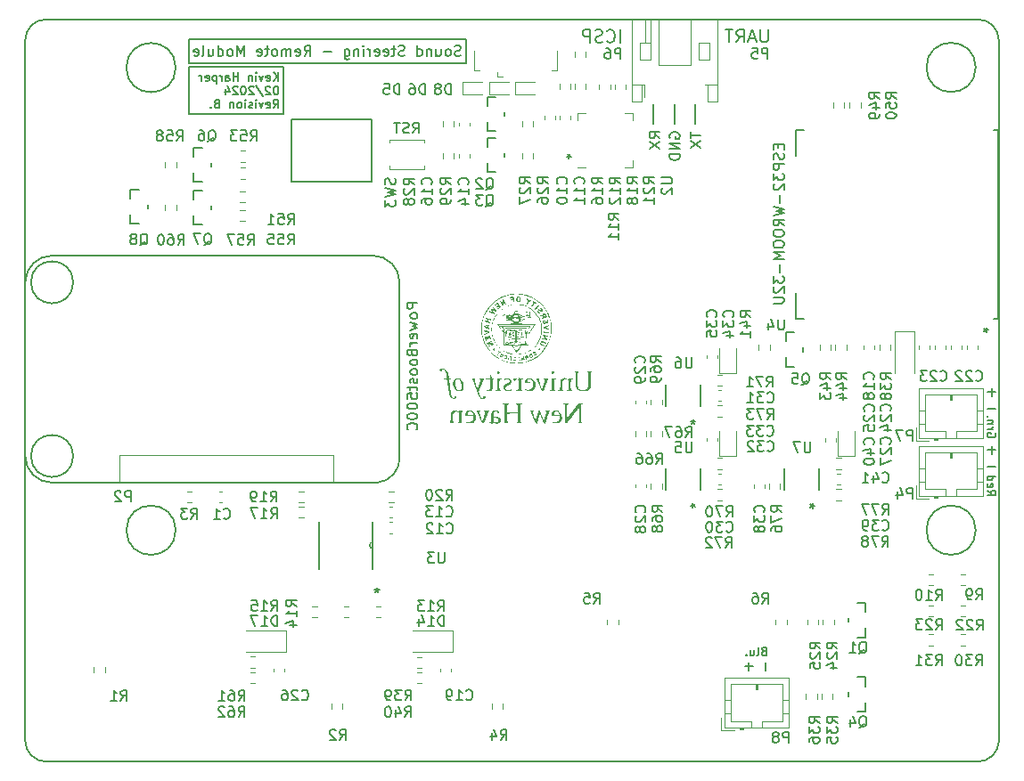
<source format=gbr>
%TF.GenerationSoftware,KiCad,Pcbnew,(6.0.11)*%
%TF.CreationDate,2024-03-19T14:29:21-04:00*%
%TF.ProjectId,Ultrasonic Sound Steering - Remote Rev. B,556c7472-6173-46f6-9e69-6320536f756e,rev?*%
%TF.SameCoordinates,Original*%
%TF.FileFunction,Legend,Bot*%
%TF.FilePolarity,Positive*%
%FSLAX46Y46*%
G04 Gerber Fmt 4.6, Leading zero omitted, Abs format (unit mm)*
G04 Created by KiCad (PCBNEW (6.0.11)) date 2024-03-19 14:29:21*
%MOMM*%
%LPD*%
G01*
G04 APERTURE LIST*
%ADD10C,0.150000*%
%ADD11C,0.200000*%
%ADD12C,0.120000*%
%ADD13C,0.152400*%
%ADD14C,0.203200*%
%ADD15C,0.127000*%
G04 APERTURE END LIST*
D10*
X101000007Y-111580786D02*
G75*
G03*
X102990000Y-113575000I1988393J-5814D01*
G01*
X102990000Y-113575000D02*
X191502500Y-113575000D01*
X102994214Y-43004208D02*
G75*
G03*
X101000000Y-44994214I-5814J-1988392D01*
G01*
X191500000Y-43000000D02*
X102994214Y-43004214D01*
X160690000Y-52960000D02*
X160690000Y-51050000D01*
X126270000Y-52500000D02*
X133880000Y-52500000D01*
X133880000Y-52500000D02*
X133880000Y-58450000D01*
X133880000Y-58450000D02*
X126270000Y-58450000D01*
X126270000Y-58450000D02*
X126270000Y-52500000D01*
X193502500Y-111580786D02*
X193502500Y-77000000D01*
X142860000Y-44895000D02*
X116550000Y-44895000D01*
X116550000Y-44895000D02*
X116550000Y-47165000D01*
X116550000Y-47165000D02*
X142860000Y-47165000D01*
X142860000Y-47165000D02*
X142860000Y-44895000D01*
X191502500Y-113574940D02*
G75*
G03*
X193502500Y-111675000I-100J2002740D01*
G01*
X125510000Y-52040000D02*
X116550000Y-52040000D01*
X116550000Y-52040000D02*
X116550000Y-47530000D01*
X116550000Y-47530000D02*
X125510000Y-47530000D01*
X125510000Y-47530000D02*
X125510000Y-52040000D01*
X193504193Y-44994214D02*
G75*
G03*
X191514214Y-43000000I-1988393J5814D01*
G01*
X193502500Y-77000000D02*
X193504214Y-44994214D01*
X101000000Y-44990000D02*
X101000000Y-111580786D01*
X164690000Y-52960000D02*
X164690000Y-51050000D01*
X162690000Y-52960000D02*
X162690000Y-51050000D01*
X171554285Y-43982857D02*
X171554285Y-44954285D01*
X171497142Y-45068571D01*
X171440000Y-45125714D01*
X171325714Y-45182857D01*
X171097142Y-45182857D01*
X170982857Y-45125714D01*
X170925714Y-45068571D01*
X170868571Y-44954285D01*
X170868571Y-43982857D01*
X170354285Y-44840000D02*
X169782857Y-44840000D01*
X170468571Y-45182857D02*
X170068571Y-43982857D01*
X169668571Y-45182857D01*
X168582857Y-45182857D02*
X168982857Y-44611428D01*
X169268571Y-45182857D02*
X169268571Y-43982857D01*
X168811428Y-43982857D01*
X168697142Y-44040000D01*
X168640000Y-44097142D01*
X168582857Y-44211428D01*
X168582857Y-44382857D01*
X168640000Y-44497142D01*
X168697142Y-44554285D01*
X168811428Y-44611428D01*
X169268571Y-44611428D01*
X168240000Y-43982857D02*
X167554285Y-43982857D01*
X167897142Y-45182857D02*
X167897142Y-43982857D01*
X193190952Y-78456428D02*
X192429047Y-78456428D01*
X192810000Y-78837380D02*
X192810000Y-78075476D01*
X193190952Y-80066428D02*
X192429047Y-80066428D01*
X164192380Y-53708095D02*
X164192380Y-54279523D01*
X165192380Y-53993809D02*
X164192380Y-53993809D01*
X164192380Y-54517619D02*
X165192380Y-55184285D01*
X164192380Y-55184285D02*
X165192380Y-54517619D01*
X164440000Y-81062380D02*
X164440000Y-81300476D01*
X164678095Y-81205238D02*
X164440000Y-81300476D01*
X164201904Y-81205238D01*
X164582857Y-81490952D02*
X164440000Y-81300476D01*
X164297142Y-81490952D01*
D11*
X142380476Y-46444761D02*
X142237619Y-46492380D01*
X141999523Y-46492380D01*
X141904285Y-46444761D01*
X141856666Y-46397142D01*
X141809047Y-46301904D01*
X141809047Y-46206666D01*
X141856666Y-46111428D01*
X141904285Y-46063809D01*
X141999523Y-46016190D01*
X142190000Y-45968571D01*
X142285238Y-45920952D01*
X142332857Y-45873333D01*
X142380476Y-45778095D01*
X142380476Y-45682857D01*
X142332857Y-45587619D01*
X142285238Y-45540000D01*
X142190000Y-45492380D01*
X141951904Y-45492380D01*
X141809047Y-45540000D01*
X141237619Y-46492380D02*
X141332857Y-46444761D01*
X141380476Y-46397142D01*
X141428095Y-46301904D01*
X141428095Y-46016190D01*
X141380476Y-45920952D01*
X141332857Y-45873333D01*
X141237619Y-45825714D01*
X141094761Y-45825714D01*
X140999523Y-45873333D01*
X140951904Y-45920952D01*
X140904285Y-46016190D01*
X140904285Y-46301904D01*
X140951904Y-46397142D01*
X140999523Y-46444761D01*
X141094761Y-46492380D01*
X141237619Y-46492380D01*
X140047142Y-45825714D02*
X140047142Y-46492380D01*
X140475714Y-45825714D02*
X140475714Y-46349523D01*
X140428095Y-46444761D01*
X140332857Y-46492380D01*
X140190000Y-46492380D01*
X140094761Y-46444761D01*
X140047142Y-46397142D01*
X139570952Y-45825714D02*
X139570952Y-46492380D01*
X139570952Y-45920952D02*
X139523333Y-45873333D01*
X139428095Y-45825714D01*
X139285238Y-45825714D01*
X139190000Y-45873333D01*
X139142380Y-45968571D01*
X139142380Y-46492380D01*
X138237619Y-46492380D02*
X138237619Y-45492380D01*
X138237619Y-46444761D02*
X138332857Y-46492380D01*
X138523333Y-46492380D01*
X138618571Y-46444761D01*
X138666190Y-46397142D01*
X138713809Y-46301904D01*
X138713809Y-46016190D01*
X138666190Y-45920952D01*
X138618571Y-45873333D01*
X138523333Y-45825714D01*
X138332857Y-45825714D01*
X138237619Y-45873333D01*
X137047142Y-46444761D02*
X136904285Y-46492380D01*
X136666190Y-46492380D01*
X136570952Y-46444761D01*
X136523333Y-46397142D01*
X136475714Y-46301904D01*
X136475714Y-46206666D01*
X136523333Y-46111428D01*
X136570952Y-46063809D01*
X136666190Y-46016190D01*
X136856666Y-45968571D01*
X136951904Y-45920952D01*
X136999523Y-45873333D01*
X137047142Y-45778095D01*
X137047142Y-45682857D01*
X136999523Y-45587619D01*
X136951904Y-45540000D01*
X136856666Y-45492380D01*
X136618571Y-45492380D01*
X136475714Y-45540000D01*
X136190000Y-45825714D02*
X135809047Y-45825714D01*
X136047142Y-45492380D02*
X136047142Y-46349523D01*
X135999523Y-46444761D01*
X135904285Y-46492380D01*
X135809047Y-46492380D01*
X135094761Y-46444761D02*
X135190000Y-46492380D01*
X135380476Y-46492380D01*
X135475714Y-46444761D01*
X135523333Y-46349523D01*
X135523333Y-45968571D01*
X135475714Y-45873333D01*
X135380476Y-45825714D01*
X135190000Y-45825714D01*
X135094761Y-45873333D01*
X135047142Y-45968571D01*
X135047142Y-46063809D01*
X135523333Y-46159047D01*
X134237619Y-46444761D02*
X134332857Y-46492380D01*
X134523333Y-46492380D01*
X134618571Y-46444761D01*
X134666190Y-46349523D01*
X134666190Y-45968571D01*
X134618571Y-45873333D01*
X134523333Y-45825714D01*
X134332857Y-45825714D01*
X134237619Y-45873333D01*
X134190000Y-45968571D01*
X134190000Y-46063809D01*
X134666190Y-46159047D01*
X133761428Y-46492380D02*
X133761428Y-45825714D01*
X133761428Y-46016190D02*
X133713809Y-45920952D01*
X133666190Y-45873333D01*
X133570952Y-45825714D01*
X133475714Y-45825714D01*
X133142380Y-46492380D02*
X133142380Y-45825714D01*
X133142380Y-45492380D02*
X133190000Y-45540000D01*
X133142380Y-45587619D01*
X133094761Y-45540000D01*
X133142380Y-45492380D01*
X133142380Y-45587619D01*
X132666190Y-45825714D02*
X132666190Y-46492380D01*
X132666190Y-45920952D02*
X132618571Y-45873333D01*
X132523333Y-45825714D01*
X132380476Y-45825714D01*
X132285238Y-45873333D01*
X132237619Y-45968571D01*
X132237619Y-46492380D01*
X131332857Y-45825714D02*
X131332857Y-46635238D01*
X131380476Y-46730476D01*
X131428095Y-46778095D01*
X131523333Y-46825714D01*
X131666190Y-46825714D01*
X131761428Y-46778095D01*
X131332857Y-46444761D02*
X131428095Y-46492380D01*
X131618571Y-46492380D01*
X131713809Y-46444761D01*
X131761428Y-46397142D01*
X131809047Y-46301904D01*
X131809047Y-46016190D01*
X131761428Y-45920952D01*
X131713809Y-45873333D01*
X131618571Y-45825714D01*
X131428095Y-45825714D01*
X131332857Y-45873333D01*
X130094761Y-46111428D02*
X129332857Y-46111428D01*
X127523333Y-46492380D02*
X127856666Y-46016190D01*
X128094761Y-46492380D02*
X128094761Y-45492380D01*
X127713809Y-45492380D01*
X127618571Y-45540000D01*
X127570952Y-45587619D01*
X127523333Y-45682857D01*
X127523333Y-45825714D01*
X127570952Y-45920952D01*
X127618571Y-45968571D01*
X127713809Y-46016190D01*
X128094761Y-46016190D01*
X126713809Y-46444761D02*
X126809047Y-46492380D01*
X126999523Y-46492380D01*
X127094761Y-46444761D01*
X127142380Y-46349523D01*
X127142380Y-45968571D01*
X127094761Y-45873333D01*
X126999523Y-45825714D01*
X126809047Y-45825714D01*
X126713809Y-45873333D01*
X126666190Y-45968571D01*
X126666190Y-46063809D01*
X127142380Y-46159047D01*
X126237619Y-46492380D02*
X126237619Y-45825714D01*
X126237619Y-45920952D02*
X126190000Y-45873333D01*
X126094761Y-45825714D01*
X125951904Y-45825714D01*
X125856666Y-45873333D01*
X125809047Y-45968571D01*
X125809047Y-46492380D01*
X125809047Y-45968571D02*
X125761428Y-45873333D01*
X125666190Y-45825714D01*
X125523333Y-45825714D01*
X125428095Y-45873333D01*
X125380476Y-45968571D01*
X125380476Y-46492380D01*
X124761428Y-46492380D02*
X124856666Y-46444761D01*
X124904285Y-46397142D01*
X124951904Y-46301904D01*
X124951904Y-46016190D01*
X124904285Y-45920952D01*
X124856666Y-45873333D01*
X124761428Y-45825714D01*
X124618571Y-45825714D01*
X124523333Y-45873333D01*
X124475714Y-45920952D01*
X124428095Y-46016190D01*
X124428095Y-46301904D01*
X124475714Y-46397142D01*
X124523333Y-46444761D01*
X124618571Y-46492380D01*
X124761428Y-46492380D01*
X124142380Y-45825714D02*
X123761428Y-45825714D01*
X123999523Y-45492380D02*
X123999523Y-46349523D01*
X123951904Y-46444761D01*
X123856666Y-46492380D01*
X123761428Y-46492380D01*
X123047142Y-46444761D02*
X123142380Y-46492380D01*
X123332857Y-46492380D01*
X123428095Y-46444761D01*
X123475714Y-46349523D01*
X123475714Y-45968571D01*
X123428095Y-45873333D01*
X123332857Y-45825714D01*
X123142380Y-45825714D01*
X123047142Y-45873333D01*
X122999523Y-45968571D01*
X122999523Y-46063809D01*
X123475714Y-46159047D01*
X121809047Y-46492380D02*
X121809047Y-45492380D01*
X121475714Y-46206666D01*
X121142380Y-45492380D01*
X121142380Y-46492380D01*
X120523333Y-46492380D02*
X120618571Y-46444761D01*
X120666190Y-46397142D01*
X120713809Y-46301904D01*
X120713809Y-46016190D01*
X120666190Y-45920952D01*
X120618571Y-45873333D01*
X120523333Y-45825714D01*
X120380476Y-45825714D01*
X120285238Y-45873333D01*
X120237619Y-45920952D01*
X120190000Y-46016190D01*
X120190000Y-46301904D01*
X120237619Y-46397142D01*
X120285238Y-46444761D01*
X120380476Y-46492380D01*
X120523333Y-46492380D01*
X119332857Y-46492380D02*
X119332857Y-45492380D01*
X119332857Y-46444761D02*
X119428095Y-46492380D01*
X119618571Y-46492380D01*
X119713809Y-46444761D01*
X119761428Y-46397142D01*
X119809047Y-46301904D01*
X119809047Y-46016190D01*
X119761428Y-45920952D01*
X119713809Y-45873333D01*
X119618571Y-45825714D01*
X119428095Y-45825714D01*
X119332857Y-45873333D01*
X118428095Y-45825714D02*
X118428095Y-46492380D01*
X118856666Y-45825714D02*
X118856666Y-46349523D01*
X118809047Y-46444761D01*
X118713809Y-46492380D01*
X118570952Y-46492380D01*
X118475714Y-46444761D01*
X118428095Y-46397142D01*
X117809047Y-46492380D02*
X117904285Y-46444761D01*
X117951904Y-46349523D01*
X117951904Y-45492380D01*
X117047142Y-46444761D02*
X117142380Y-46492380D01*
X117332857Y-46492380D01*
X117428095Y-46444761D01*
X117475714Y-46349523D01*
X117475714Y-45968571D01*
X117428095Y-45873333D01*
X117332857Y-45825714D01*
X117142380Y-45825714D01*
X117047142Y-45873333D01*
X116999523Y-45968571D01*
X116999523Y-46063809D01*
X117475714Y-46159047D01*
D10*
X169766428Y-104149047D02*
X169766428Y-104910952D01*
X170147380Y-104530000D02*
X169385476Y-104530000D01*
X171376428Y-104149047D02*
X171376428Y-104910952D01*
X192378095Y-87807142D02*
X192759047Y-88073809D01*
X192378095Y-88264285D02*
X193178095Y-88264285D01*
X193178095Y-87959523D01*
X193140000Y-87883333D01*
X193101904Y-87845238D01*
X193025714Y-87807142D01*
X192911428Y-87807142D01*
X192835238Y-87845238D01*
X192797142Y-87883333D01*
X192759047Y-87959523D01*
X192759047Y-88264285D01*
X192416190Y-87159523D02*
X192378095Y-87235714D01*
X192378095Y-87388095D01*
X192416190Y-87464285D01*
X192492380Y-87502380D01*
X192797142Y-87502380D01*
X192873333Y-87464285D01*
X192911428Y-87388095D01*
X192911428Y-87235714D01*
X192873333Y-87159523D01*
X192797142Y-87121428D01*
X192720952Y-87121428D01*
X192644761Y-87502380D01*
X192378095Y-86435714D02*
X193178095Y-86435714D01*
X192416190Y-86435714D02*
X192378095Y-86511904D01*
X192378095Y-86664285D01*
X192416190Y-86740476D01*
X192454285Y-86778571D01*
X192530476Y-86816666D01*
X192759047Y-86816666D01*
X192835238Y-86778571D01*
X192873333Y-86740476D01*
X192911428Y-86664285D01*
X192911428Y-86511904D01*
X192873333Y-86435714D01*
X162240000Y-54299404D02*
X162192380Y-54204166D01*
X162192380Y-54061309D01*
X162240000Y-53918452D01*
X162335238Y-53823214D01*
X162430476Y-53775595D01*
X162620952Y-53727976D01*
X162763809Y-53727976D01*
X162954285Y-53775595D01*
X163049523Y-53823214D01*
X163144761Y-53918452D01*
X163192380Y-54061309D01*
X163192380Y-54156547D01*
X163144761Y-54299404D01*
X163097142Y-54347023D01*
X162763809Y-54347023D01*
X162763809Y-54156547D01*
X163192380Y-54775595D02*
X162192380Y-54775595D01*
X163192380Y-55347023D01*
X162192380Y-55347023D01*
X163192380Y-55823214D02*
X162192380Y-55823214D01*
X162192380Y-56061309D01*
X162240000Y-56204166D01*
X162335238Y-56299404D01*
X162430476Y-56347023D01*
X162620952Y-56394642D01*
X162763809Y-56394642D01*
X162954285Y-56347023D01*
X163049523Y-56299404D01*
X163144761Y-56204166D01*
X163192380Y-56061309D01*
X163192380Y-55823214D01*
X161292380Y-54303333D02*
X160816190Y-53970000D01*
X161292380Y-53731904D02*
X160292380Y-53731904D01*
X160292380Y-54112857D01*
X160340000Y-54208095D01*
X160387619Y-54255714D01*
X160482857Y-54303333D01*
X160625714Y-54303333D01*
X160720952Y-54255714D01*
X160768571Y-54208095D01*
X160816190Y-54112857D01*
X160816190Y-53731904D01*
X160292380Y-54636666D02*
X161292380Y-55303333D01*
X160292380Y-55303333D02*
X161292380Y-54636666D01*
X193140000Y-82320476D02*
X193178095Y-82396666D01*
X193178095Y-82510952D01*
X193140000Y-82625238D01*
X193063809Y-82701428D01*
X192987619Y-82739523D01*
X192835238Y-82777619D01*
X192720952Y-82777619D01*
X192568571Y-82739523D01*
X192492380Y-82701428D01*
X192416190Y-82625238D01*
X192378095Y-82510952D01*
X192378095Y-82434761D01*
X192416190Y-82320476D01*
X192454285Y-82282380D01*
X192720952Y-82282380D01*
X192720952Y-82434761D01*
X192378095Y-81939523D02*
X192911428Y-81939523D01*
X192759047Y-81939523D02*
X192835238Y-81901428D01*
X192873333Y-81863333D01*
X192911428Y-81787142D01*
X192911428Y-81710952D01*
X192911428Y-81444285D02*
X192378095Y-81444285D01*
X192835238Y-81444285D02*
X192873333Y-81406190D01*
X192911428Y-81330000D01*
X192911428Y-81215714D01*
X192873333Y-81139523D01*
X192797142Y-81101428D01*
X192378095Y-81101428D01*
X192454285Y-80720476D02*
X192416190Y-80682380D01*
X192378095Y-80720476D01*
X192416190Y-80758571D01*
X192454285Y-80720476D01*
X192378095Y-80720476D01*
X138262380Y-69970000D02*
X137262380Y-69970000D01*
X137262380Y-70350952D01*
X137310000Y-70446190D01*
X137357619Y-70493809D01*
X137452857Y-70541428D01*
X137595714Y-70541428D01*
X137690952Y-70493809D01*
X137738571Y-70446190D01*
X137786190Y-70350952D01*
X137786190Y-69970000D01*
X138262380Y-71112857D02*
X138214761Y-71017619D01*
X138167142Y-70970000D01*
X138071904Y-70922380D01*
X137786190Y-70922380D01*
X137690952Y-70970000D01*
X137643333Y-71017619D01*
X137595714Y-71112857D01*
X137595714Y-71255714D01*
X137643333Y-71350952D01*
X137690952Y-71398571D01*
X137786190Y-71446190D01*
X138071904Y-71446190D01*
X138167142Y-71398571D01*
X138214761Y-71350952D01*
X138262380Y-71255714D01*
X138262380Y-71112857D01*
X137595714Y-71779523D02*
X138262380Y-71970000D01*
X137786190Y-72160476D01*
X138262380Y-72350952D01*
X137595714Y-72541428D01*
X138214761Y-73303333D02*
X138262380Y-73208095D01*
X138262380Y-73017619D01*
X138214761Y-72922380D01*
X138119523Y-72874761D01*
X137738571Y-72874761D01*
X137643333Y-72922380D01*
X137595714Y-73017619D01*
X137595714Y-73208095D01*
X137643333Y-73303333D01*
X137738571Y-73350952D01*
X137833809Y-73350952D01*
X137929047Y-72874761D01*
X138262380Y-73779523D02*
X137595714Y-73779523D01*
X137786190Y-73779523D02*
X137690952Y-73827142D01*
X137643333Y-73874761D01*
X137595714Y-73970000D01*
X137595714Y-74065238D01*
X137738571Y-74731904D02*
X137786190Y-74874761D01*
X137833809Y-74922380D01*
X137929047Y-74970000D01*
X138071904Y-74970000D01*
X138167142Y-74922380D01*
X138214761Y-74874761D01*
X138262380Y-74779523D01*
X138262380Y-74398571D01*
X137262380Y-74398571D01*
X137262380Y-74731904D01*
X137310000Y-74827142D01*
X137357619Y-74874761D01*
X137452857Y-74922380D01*
X137548095Y-74922380D01*
X137643333Y-74874761D01*
X137690952Y-74827142D01*
X137738571Y-74731904D01*
X137738571Y-74398571D01*
X138262380Y-75541428D02*
X138214761Y-75446190D01*
X138167142Y-75398571D01*
X138071904Y-75350952D01*
X137786190Y-75350952D01*
X137690952Y-75398571D01*
X137643333Y-75446190D01*
X137595714Y-75541428D01*
X137595714Y-75684285D01*
X137643333Y-75779523D01*
X137690952Y-75827142D01*
X137786190Y-75874761D01*
X138071904Y-75874761D01*
X138167142Y-75827142D01*
X138214761Y-75779523D01*
X138262380Y-75684285D01*
X138262380Y-75541428D01*
X138262380Y-76446190D02*
X138214761Y-76350952D01*
X138167142Y-76303333D01*
X138071904Y-76255714D01*
X137786190Y-76255714D01*
X137690952Y-76303333D01*
X137643333Y-76350952D01*
X137595714Y-76446190D01*
X137595714Y-76589047D01*
X137643333Y-76684285D01*
X137690952Y-76731904D01*
X137786190Y-76779523D01*
X138071904Y-76779523D01*
X138167142Y-76731904D01*
X138214761Y-76684285D01*
X138262380Y-76589047D01*
X138262380Y-76446190D01*
X138214761Y-77160476D02*
X138262380Y-77255714D01*
X138262380Y-77446190D01*
X138214761Y-77541428D01*
X138119523Y-77589047D01*
X138071904Y-77589047D01*
X137976666Y-77541428D01*
X137929047Y-77446190D01*
X137929047Y-77303333D01*
X137881428Y-77208095D01*
X137786190Y-77160476D01*
X137738571Y-77160476D01*
X137643333Y-77208095D01*
X137595714Y-77303333D01*
X137595714Y-77446190D01*
X137643333Y-77541428D01*
X137595714Y-77874761D02*
X137595714Y-78255714D01*
X137262380Y-78017619D02*
X138119523Y-78017619D01*
X138214761Y-78065238D01*
X138262380Y-78160476D01*
X138262380Y-78255714D01*
X137262380Y-79065238D02*
X137262380Y-78589047D01*
X137738571Y-78541428D01*
X137690952Y-78589047D01*
X137643333Y-78684285D01*
X137643333Y-78922380D01*
X137690952Y-79017619D01*
X137738571Y-79065238D01*
X137833809Y-79112857D01*
X138071904Y-79112857D01*
X138167142Y-79065238D01*
X138214761Y-79017619D01*
X138262380Y-78922380D01*
X138262380Y-78684285D01*
X138214761Y-78589047D01*
X138167142Y-78541428D01*
X137262380Y-79731904D02*
X137262380Y-79827142D01*
X137310000Y-79922380D01*
X137357619Y-79970000D01*
X137452857Y-80017619D01*
X137643333Y-80065238D01*
X137881428Y-80065238D01*
X138071904Y-80017619D01*
X138167142Y-79970000D01*
X138214761Y-79922380D01*
X138262380Y-79827142D01*
X138262380Y-79731904D01*
X138214761Y-79636666D01*
X138167142Y-79589047D01*
X138071904Y-79541428D01*
X137881428Y-79493809D01*
X137643333Y-79493809D01*
X137452857Y-79541428D01*
X137357619Y-79589047D01*
X137310000Y-79636666D01*
X137262380Y-79731904D01*
X137262380Y-80684285D02*
X137262380Y-80779523D01*
X137310000Y-80874761D01*
X137357619Y-80922380D01*
X137452857Y-80970000D01*
X137643333Y-81017619D01*
X137881428Y-81017619D01*
X138071904Y-80970000D01*
X138167142Y-80922380D01*
X138214761Y-80874761D01*
X138262380Y-80779523D01*
X138262380Y-80684285D01*
X138214761Y-80589047D01*
X138167142Y-80541428D01*
X138071904Y-80493809D01*
X137881428Y-80446190D01*
X137643333Y-80446190D01*
X137452857Y-80493809D01*
X137357619Y-80541428D01*
X137310000Y-80589047D01*
X137262380Y-80684285D01*
X138167142Y-82017619D02*
X138214761Y-81970000D01*
X138262380Y-81827142D01*
X138262380Y-81731904D01*
X138214761Y-81589047D01*
X138119523Y-81493809D01*
X138024285Y-81446190D01*
X137833809Y-81398571D01*
X137690952Y-81398571D01*
X137500476Y-81446190D01*
X137405238Y-81493809D01*
X137310000Y-81589047D01*
X137262380Y-81731904D01*
X137262380Y-81827142D01*
X137310000Y-81970000D01*
X137357619Y-82017619D01*
X171154761Y-103062857D02*
X171040476Y-103100952D01*
X171002380Y-103139047D01*
X170964285Y-103215238D01*
X170964285Y-103329523D01*
X171002380Y-103405714D01*
X171040476Y-103443809D01*
X171116666Y-103481904D01*
X171421428Y-103481904D01*
X171421428Y-102681904D01*
X171154761Y-102681904D01*
X171078571Y-102720000D01*
X171040476Y-102758095D01*
X171002380Y-102834285D01*
X171002380Y-102910476D01*
X171040476Y-102986666D01*
X171078571Y-103024761D01*
X171154761Y-103062857D01*
X171421428Y-103062857D01*
X170507142Y-103481904D02*
X170583333Y-103443809D01*
X170621428Y-103367619D01*
X170621428Y-102681904D01*
X169859523Y-102948571D02*
X169859523Y-103481904D01*
X170202380Y-102948571D02*
X170202380Y-103367619D01*
X170164285Y-103443809D01*
X170088095Y-103481904D01*
X169973809Y-103481904D01*
X169897619Y-103443809D01*
X169859523Y-103405714D01*
X169478571Y-103405714D02*
X169440476Y-103443809D01*
X169478571Y-103481904D01*
X169516666Y-103443809D01*
X169478571Y-103405714D01*
X169478571Y-103481904D01*
X134400000Y-97082380D02*
X134400000Y-97320476D01*
X134638095Y-97225238D02*
X134400000Y-97320476D01*
X134161904Y-97225238D01*
X134542857Y-97510952D02*
X134400000Y-97320476D01*
X134257142Y-97510952D01*
X137837619Y-53812380D02*
X138170952Y-53336190D01*
X138409047Y-53812380D02*
X138409047Y-52812380D01*
X138028095Y-52812380D01*
X137932857Y-52860000D01*
X137885238Y-52907619D01*
X137837619Y-53002857D01*
X137837619Y-53145714D01*
X137885238Y-53240952D01*
X137932857Y-53288571D01*
X138028095Y-53336190D01*
X138409047Y-53336190D01*
X137456666Y-53764761D02*
X137313809Y-53812380D01*
X137075714Y-53812380D01*
X136980476Y-53764761D01*
X136932857Y-53717142D01*
X136885238Y-53621904D01*
X136885238Y-53526666D01*
X136932857Y-53431428D01*
X136980476Y-53383809D01*
X137075714Y-53336190D01*
X137266190Y-53288571D01*
X137361428Y-53240952D01*
X137409047Y-53193333D01*
X137456666Y-53098095D01*
X137456666Y-53002857D01*
X137409047Y-52907619D01*
X137361428Y-52860000D01*
X137266190Y-52812380D01*
X137028095Y-52812380D01*
X136885238Y-52860000D01*
X136599523Y-52812380D02*
X136028095Y-52812380D01*
X136313809Y-53812380D02*
X136313809Y-52812380D01*
X157551428Y-45192857D02*
X157551428Y-43992857D01*
X156294285Y-45078571D02*
X156351428Y-45135714D01*
X156522857Y-45192857D01*
X156637142Y-45192857D01*
X156808571Y-45135714D01*
X156922857Y-45021428D01*
X156980000Y-44907142D01*
X157037142Y-44678571D01*
X157037142Y-44507142D01*
X156980000Y-44278571D01*
X156922857Y-44164285D01*
X156808571Y-44050000D01*
X156637142Y-43992857D01*
X156522857Y-43992857D01*
X156351428Y-44050000D01*
X156294285Y-44107142D01*
X155837142Y-45135714D02*
X155665714Y-45192857D01*
X155380000Y-45192857D01*
X155265714Y-45135714D01*
X155208571Y-45078571D01*
X155151428Y-44964285D01*
X155151428Y-44850000D01*
X155208571Y-44735714D01*
X155265714Y-44678571D01*
X155380000Y-44621428D01*
X155608571Y-44564285D01*
X155722857Y-44507142D01*
X155780000Y-44450000D01*
X155837142Y-44335714D01*
X155837142Y-44221428D01*
X155780000Y-44107142D01*
X155722857Y-44050000D01*
X155608571Y-43992857D01*
X155322857Y-43992857D01*
X155151428Y-44050000D01*
X154637142Y-45192857D02*
X154637142Y-43992857D01*
X154180000Y-43992857D01*
X154065714Y-44050000D01*
X154008571Y-44107142D01*
X153951428Y-44221428D01*
X153951428Y-44392857D01*
X154008571Y-44507142D01*
X154065714Y-44564285D01*
X154180000Y-44621428D01*
X154637142Y-44621428D01*
X125022023Y-48863904D02*
X125022023Y-48063904D01*
X124564880Y-48863904D02*
X124907738Y-48406761D01*
X124564880Y-48063904D02*
X125022023Y-48521047D01*
X123917261Y-48825809D02*
X123993452Y-48863904D01*
X124145833Y-48863904D01*
X124222023Y-48825809D01*
X124260119Y-48749619D01*
X124260119Y-48444857D01*
X124222023Y-48368666D01*
X124145833Y-48330571D01*
X123993452Y-48330571D01*
X123917261Y-48368666D01*
X123879166Y-48444857D01*
X123879166Y-48521047D01*
X124260119Y-48597238D01*
X123612500Y-48330571D02*
X123422023Y-48863904D01*
X123231547Y-48330571D01*
X122926785Y-48863904D02*
X122926785Y-48330571D01*
X122926785Y-48063904D02*
X122964880Y-48102000D01*
X122926785Y-48140095D01*
X122888690Y-48102000D01*
X122926785Y-48063904D01*
X122926785Y-48140095D01*
X122545833Y-48330571D02*
X122545833Y-48863904D01*
X122545833Y-48406761D02*
X122507738Y-48368666D01*
X122431547Y-48330571D01*
X122317261Y-48330571D01*
X122241071Y-48368666D01*
X122202976Y-48444857D01*
X122202976Y-48863904D01*
X121212500Y-48863904D02*
X121212500Y-48063904D01*
X121212500Y-48444857D02*
X120755357Y-48444857D01*
X120755357Y-48863904D02*
X120755357Y-48063904D01*
X120031547Y-48863904D02*
X120031547Y-48444857D01*
X120069642Y-48368666D01*
X120145833Y-48330571D01*
X120298214Y-48330571D01*
X120374404Y-48368666D01*
X120031547Y-48825809D02*
X120107738Y-48863904D01*
X120298214Y-48863904D01*
X120374404Y-48825809D01*
X120412500Y-48749619D01*
X120412500Y-48673428D01*
X120374404Y-48597238D01*
X120298214Y-48559142D01*
X120107738Y-48559142D01*
X120031547Y-48521047D01*
X119650595Y-48863904D02*
X119650595Y-48330571D01*
X119650595Y-48482952D02*
X119612500Y-48406761D01*
X119574404Y-48368666D01*
X119498214Y-48330571D01*
X119422023Y-48330571D01*
X119155357Y-48330571D02*
X119155357Y-49130571D01*
X119155357Y-48368666D02*
X119079166Y-48330571D01*
X118926785Y-48330571D01*
X118850595Y-48368666D01*
X118812500Y-48406761D01*
X118774404Y-48482952D01*
X118774404Y-48711523D01*
X118812500Y-48787714D01*
X118850595Y-48825809D01*
X118926785Y-48863904D01*
X119079166Y-48863904D01*
X119155357Y-48825809D01*
X118126785Y-48825809D02*
X118202976Y-48863904D01*
X118355357Y-48863904D01*
X118431547Y-48825809D01*
X118469642Y-48749619D01*
X118469642Y-48444857D01*
X118431547Y-48368666D01*
X118355357Y-48330571D01*
X118202976Y-48330571D01*
X118126785Y-48368666D01*
X118088690Y-48444857D01*
X118088690Y-48521047D01*
X118469642Y-48597238D01*
X117745833Y-48863904D02*
X117745833Y-48330571D01*
X117745833Y-48482952D02*
X117707738Y-48406761D01*
X117669642Y-48368666D01*
X117593452Y-48330571D01*
X117517261Y-48330571D01*
X124869642Y-49351904D02*
X124793452Y-49351904D01*
X124717261Y-49390000D01*
X124679166Y-49428095D01*
X124641071Y-49504285D01*
X124602976Y-49656666D01*
X124602976Y-49847142D01*
X124641071Y-49999523D01*
X124679166Y-50075714D01*
X124717261Y-50113809D01*
X124793452Y-50151904D01*
X124869642Y-50151904D01*
X124945833Y-50113809D01*
X124983928Y-50075714D01*
X125022023Y-49999523D01*
X125060119Y-49847142D01*
X125060119Y-49656666D01*
X125022023Y-49504285D01*
X124983928Y-49428095D01*
X124945833Y-49390000D01*
X124869642Y-49351904D01*
X124298214Y-49428095D02*
X124260119Y-49390000D01*
X124183928Y-49351904D01*
X123993452Y-49351904D01*
X123917261Y-49390000D01*
X123879166Y-49428095D01*
X123841071Y-49504285D01*
X123841071Y-49580476D01*
X123879166Y-49694761D01*
X124336309Y-50151904D01*
X123841071Y-50151904D01*
X122926785Y-49313809D02*
X123612500Y-50342380D01*
X122698214Y-49428095D02*
X122660119Y-49390000D01*
X122583928Y-49351904D01*
X122393452Y-49351904D01*
X122317261Y-49390000D01*
X122279166Y-49428095D01*
X122241071Y-49504285D01*
X122241071Y-49580476D01*
X122279166Y-49694761D01*
X122736309Y-50151904D01*
X122241071Y-50151904D01*
X121745833Y-49351904D02*
X121669642Y-49351904D01*
X121593452Y-49390000D01*
X121555357Y-49428095D01*
X121517261Y-49504285D01*
X121479166Y-49656666D01*
X121479166Y-49847142D01*
X121517261Y-49999523D01*
X121555357Y-50075714D01*
X121593452Y-50113809D01*
X121669642Y-50151904D01*
X121745833Y-50151904D01*
X121822023Y-50113809D01*
X121860119Y-50075714D01*
X121898214Y-49999523D01*
X121936309Y-49847142D01*
X121936309Y-49656666D01*
X121898214Y-49504285D01*
X121860119Y-49428095D01*
X121822023Y-49390000D01*
X121745833Y-49351904D01*
X121174404Y-49428095D02*
X121136309Y-49390000D01*
X121060119Y-49351904D01*
X120869642Y-49351904D01*
X120793452Y-49390000D01*
X120755357Y-49428095D01*
X120717261Y-49504285D01*
X120717261Y-49580476D01*
X120755357Y-49694761D01*
X121212500Y-50151904D01*
X120717261Y-50151904D01*
X120031547Y-49618571D02*
X120031547Y-50151904D01*
X120222023Y-49313809D02*
X120412500Y-49885238D01*
X119917261Y-49885238D01*
X124564880Y-51439904D02*
X124831547Y-51058952D01*
X125022023Y-51439904D02*
X125022023Y-50639904D01*
X124717261Y-50639904D01*
X124641071Y-50678000D01*
X124602976Y-50716095D01*
X124564880Y-50792285D01*
X124564880Y-50906571D01*
X124602976Y-50982761D01*
X124641071Y-51020857D01*
X124717261Y-51058952D01*
X125022023Y-51058952D01*
X123917261Y-51401809D02*
X123993452Y-51439904D01*
X124145833Y-51439904D01*
X124222023Y-51401809D01*
X124260119Y-51325619D01*
X124260119Y-51020857D01*
X124222023Y-50944666D01*
X124145833Y-50906571D01*
X123993452Y-50906571D01*
X123917261Y-50944666D01*
X123879166Y-51020857D01*
X123879166Y-51097047D01*
X124260119Y-51173238D01*
X123612500Y-50906571D02*
X123422023Y-51439904D01*
X123231547Y-50906571D01*
X122926785Y-51439904D02*
X122926785Y-50906571D01*
X122926785Y-50639904D02*
X122964880Y-50678000D01*
X122926785Y-50716095D01*
X122888690Y-50678000D01*
X122926785Y-50639904D01*
X122926785Y-50716095D01*
X122583928Y-51401809D02*
X122507738Y-51439904D01*
X122355357Y-51439904D01*
X122279166Y-51401809D01*
X122241071Y-51325619D01*
X122241071Y-51287523D01*
X122279166Y-51211333D01*
X122355357Y-51173238D01*
X122469642Y-51173238D01*
X122545833Y-51135142D01*
X122583928Y-51058952D01*
X122583928Y-51020857D01*
X122545833Y-50944666D01*
X122469642Y-50906571D01*
X122355357Y-50906571D01*
X122279166Y-50944666D01*
X121898214Y-51439904D02*
X121898214Y-50906571D01*
X121898214Y-50639904D02*
X121936309Y-50678000D01*
X121898214Y-50716095D01*
X121860119Y-50678000D01*
X121898214Y-50639904D01*
X121898214Y-50716095D01*
X121402976Y-51439904D02*
X121479166Y-51401809D01*
X121517261Y-51363714D01*
X121555357Y-51287523D01*
X121555357Y-51058952D01*
X121517261Y-50982761D01*
X121479166Y-50944666D01*
X121402976Y-50906571D01*
X121288690Y-50906571D01*
X121212500Y-50944666D01*
X121174404Y-50982761D01*
X121136309Y-51058952D01*
X121136309Y-51287523D01*
X121174404Y-51363714D01*
X121212500Y-51401809D01*
X121288690Y-51439904D01*
X121402976Y-51439904D01*
X120793452Y-50906571D02*
X120793452Y-51439904D01*
X120793452Y-50982761D02*
X120755357Y-50944666D01*
X120679166Y-50906571D01*
X120564880Y-50906571D01*
X120488690Y-50944666D01*
X120450595Y-51020857D01*
X120450595Y-51439904D01*
X119193452Y-51020857D02*
X119079166Y-51058952D01*
X119041071Y-51097047D01*
X119002976Y-51173238D01*
X119002976Y-51287523D01*
X119041071Y-51363714D01*
X119079166Y-51401809D01*
X119155357Y-51439904D01*
X119460119Y-51439904D01*
X119460119Y-50639904D01*
X119193452Y-50639904D01*
X119117261Y-50678000D01*
X119079166Y-50716095D01*
X119041071Y-50792285D01*
X119041071Y-50868476D01*
X119079166Y-50944666D01*
X119117261Y-50982761D01*
X119193452Y-51020857D01*
X119460119Y-51020857D01*
X118660119Y-51363714D02*
X118622023Y-51401809D01*
X118660119Y-51439904D01*
X118698214Y-51401809D01*
X118660119Y-51363714D01*
X118660119Y-51439904D01*
X193210952Y-83956428D02*
X192449047Y-83956428D01*
X192830000Y-84337380D02*
X192830000Y-83575476D01*
X193210952Y-85566428D02*
X192449047Y-85566428D01*
%TO.C,D8*%
X141428095Y-50142380D02*
X141428095Y-49142380D01*
X141190000Y-49142380D01*
X141047142Y-49190000D01*
X140951904Y-49285238D01*
X140904285Y-49380476D01*
X140856666Y-49570952D01*
X140856666Y-49713809D01*
X140904285Y-49904285D01*
X140951904Y-49999523D01*
X141047142Y-50094761D01*
X141190000Y-50142380D01*
X141428095Y-50142380D01*
X140285238Y-49570952D02*
X140380476Y-49523333D01*
X140428095Y-49475714D01*
X140475714Y-49380476D01*
X140475714Y-49332857D01*
X140428095Y-49237619D01*
X140380476Y-49190000D01*
X140285238Y-49142380D01*
X140094761Y-49142380D01*
X139999523Y-49190000D01*
X139951904Y-49237619D01*
X139904285Y-49332857D01*
X139904285Y-49380476D01*
X139951904Y-49475714D01*
X139999523Y-49523333D01*
X140094761Y-49570952D01*
X140285238Y-49570952D01*
X140380476Y-49618571D01*
X140428095Y-49666190D01*
X140475714Y-49761428D01*
X140475714Y-49951904D01*
X140428095Y-50047142D01*
X140380476Y-50094761D01*
X140285238Y-50142380D01*
X140094761Y-50142380D01*
X139999523Y-50094761D01*
X139951904Y-50047142D01*
X139904285Y-49951904D01*
X139904285Y-49761428D01*
X139951904Y-49666190D01*
X139999523Y-49618571D01*
X140094761Y-49570952D01*
%TO.C,R24*%
X178142380Y-102827142D02*
X177666190Y-102493809D01*
X178142380Y-102255714D02*
X177142380Y-102255714D01*
X177142380Y-102636666D01*
X177190000Y-102731904D01*
X177237619Y-102779523D01*
X177332857Y-102827142D01*
X177475714Y-102827142D01*
X177570952Y-102779523D01*
X177618571Y-102731904D01*
X177666190Y-102636666D01*
X177666190Y-102255714D01*
X177237619Y-103208095D02*
X177190000Y-103255714D01*
X177142380Y-103350952D01*
X177142380Y-103589047D01*
X177190000Y-103684285D01*
X177237619Y-103731904D01*
X177332857Y-103779523D01*
X177428095Y-103779523D01*
X177570952Y-103731904D01*
X178142380Y-103160476D01*
X178142380Y-103779523D01*
X177475714Y-104636666D02*
X178142380Y-104636666D01*
X177094761Y-104398571D02*
X177809047Y-104160476D01*
X177809047Y-104779523D01*
%TO.C,R12*%
X157512380Y-58637142D02*
X157036190Y-58303809D01*
X157512380Y-58065714D02*
X156512380Y-58065714D01*
X156512380Y-58446666D01*
X156560000Y-58541904D01*
X156607619Y-58589523D01*
X156702857Y-58637142D01*
X156845714Y-58637142D01*
X156940952Y-58589523D01*
X156988571Y-58541904D01*
X157036190Y-58446666D01*
X157036190Y-58065714D01*
X157512380Y-59589523D02*
X157512380Y-59018095D01*
X157512380Y-59303809D02*
X156512380Y-59303809D01*
X156655238Y-59208571D01*
X156750476Y-59113333D01*
X156798095Y-59018095D01*
X156607619Y-59970476D02*
X156560000Y-60018095D01*
X156512380Y-60113333D01*
X156512380Y-60351428D01*
X156560000Y-60446666D01*
X156607619Y-60494285D01*
X156702857Y-60541904D01*
X156798095Y-60541904D01*
X156940952Y-60494285D01*
X157512380Y-59922857D01*
X157512380Y-60541904D01*
%TO.C,Q6*%
X118365238Y-54617619D02*
X118460476Y-54570000D01*
X118555714Y-54474761D01*
X118698571Y-54331904D01*
X118793809Y-54284285D01*
X118889047Y-54284285D01*
X118841428Y-54522380D02*
X118936666Y-54474761D01*
X119031904Y-54379523D01*
X119079523Y-54189047D01*
X119079523Y-53855714D01*
X119031904Y-53665238D01*
X118936666Y-53570000D01*
X118841428Y-53522380D01*
X118650952Y-53522380D01*
X118555714Y-53570000D01*
X118460476Y-53665238D01*
X118412857Y-53855714D01*
X118412857Y-54189047D01*
X118460476Y-54379523D01*
X118555714Y-54474761D01*
X118650952Y-54522380D01*
X118841428Y-54522380D01*
X117555714Y-53522380D02*
X117746190Y-53522380D01*
X117841428Y-53570000D01*
X117889047Y-53617619D01*
X117984285Y-53760476D01*
X118031904Y-53950952D01*
X118031904Y-54331904D01*
X117984285Y-54427142D01*
X117936666Y-54474761D01*
X117841428Y-54522380D01*
X117650952Y-54522380D01*
X117555714Y-54474761D01*
X117508095Y-54427142D01*
X117460476Y-54331904D01*
X117460476Y-54093809D01*
X117508095Y-53998571D01*
X117555714Y-53950952D01*
X117650952Y-53903333D01*
X117841428Y-53903333D01*
X117936666Y-53950952D01*
X117984285Y-53998571D01*
X118031904Y-54093809D01*
%TO.C,R3*%
X116761636Y-90492342D02*
X117094970Y-90016152D01*
X117333065Y-90492342D02*
X117333065Y-89492342D01*
X116952112Y-89492342D01*
X116856874Y-89539962D01*
X116809255Y-89587581D01*
X116761636Y-89682819D01*
X116761636Y-89825676D01*
X116809255Y-89920914D01*
X116856874Y-89968533D01*
X116952112Y-90016152D01*
X117333065Y-90016152D01*
X116428303Y-89492342D02*
X115809255Y-89492342D01*
X116142589Y-89873295D01*
X115999731Y-89873295D01*
X115904493Y-89920914D01*
X115856874Y-89968533D01*
X115809255Y-90063771D01*
X115809255Y-90301866D01*
X115856874Y-90397104D01*
X115904493Y-90444723D01*
X115999731Y-90492342D01*
X116285446Y-90492342D01*
X116380684Y-90444723D01*
X116428303Y-90397104D01*
%TO.C,P2*%
X111018095Y-88852380D02*
X111018095Y-87852380D01*
X110637142Y-87852380D01*
X110541904Y-87900000D01*
X110494285Y-87947619D01*
X110446666Y-88042857D01*
X110446666Y-88185714D01*
X110494285Y-88280952D01*
X110541904Y-88328571D01*
X110637142Y-88376190D01*
X111018095Y-88376190D01*
X110065714Y-87947619D02*
X110018095Y-87900000D01*
X109922857Y-87852380D01*
X109684761Y-87852380D01*
X109589523Y-87900000D01*
X109541904Y-87947619D01*
X109494285Y-88042857D01*
X109494285Y-88138095D01*
X109541904Y-88280952D01*
X110113333Y-88852380D01*
X109494285Y-88852380D01*
%TO.C,R70*%
X167602857Y-90292380D02*
X167936190Y-89816190D01*
X168174285Y-90292380D02*
X168174285Y-89292380D01*
X167793333Y-89292380D01*
X167698095Y-89340000D01*
X167650476Y-89387619D01*
X167602857Y-89482857D01*
X167602857Y-89625714D01*
X167650476Y-89720952D01*
X167698095Y-89768571D01*
X167793333Y-89816190D01*
X168174285Y-89816190D01*
X167269523Y-89292380D02*
X166602857Y-89292380D01*
X167031428Y-90292380D01*
X166031428Y-89292380D02*
X165936190Y-89292380D01*
X165840952Y-89340000D01*
X165793333Y-89387619D01*
X165745714Y-89482857D01*
X165698095Y-89673333D01*
X165698095Y-89911428D01*
X165745714Y-90101904D01*
X165793333Y-90197142D01*
X165840952Y-90244761D01*
X165936190Y-90292380D01*
X166031428Y-90292380D01*
X166126666Y-90244761D01*
X166174285Y-90197142D01*
X166221904Y-90101904D01*
X166269523Y-89911428D01*
X166269523Y-89673333D01*
X166221904Y-89482857D01*
X166174285Y-89387619D01*
X166126666Y-89340000D01*
X166031428Y-89292380D01*
%TO.C,C14*%
X143037142Y-58707142D02*
X143084761Y-58659523D01*
X143132380Y-58516666D01*
X143132380Y-58421428D01*
X143084761Y-58278571D01*
X142989523Y-58183333D01*
X142894285Y-58135714D01*
X142703809Y-58088095D01*
X142560952Y-58088095D01*
X142370476Y-58135714D01*
X142275238Y-58183333D01*
X142180000Y-58278571D01*
X142132380Y-58421428D01*
X142132380Y-58516666D01*
X142180000Y-58659523D01*
X142227619Y-58707142D01*
X143132380Y-59659523D02*
X143132380Y-59088095D01*
X143132380Y-59373809D02*
X142132380Y-59373809D01*
X142275238Y-59278571D01*
X142370476Y-59183333D01*
X142418095Y-59088095D01*
X142465714Y-60516666D02*
X143132380Y-60516666D01*
X142084761Y-60278571D02*
X142799047Y-60040476D01*
X142799047Y-60659523D01*
%TO.C,Q4*%
X180215238Y-110347619D02*
X180310476Y-110300000D01*
X180405714Y-110204761D01*
X180548571Y-110061904D01*
X180643809Y-110014285D01*
X180739047Y-110014285D01*
X180691428Y-110252380D02*
X180786666Y-110204761D01*
X180881904Y-110109523D01*
X180929523Y-109919047D01*
X180929523Y-109585714D01*
X180881904Y-109395238D01*
X180786666Y-109300000D01*
X180691428Y-109252380D01*
X180500952Y-109252380D01*
X180405714Y-109300000D01*
X180310476Y-109395238D01*
X180262857Y-109585714D01*
X180262857Y-109919047D01*
X180310476Y-110109523D01*
X180405714Y-110204761D01*
X180500952Y-110252380D01*
X180691428Y-110252380D01*
X179405714Y-109585714D02*
X179405714Y-110252380D01*
X179643809Y-109204761D02*
X179881904Y-109919047D01*
X179262857Y-109919047D01*
%TO.C,R61*%
X121272857Y-107782380D02*
X121606190Y-107306190D01*
X121844285Y-107782380D02*
X121844285Y-106782380D01*
X121463333Y-106782380D01*
X121368095Y-106830000D01*
X121320476Y-106877619D01*
X121272857Y-106972857D01*
X121272857Y-107115714D01*
X121320476Y-107210952D01*
X121368095Y-107258571D01*
X121463333Y-107306190D01*
X121844285Y-107306190D01*
X120415714Y-106782380D02*
X120606190Y-106782380D01*
X120701428Y-106830000D01*
X120749047Y-106877619D01*
X120844285Y-107020476D01*
X120891904Y-107210952D01*
X120891904Y-107591904D01*
X120844285Y-107687142D01*
X120796666Y-107734761D01*
X120701428Y-107782380D01*
X120510952Y-107782380D01*
X120415714Y-107734761D01*
X120368095Y-107687142D01*
X120320476Y-107591904D01*
X120320476Y-107353809D01*
X120368095Y-107258571D01*
X120415714Y-107210952D01*
X120510952Y-107163333D01*
X120701428Y-107163333D01*
X120796666Y-107210952D01*
X120844285Y-107258571D01*
X120891904Y-107353809D01*
X119368095Y-107782380D02*
X119939523Y-107782380D01*
X119653809Y-107782380D02*
X119653809Y-106782380D01*
X119749047Y-106925238D01*
X119844285Y-107020476D01*
X119939523Y-107068095D01*
%TO.C,R62*%
X121257857Y-109332380D02*
X121591190Y-108856190D01*
X121829285Y-109332380D02*
X121829285Y-108332380D01*
X121448333Y-108332380D01*
X121353095Y-108380000D01*
X121305476Y-108427619D01*
X121257857Y-108522857D01*
X121257857Y-108665714D01*
X121305476Y-108760952D01*
X121353095Y-108808571D01*
X121448333Y-108856190D01*
X121829285Y-108856190D01*
X120400714Y-108332380D02*
X120591190Y-108332380D01*
X120686428Y-108380000D01*
X120734047Y-108427619D01*
X120829285Y-108570476D01*
X120876904Y-108760952D01*
X120876904Y-109141904D01*
X120829285Y-109237142D01*
X120781666Y-109284761D01*
X120686428Y-109332380D01*
X120495952Y-109332380D01*
X120400714Y-109284761D01*
X120353095Y-109237142D01*
X120305476Y-109141904D01*
X120305476Y-108903809D01*
X120353095Y-108808571D01*
X120400714Y-108760952D01*
X120495952Y-108713333D01*
X120686428Y-108713333D01*
X120781666Y-108760952D01*
X120829285Y-108808571D01*
X120876904Y-108903809D01*
X119924523Y-108427619D02*
X119876904Y-108380000D01*
X119781666Y-108332380D01*
X119543571Y-108332380D01*
X119448333Y-108380000D01*
X119400714Y-108427619D01*
X119353095Y-108522857D01*
X119353095Y-108618095D01*
X119400714Y-108760952D01*
X119972142Y-109332380D01*
X119353095Y-109332380D01*
%TO.C,U3*%
X140821904Y-93692380D02*
X140821904Y-94501904D01*
X140774285Y-94597142D01*
X140726666Y-94644761D01*
X140631428Y-94692380D01*
X140440952Y-94692380D01*
X140345714Y-94644761D01*
X140298095Y-94597142D01*
X140250476Y-94501904D01*
X140250476Y-93692380D01*
X139869523Y-93692380D02*
X139250476Y-93692380D01*
X139583809Y-94073333D01*
X139440952Y-94073333D01*
X139345714Y-94120952D01*
X139298095Y-94168571D01*
X139250476Y-94263809D01*
X139250476Y-94501904D01*
X139298095Y-94597142D01*
X139345714Y-94644761D01*
X139440952Y-94692380D01*
X139726666Y-94692380D01*
X139821904Y-94644761D01*
X139869523Y-94597142D01*
%TO.C,R2*%
X130876666Y-111532380D02*
X131210000Y-111056190D01*
X131448095Y-111532380D02*
X131448095Y-110532380D01*
X131067142Y-110532380D01*
X130971904Y-110580000D01*
X130924285Y-110627619D01*
X130876666Y-110722857D01*
X130876666Y-110865714D01*
X130924285Y-110960952D01*
X130971904Y-111008571D01*
X131067142Y-111056190D01*
X131448095Y-111056190D01*
X130495714Y-110627619D02*
X130448095Y-110580000D01*
X130352857Y-110532380D01*
X130114761Y-110532380D01*
X130019523Y-110580000D01*
X129971904Y-110627619D01*
X129924285Y-110722857D01*
X129924285Y-110818095D01*
X129971904Y-110960952D01*
X130543333Y-111532380D01*
X129924285Y-111532380D01*
%TO.C,R11*%
X157402380Y-62057142D02*
X156926190Y-61723809D01*
X157402380Y-61485714D02*
X156402380Y-61485714D01*
X156402380Y-61866666D01*
X156450000Y-61961904D01*
X156497619Y-62009523D01*
X156592857Y-62057142D01*
X156735714Y-62057142D01*
X156830952Y-62009523D01*
X156878571Y-61961904D01*
X156926190Y-61866666D01*
X156926190Y-61485714D01*
X157402380Y-63009523D02*
X157402380Y-62438095D01*
X157402380Y-62723809D02*
X156402380Y-62723809D01*
X156545238Y-62628571D01*
X156640476Y-62533333D01*
X156688095Y-62438095D01*
X157402380Y-63961904D02*
X157402380Y-63390476D01*
X157402380Y-63676190D02*
X156402380Y-63676190D01*
X156545238Y-63580952D01*
X156640476Y-63485714D01*
X156688095Y-63390476D01*
%TO.C,Q8*%
X111905238Y-64487619D02*
X112000476Y-64440000D01*
X112095714Y-64344761D01*
X112238571Y-64201904D01*
X112333809Y-64154285D01*
X112429047Y-64154285D01*
X112381428Y-64392380D02*
X112476666Y-64344761D01*
X112571904Y-64249523D01*
X112619523Y-64059047D01*
X112619523Y-63725714D01*
X112571904Y-63535238D01*
X112476666Y-63440000D01*
X112381428Y-63392380D01*
X112190952Y-63392380D01*
X112095714Y-63440000D01*
X112000476Y-63535238D01*
X111952857Y-63725714D01*
X111952857Y-64059047D01*
X112000476Y-64249523D01*
X112095714Y-64344761D01*
X112190952Y-64392380D01*
X112381428Y-64392380D01*
X111381428Y-63820952D02*
X111476666Y-63773333D01*
X111524285Y-63725714D01*
X111571904Y-63630476D01*
X111571904Y-63582857D01*
X111524285Y-63487619D01*
X111476666Y-63440000D01*
X111381428Y-63392380D01*
X111190952Y-63392380D01*
X111095714Y-63440000D01*
X111048095Y-63487619D01*
X111000476Y-63582857D01*
X111000476Y-63630476D01*
X111048095Y-63725714D01*
X111095714Y-63773333D01*
X111190952Y-63820952D01*
X111381428Y-63820952D01*
X111476666Y-63868571D01*
X111524285Y-63916190D01*
X111571904Y-64011428D01*
X111571904Y-64201904D01*
X111524285Y-64297142D01*
X111476666Y-64344761D01*
X111381428Y-64392380D01*
X111190952Y-64392380D01*
X111095714Y-64344761D01*
X111048095Y-64297142D01*
X111000476Y-64201904D01*
X111000476Y-64011428D01*
X111048095Y-63916190D01*
X111095714Y-63868571D01*
X111190952Y-63820952D01*
%TO.C,R35*%
X178152380Y-109917142D02*
X177676190Y-109583809D01*
X178152380Y-109345714D02*
X177152380Y-109345714D01*
X177152380Y-109726666D01*
X177200000Y-109821904D01*
X177247619Y-109869523D01*
X177342857Y-109917142D01*
X177485714Y-109917142D01*
X177580952Y-109869523D01*
X177628571Y-109821904D01*
X177676190Y-109726666D01*
X177676190Y-109345714D01*
X177152380Y-110250476D02*
X177152380Y-110869523D01*
X177533333Y-110536190D01*
X177533333Y-110679047D01*
X177580952Y-110774285D01*
X177628571Y-110821904D01*
X177723809Y-110869523D01*
X177961904Y-110869523D01*
X178057142Y-110821904D01*
X178104761Y-110774285D01*
X178152380Y-110679047D01*
X178152380Y-110393333D01*
X178104761Y-110298095D01*
X178057142Y-110250476D01*
X177152380Y-111774285D02*
X177152380Y-111298095D01*
X177628571Y-111250476D01*
X177580952Y-111298095D01*
X177533333Y-111393333D01*
X177533333Y-111631428D01*
X177580952Y-111726666D01*
X177628571Y-111774285D01*
X177723809Y-111821904D01*
X177961904Y-111821904D01*
X178057142Y-111774285D01*
X178104761Y-111726666D01*
X178152380Y-111631428D01*
X178152380Y-111393333D01*
X178104761Y-111298095D01*
X178057142Y-111250476D01*
%TO.C,U6*%
X164331904Y-75152380D02*
X164331904Y-75961904D01*
X164284285Y-76057142D01*
X164236666Y-76104761D01*
X164141428Y-76152380D01*
X163950952Y-76152380D01*
X163855714Y-76104761D01*
X163808095Y-76057142D01*
X163760476Y-75961904D01*
X163760476Y-75152380D01*
X162855714Y-75152380D02*
X163046190Y-75152380D01*
X163141428Y-75200000D01*
X163189047Y-75247619D01*
X163284285Y-75390476D01*
X163331904Y-75580952D01*
X163331904Y-75961904D01*
X163284285Y-76057142D01*
X163236666Y-76104761D01*
X163141428Y-76152380D01*
X162950952Y-76152380D01*
X162855714Y-76104761D01*
X162808095Y-76057142D01*
X162760476Y-75961904D01*
X162760476Y-75723809D01*
X162808095Y-75628571D01*
X162855714Y-75580952D01*
X162950952Y-75533333D01*
X163141428Y-75533333D01*
X163236666Y-75580952D01*
X163284285Y-75628571D01*
X163331904Y-75723809D01*
%TO.C,R60*%
X115502857Y-64432380D02*
X115836190Y-63956190D01*
X116074285Y-64432380D02*
X116074285Y-63432380D01*
X115693333Y-63432380D01*
X115598095Y-63480000D01*
X115550476Y-63527619D01*
X115502857Y-63622857D01*
X115502857Y-63765714D01*
X115550476Y-63860952D01*
X115598095Y-63908571D01*
X115693333Y-63956190D01*
X116074285Y-63956190D01*
X114645714Y-63432380D02*
X114836190Y-63432380D01*
X114931428Y-63480000D01*
X114979047Y-63527619D01*
X115074285Y-63670476D01*
X115121904Y-63860952D01*
X115121904Y-64241904D01*
X115074285Y-64337142D01*
X115026666Y-64384761D01*
X114931428Y-64432380D01*
X114740952Y-64432380D01*
X114645714Y-64384761D01*
X114598095Y-64337142D01*
X114550476Y-64241904D01*
X114550476Y-64003809D01*
X114598095Y-63908571D01*
X114645714Y-63860952D01*
X114740952Y-63813333D01*
X114931428Y-63813333D01*
X115026666Y-63860952D01*
X115074285Y-63908571D01*
X115121904Y-64003809D01*
X113931428Y-63432380D02*
X113836190Y-63432380D01*
X113740952Y-63480000D01*
X113693333Y-63527619D01*
X113645714Y-63622857D01*
X113598095Y-63813333D01*
X113598095Y-64051428D01*
X113645714Y-64241904D01*
X113693333Y-64337142D01*
X113740952Y-64384761D01*
X113836190Y-64432380D01*
X113931428Y-64432380D01*
X114026666Y-64384761D01*
X114074285Y-64337142D01*
X114121904Y-64241904D01*
X114169523Y-64051428D01*
X114169523Y-63813333D01*
X114121904Y-63622857D01*
X114074285Y-63527619D01*
X114026666Y-63480000D01*
X113931428Y-63432380D01*
%TO.C,Q3*%
X144755238Y-60777619D02*
X144850476Y-60730000D01*
X144945714Y-60634761D01*
X145088571Y-60491904D01*
X145183809Y-60444285D01*
X145279047Y-60444285D01*
X145231428Y-60682380D02*
X145326666Y-60634761D01*
X145421904Y-60539523D01*
X145469523Y-60349047D01*
X145469523Y-60015714D01*
X145421904Y-59825238D01*
X145326666Y-59730000D01*
X145231428Y-59682380D01*
X145040952Y-59682380D01*
X144945714Y-59730000D01*
X144850476Y-59825238D01*
X144802857Y-60015714D01*
X144802857Y-60349047D01*
X144850476Y-60539523D01*
X144945714Y-60634761D01*
X145040952Y-60682380D01*
X145231428Y-60682380D01*
X144469523Y-59682380D02*
X143850476Y-59682380D01*
X144183809Y-60063333D01*
X144040952Y-60063333D01*
X143945714Y-60110952D01*
X143898095Y-60158571D01*
X143850476Y-60253809D01*
X143850476Y-60491904D01*
X143898095Y-60587142D01*
X143945714Y-60634761D01*
X144040952Y-60682380D01*
X144326666Y-60682380D01*
X144421904Y-60634761D01*
X144469523Y-60587142D01*
%TO.C,R25*%
X176542380Y-102827142D02*
X176066190Y-102493809D01*
X176542380Y-102255714D02*
X175542380Y-102255714D01*
X175542380Y-102636666D01*
X175590000Y-102731904D01*
X175637619Y-102779523D01*
X175732857Y-102827142D01*
X175875714Y-102827142D01*
X175970952Y-102779523D01*
X176018571Y-102731904D01*
X176066190Y-102636666D01*
X176066190Y-102255714D01*
X175637619Y-103208095D02*
X175590000Y-103255714D01*
X175542380Y-103350952D01*
X175542380Y-103589047D01*
X175590000Y-103684285D01*
X175637619Y-103731904D01*
X175732857Y-103779523D01*
X175828095Y-103779523D01*
X175970952Y-103731904D01*
X176542380Y-103160476D01*
X176542380Y-103779523D01*
X175542380Y-104684285D02*
X175542380Y-104208095D01*
X176018571Y-104160476D01*
X175970952Y-104208095D01*
X175923333Y-104303333D01*
X175923333Y-104541428D01*
X175970952Y-104636666D01*
X176018571Y-104684285D01*
X176113809Y-104731904D01*
X176351904Y-104731904D01*
X176447142Y-104684285D01*
X176494761Y-104636666D01*
X176542380Y-104541428D01*
X176542380Y-104303333D01*
X176494761Y-104208095D01*
X176447142Y-104160476D01*
%TO.C,R68*%
X161542380Y-89827142D02*
X161066190Y-89493809D01*
X161542380Y-89255714D02*
X160542380Y-89255714D01*
X160542380Y-89636666D01*
X160590000Y-89731904D01*
X160637619Y-89779523D01*
X160732857Y-89827142D01*
X160875714Y-89827142D01*
X160970952Y-89779523D01*
X161018571Y-89731904D01*
X161066190Y-89636666D01*
X161066190Y-89255714D01*
X160542380Y-90684285D02*
X160542380Y-90493809D01*
X160590000Y-90398571D01*
X160637619Y-90350952D01*
X160780476Y-90255714D01*
X160970952Y-90208095D01*
X161351904Y-90208095D01*
X161447142Y-90255714D01*
X161494761Y-90303333D01*
X161542380Y-90398571D01*
X161542380Y-90589047D01*
X161494761Y-90684285D01*
X161447142Y-90731904D01*
X161351904Y-90779523D01*
X161113809Y-90779523D01*
X161018571Y-90731904D01*
X160970952Y-90684285D01*
X160923333Y-90589047D01*
X160923333Y-90398571D01*
X160970952Y-90303333D01*
X161018571Y-90255714D01*
X161113809Y-90208095D01*
X160970952Y-91350952D02*
X160923333Y-91255714D01*
X160875714Y-91208095D01*
X160780476Y-91160476D01*
X160732857Y-91160476D01*
X160637619Y-91208095D01*
X160590000Y-91255714D01*
X160542380Y-91350952D01*
X160542380Y-91541428D01*
X160590000Y-91636666D01*
X160637619Y-91684285D01*
X160732857Y-91731904D01*
X160780476Y-91731904D01*
X160875714Y-91684285D01*
X160923333Y-91636666D01*
X160970952Y-91541428D01*
X160970952Y-91350952D01*
X161018571Y-91255714D01*
X161066190Y-91208095D01*
X161161428Y-91160476D01*
X161351904Y-91160476D01*
X161447142Y-91208095D01*
X161494761Y-91255714D01*
X161542380Y-91350952D01*
X161542380Y-91541428D01*
X161494761Y-91636666D01*
X161447142Y-91684285D01*
X161351904Y-91731904D01*
X161161428Y-91731904D01*
X161066190Y-91684285D01*
X161018571Y-91636666D01*
X160970952Y-91541428D01*
%TO.C,R41*%
X169932380Y-71317142D02*
X169456190Y-70983809D01*
X169932380Y-70745714D02*
X168932380Y-70745714D01*
X168932380Y-71126666D01*
X168980000Y-71221904D01*
X169027619Y-71269523D01*
X169122857Y-71317142D01*
X169265714Y-71317142D01*
X169360952Y-71269523D01*
X169408571Y-71221904D01*
X169456190Y-71126666D01*
X169456190Y-70745714D01*
X169265714Y-72174285D02*
X169932380Y-72174285D01*
X168884761Y-71936190D02*
X169599047Y-71698095D01*
X169599047Y-72317142D01*
X169932380Y-73221904D02*
X169932380Y-72650476D01*
X169932380Y-72936190D02*
X168932380Y-72936190D01*
X169075238Y-72840952D01*
X169170476Y-72745714D01*
X169218095Y-72650476D01*
%TO.C,R15*%
X124372857Y-99242380D02*
X124706190Y-98766190D01*
X124944285Y-99242380D02*
X124944285Y-98242380D01*
X124563333Y-98242380D01*
X124468095Y-98290000D01*
X124420476Y-98337619D01*
X124372857Y-98432857D01*
X124372857Y-98575714D01*
X124420476Y-98670952D01*
X124468095Y-98718571D01*
X124563333Y-98766190D01*
X124944285Y-98766190D01*
X123420476Y-99242380D02*
X123991904Y-99242380D01*
X123706190Y-99242380D02*
X123706190Y-98242380D01*
X123801428Y-98385238D01*
X123896666Y-98480476D01*
X123991904Y-98528095D01*
X122515714Y-98242380D02*
X122991904Y-98242380D01*
X123039523Y-98718571D01*
X122991904Y-98670952D01*
X122896666Y-98623333D01*
X122658571Y-98623333D01*
X122563333Y-98670952D01*
X122515714Y-98718571D01*
X122468095Y-98813809D01*
X122468095Y-99051904D01*
X122515714Y-99147142D01*
X122563333Y-99194761D01*
X122658571Y-99242380D01*
X122896666Y-99242380D01*
X122991904Y-99194761D01*
X123039523Y-99147142D01*
%TO.C,U7*%
X175591904Y-83202380D02*
X175591904Y-84011904D01*
X175544285Y-84107142D01*
X175496666Y-84154761D01*
X175401428Y-84202380D01*
X175210952Y-84202380D01*
X175115714Y-84154761D01*
X175068095Y-84107142D01*
X175020476Y-84011904D01*
X175020476Y-83202380D01*
X174639523Y-83202380D02*
X173972857Y-83202380D01*
X174401428Y-84202380D01*
X175987619Y-89260000D02*
X175749523Y-89260000D01*
X175844761Y-89498095D02*
X175749523Y-89260000D01*
X175844761Y-89021904D01*
X175559047Y-89402857D02*
X175749523Y-89260000D01*
X175559047Y-89117142D01*
%TO.C,P8*%
X173528095Y-111782380D02*
X173528095Y-110782380D01*
X173147142Y-110782380D01*
X173051904Y-110830000D01*
X173004285Y-110877619D01*
X172956666Y-110972857D01*
X172956666Y-111115714D01*
X173004285Y-111210952D01*
X173051904Y-111258571D01*
X173147142Y-111306190D01*
X173528095Y-111306190D01*
X172385238Y-111210952D02*
X172480476Y-111163333D01*
X172528095Y-111115714D01*
X172575714Y-111020476D01*
X172575714Y-110972857D01*
X172528095Y-110877619D01*
X172480476Y-110830000D01*
X172385238Y-110782380D01*
X172194761Y-110782380D01*
X172099523Y-110830000D01*
X172051904Y-110877619D01*
X172004285Y-110972857D01*
X172004285Y-111020476D01*
X172051904Y-111115714D01*
X172099523Y-111163333D01*
X172194761Y-111210952D01*
X172385238Y-111210952D01*
X172480476Y-111258571D01*
X172528095Y-111306190D01*
X172575714Y-111401428D01*
X172575714Y-111591904D01*
X172528095Y-111687142D01*
X172480476Y-111734761D01*
X172385238Y-111782380D01*
X172194761Y-111782380D01*
X172099523Y-111734761D01*
X172051904Y-111687142D01*
X172004285Y-111591904D01*
X172004285Y-111401428D01*
X172051904Y-111306190D01*
X172099523Y-111258571D01*
X172194761Y-111210952D01*
%TO.C,C39*%
X182432857Y-91507142D02*
X182480476Y-91554761D01*
X182623333Y-91602380D01*
X182718571Y-91602380D01*
X182861428Y-91554761D01*
X182956666Y-91459523D01*
X183004285Y-91364285D01*
X183051904Y-91173809D01*
X183051904Y-91030952D01*
X183004285Y-90840476D01*
X182956666Y-90745238D01*
X182861428Y-90650000D01*
X182718571Y-90602380D01*
X182623333Y-90602380D01*
X182480476Y-90650000D01*
X182432857Y-90697619D01*
X182099523Y-90602380D02*
X181480476Y-90602380D01*
X181813809Y-90983333D01*
X181670952Y-90983333D01*
X181575714Y-91030952D01*
X181528095Y-91078571D01*
X181480476Y-91173809D01*
X181480476Y-91411904D01*
X181528095Y-91507142D01*
X181575714Y-91554761D01*
X181670952Y-91602380D01*
X181956666Y-91602380D01*
X182051904Y-91554761D01*
X182099523Y-91507142D01*
X181004285Y-91602380D02*
X180813809Y-91602380D01*
X180718571Y-91554761D01*
X180670952Y-91507142D01*
X180575714Y-91364285D01*
X180528095Y-91173809D01*
X180528095Y-90792857D01*
X180575714Y-90697619D01*
X180623333Y-90650000D01*
X180718571Y-90602380D01*
X180909047Y-90602380D01*
X181004285Y-90650000D01*
X181051904Y-90697619D01*
X181099523Y-90792857D01*
X181099523Y-91030952D01*
X181051904Y-91126190D01*
X181004285Y-91173809D01*
X180909047Y-91221428D01*
X180718571Y-91221428D01*
X180623333Y-91173809D01*
X180575714Y-91126190D01*
X180528095Y-91030952D01*
%TO.C,C29*%
X159807142Y-75667142D02*
X159854761Y-75619523D01*
X159902380Y-75476666D01*
X159902380Y-75381428D01*
X159854761Y-75238571D01*
X159759523Y-75143333D01*
X159664285Y-75095714D01*
X159473809Y-75048095D01*
X159330952Y-75048095D01*
X159140476Y-75095714D01*
X159045238Y-75143333D01*
X158950000Y-75238571D01*
X158902380Y-75381428D01*
X158902380Y-75476666D01*
X158950000Y-75619523D01*
X158997619Y-75667142D01*
X158997619Y-76048095D02*
X158950000Y-76095714D01*
X158902380Y-76190952D01*
X158902380Y-76429047D01*
X158950000Y-76524285D01*
X158997619Y-76571904D01*
X159092857Y-76619523D01*
X159188095Y-76619523D01*
X159330952Y-76571904D01*
X159902380Y-76000476D01*
X159902380Y-76619523D01*
X159902380Y-77095714D02*
X159902380Y-77286190D01*
X159854761Y-77381428D01*
X159807142Y-77429047D01*
X159664285Y-77524285D01*
X159473809Y-77571904D01*
X159092857Y-77571904D01*
X158997619Y-77524285D01*
X158950000Y-77476666D01*
X158902380Y-77381428D01*
X158902380Y-77190952D01*
X158950000Y-77095714D01*
X158997619Y-77048095D01*
X159092857Y-77000476D01*
X159330952Y-77000476D01*
X159426190Y-77048095D01*
X159473809Y-77095714D01*
X159521428Y-77190952D01*
X159521428Y-77381428D01*
X159473809Y-77476666D01*
X159426190Y-77524285D01*
X159330952Y-77571904D01*
%TO.C,R14*%
X126772380Y-98827142D02*
X126296190Y-98493809D01*
X126772380Y-98255714D02*
X125772380Y-98255714D01*
X125772380Y-98636666D01*
X125820000Y-98731904D01*
X125867619Y-98779523D01*
X125962857Y-98827142D01*
X126105714Y-98827142D01*
X126200952Y-98779523D01*
X126248571Y-98731904D01*
X126296190Y-98636666D01*
X126296190Y-98255714D01*
X126772380Y-99779523D02*
X126772380Y-99208095D01*
X126772380Y-99493809D02*
X125772380Y-99493809D01*
X125915238Y-99398571D01*
X126010476Y-99303333D01*
X126058095Y-99208095D01*
X126105714Y-100636666D02*
X126772380Y-100636666D01*
X125724761Y-100398571D02*
X126439047Y-100160476D01*
X126439047Y-100779523D01*
%TO.C,Q7*%
X117965238Y-64467619D02*
X118060476Y-64420000D01*
X118155714Y-64324761D01*
X118298571Y-64181904D01*
X118393809Y-64134285D01*
X118489047Y-64134285D01*
X118441428Y-64372380D02*
X118536666Y-64324761D01*
X118631904Y-64229523D01*
X118679523Y-64039047D01*
X118679523Y-63705714D01*
X118631904Y-63515238D01*
X118536666Y-63420000D01*
X118441428Y-63372380D01*
X118250952Y-63372380D01*
X118155714Y-63420000D01*
X118060476Y-63515238D01*
X118012857Y-63705714D01*
X118012857Y-64039047D01*
X118060476Y-64229523D01*
X118155714Y-64324761D01*
X118250952Y-64372380D01*
X118441428Y-64372380D01*
X117679523Y-63372380D02*
X117012857Y-63372380D01*
X117441428Y-64372380D01*
%TO.C,R67*%
X163752857Y-82722380D02*
X164086190Y-82246190D01*
X164324285Y-82722380D02*
X164324285Y-81722380D01*
X163943333Y-81722380D01*
X163848095Y-81770000D01*
X163800476Y-81817619D01*
X163752857Y-81912857D01*
X163752857Y-82055714D01*
X163800476Y-82150952D01*
X163848095Y-82198571D01*
X163943333Y-82246190D01*
X164324285Y-82246190D01*
X162895714Y-81722380D02*
X163086190Y-81722380D01*
X163181428Y-81770000D01*
X163229047Y-81817619D01*
X163324285Y-81960476D01*
X163371904Y-82150952D01*
X163371904Y-82531904D01*
X163324285Y-82627142D01*
X163276666Y-82674761D01*
X163181428Y-82722380D01*
X162990952Y-82722380D01*
X162895714Y-82674761D01*
X162848095Y-82627142D01*
X162800476Y-82531904D01*
X162800476Y-82293809D01*
X162848095Y-82198571D01*
X162895714Y-82150952D01*
X162990952Y-82103333D01*
X163181428Y-82103333D01*
X163276666Y-82150952D01*
X163324285Y-82198571D01*
X163371904Y-82293809D01*
X162467142Y-81722380D02*
X161800476Y-81722380D01*
X162229047Y-82722380D01*
%TO.C,R44*%
X179032380Y-77227142D02*
X178556190Y-76893809D01*
X179032380Y-76655714D02*
X178032380Y-76655714D01*
X178032380Y-77036666D01*
X178080000Y-77131904D01*
X178127619Y-77179523D01*
X178222857Y-77227142D01*
X178365714Y-77227142D01*
X178460952Y-77179523D01*
X178508571Y-77131904D01*
X178556190Y-77036666D01*
X178556190Y-76655714D01*
X178365714Y-78084285D02*
X179032380Y-78084285D01*
X177984761Y-77846190D02*
X178699047Y-77608095D01*
X178699047Y-78227142D01*
X178365714Y-79036666D02*
X179032380Y-79036666D01*
X177984761Y-78798571D02*
X178699047Y-78560476D01*
X178699047Y-79179523D01*
%TO.C,D5*%
X136568095Y-50132380D02*
X136568095Y-49132380D01*
X136330000Y-49132380D01*
X136187142Y-49180000D01*
X136091904Y-49275238D01*
X136044285Y-49370476D01*
X135996666Y-49560952D01*
X135996666Y-49703809D01*
X136044285Y-49894285D01*
X136091904Y-49989523D01*
X136187142Y-50084761D01*
X136330000Y-50132380D01*
X136568095Y-50132380D01*
X135091904Y-49132380D02*
X135568095Y-49132380D01*
X135615714Y-49608571D01*
X135568095Y-49560952D01*
X135472857Y-49513333D01*
X135234761Y-49513333D01*
X135139523Y-49560952D01*
X135091904Y-49608571D01*
X135044285Y-49703809D01*
X135044285Y-49941904D01*
X135091904Y-50037142D01*
X135139523Y-50084761D01*
X135234761Y-50132380D01*
X135472857Y-50132380D01*
X135568095Y-50084761D01*
X135615714Y-50037142D01*
%TO.C,C27*%
X183137142Y-83377142D02*
X183184761Y-83329523D01*
X183232380Y-83186666D01*
X183232380Y-83091428D01*
X183184761Y-82948571D01*
X183089523Y-82853333D01*
X182994285Y-82805714D01*
X182803809Y-82758095D01*
X182660952Y-82758095D01*
X182470476Y-82805714D01*
X182375238Y-82853333D01*
X182280000Y-82948571D01*
X182232380Y-83091428D01*
X182232380Y-83186666D01*
X182280000Y-83329523D01*
X182327619Y-83377142D01*
X182327619Y-83758095D02*
X182280000Y-83805714D01*
X182232380Y-83900952D01*
X182232380Y-84139047D01*
X182280000Y-84234285D01*
X182327619Y-84281904D01*
X182422857Y-84329523D01*
X182518095Y-84329523D01*
X182660952Y-84281904D01*
X183232380Y-83710476D01*
X183232380Y-84329523D01*
X182232380Y-84662857D02*
X182232380Y-85329523D01*
X183232380Y-84900952D01*
%TO.C,R55*%
X125952857Y-64392380D02*
X126286190Y-63916190D01*
X126524285Y-64392380D02*
X126524285Y-63392380D01*
X126143333Y-63392380D01*
X126048095Y-63440000D01*
X126000476Y-63487619D01*
X125952857Y-63582857D01*
X125952857Y-63725714D01*
X126000476Y-63820952D01*
X126048095Y-63868571D01*
X126143333Y-63916190D01*
X126524285Y-63916190D01*
X125048095Y-63392380D02*
X125524285Y-63392380D01*
X125571904Y-63868571D01*
X125524285Y-63820952D01*
X125429047Y-63773333D01*
X125190952Y-63773333D01*
X125095714Y-63820952D01*
X125048095Y-63868571D01*
X125000476Y-63963809D01*
X125000476Y-64201904D01*
X125048095Y-64297142D01*
X125095714Y-64344761D01*
X125190952Y-64392380D01*
X125429047Y-64392380D01*
X125524285Y-64344761D01*
X125571904Y-64297142D01*
X124095714Y-63392380D02*
X124571904Y-63392380D01*
X124619523Y-63868571D01*
X124571904Y-63820952D01*
X124476666Y-63773333D01*
X124238571Y-63773333D01*
X124143333Y-63820952D01*
X124095714Y-63868571D01*
X124048095Y-63963809D01*
X124048095Y-64201904D01*
X124095714Y-64297142D01*
X124143333Y-64344761D01*
X124238571Y-64392380D01*
X124476666Y-64392380D01*
X124571904Y-64344761D01*
X124619523Y-64297142D01*
%TO.C,D17*%
X124953785Y-100677380D02*
X124953785Y-99677380D01*
X124715690Y-99677380D01*
X124572833Y-99725000D01*
X124477595Y-99820238D01*
X124429976Y-99915476D01*
X124382357Y-100105952D01*
X124382357Y-100248809D01*
X124429976Y-100439285D01*
X124477595Y-100534523D01*
X124572833Y-100629761D01*
X124715690Y-100677380D01*
X124953785Y-100677380D01*
X123429976Y-100677380D02*
X124001404Y-100677380D01*
X123715690Y-100677380D02*
X123715690Y-99677380D01*
X123810928Y-99820238D01*
X123906166Y-99915476D01*
X124001404Y-99963095D01*
X123096642Y-99677380D02*
X122429976Y-99677380D01*
X122858547Y-100677380D01*
%TO.C,P4*%
X185298095Y-88562380D02*
X185298095Y-87562380D01*
X184917142Y-87562380D01*
X184821904Y-87610000D01*
X184774285Y-87657619D01*
X184726666Y-87752857D01*
X184726666Y-87895714D01*
X184774285Y-87990952D01*
X184821904Y-88038571D01*
X184917142Y-88086190D01*
X185298095Y-88086190D01*
X183869523Y-87895714D02*
X183869523Y-88562380D01*
X184107619Y-87514761D02*
X184345714Y-88229047D01*
X183726666Y-88229047D01*
%TO.C,R26*%
X150672380Y-58617142D02*
X150196190Y-58283809D01*
X150672380Y-58045714D02*
X149672380Y-58045714D01*
X149672380Y-58426666D01*
X149720000Y-58521904D01*
X149767619Y-58569523D01*
X149862857Y-58617142D01*
X150005714Y-58617142D01*
X150100952Y-58569523D01*
X150148571Y-58521904D01*
X150196190Y-58426666D01*
X150196190Y-58045714D01*
X149767619Y-58998095D02*
X149720000Y-59045714D01*
X149672380Y-59140952D01*
X149672380Y-59379047D01*
X149720000Y-59474285D01*
X149767619Y-59521904D01*
X149862857Y-59569523D01*
X149958095Y-59569523D01*
X150100952Y-59521904D01*
X150672380Y-58950476D01*
X150672380Y-59569523D01*
X149672380Y-60426666D02*
X149672380Y-60236190D01*
X149720000Y-60140952D01*
X149767619Y-60093333D01*
X149910476Y-59998095D01*
X150100952Y-59950476D01*
X150481904Y-59950476D01*
X150577142Y-59998095D01*
X150624761Y-60045714D01*
X150672380Y-60140952D01*
X150672380Y-60331428D01*
X150624761Y-60426666D01*
X150577142Y-60474285D01*
X150481904Y-60521904D01*
X150243809Y-60521904D01*
X150148571Y-60474285D01*
X150100952Y-60426666D01*
X150053333Y-60331428D01*
X150053333Y-60140952D01*
X150100952Y-60045714D01*
X150148571Y-59998095D01*
X150243809Y-59950476D01*
%TO.C,R50*%
X183742380Y-50537142D02*
X183266190Y-50203809D01*
X183742380Y-49965714D02*
X182742380Y-49965714D01*
X182742380Y-50346666D01*
X182790000Y-50441904D01*
X182837619Y-50489523D01*
X182932857Y-50537142D01*
X183075714Y-50537142D01*
X183170952Y-50489523D01*
X183218571Y-50441904D01*
X183266190Y-50346666D01*
X183266190Y-49965714D01*
X182742380Y-51441904D02*
X182742380Y-50965714D01*
X183218571Y-50918095D01*
X183170952Y-50965714D01*
X183123333Y-51060952D01*
X183123333Y-51299047D01*
X183170952Y-51394285D01*
X183218571Y-51441904D01*
X183313809Y-51489523D01*
X183551904Y-51489523D01*
X183647142Y-51441904D01*
X183694761Y-51394285D01*
X183742380Y-51299047D01*
X183742380Y-51060952D01*
X183694761Y-50965714D01*
X183647142Y-50918095D01*
X182742380Y-52108571D02*
X182742380Y-52203809D01*
X182790000Y-52299047D01*
X182837619Y-52346666D01*
X182932857Y-52394285D01*
X183123333Y-52441904D01*
X183361428Y-52441904D01*
X183551904Y-52394285D01*
X183647142Y-52346666D01*
X183694761Y-52299047D01*
X183742380Y-52203809D01*
X183742380Y-52108571D01*
X183694761Y-52013333D01*
X183647142Y-51965714D01*
X183551904Y-51918095D01*
X183361428Y-51870476D01*
X183123333Y-51870476D01*
X182932857Y-51918095D01*
X182837619Y-51965714D01*
X182790000Y-52013333D01*
X182742380Y-52108571D01*
%TO.C,R39*%
X137092857Y-107752380D02*
X137426190Y-107276190D01*
X137664285Y-107752380D02*
X137664285Y-106752380D01*
X137283333Y-106752380D01*
X137188095Y-106800000D01*
X137140476Y-106847619D01*
X137092857Y-106942857D01*
X137092857Y-107085714D01*
X137140476Y-107180952D01*
X137188095Y-107228571D01*
X137283333Y-107276190D01*
X137664285Y-107276190D01*
X136759523Y-106752380D02*
X136140476Y-106752380D01*
X136473809Y-107133333D01*
X136330952Y-107133333D01*
X136235714Y-107180952D01*
X136188095Y-107228571D01*
X136140476Y-107323809D01*
X136140476Y-107561904D01*
X136188095Y-107657142D01*
X136235714Y-107704761D01*
X136330952Y-107752380D01*
X136616666Y-107752380D01*
X136711904Y-107704761D01*
X136759523Y-107657142D01*
X135664285Y-107752380D02*
X135473809Y-107752380D01*
X135378571Y-107704761D01*
X135330952Y-107657142D01*
X135235714Y-107514285D01*
X135188095Y-107323809D01*
X135188095Y-106942857D01*
X135235714Y-106847619D01*
X135283333Y-106800000D01*
X135378571Y-106752380D01*
X135569047Y-106752380D01*
X135664285Y-106800000D01*
X135711904Y-106847619D01*
X135759523Y-106942857D01*
X135759523Y-107180952D01*
X135711904Y-107276190D01*
X135664285Y-107323809D01*
X135569047Y-107371428D01*
X135378571Y-107371428D01*
X135283333Y-107323809D01*
X135235714Y-107276190D01*
X135188095Y-107180952D01*
%TO.C,R53*%
X122402857Y-54562380D02*
X122736190Y-54086190D01*
X122974285Y-54562380D02*
X122974285Y-53562380D01*
X122593333Y-53562380D01*
X122498095Y-53610000D01*
X122450476Y-53657619D01*
X122402857Y-53752857D01*
X122402857Y-53895714D01*
X122450476Y-53990952D01*
X122498095Y-54038571D01*
X122593333Y-54086190D01*
X122974285Y-54086190D01*
X121498095Y-53562380D02*
X121974285Y-53562380D01*
X122021904Y-54038571D01*
X121974285Y-53990952D01*
X121879047Y-53943333D01*
X121640952Y-53943333D01*
X121545714Y-53990952D01*
X121498095Y-54038571D01*
X121450476Y-54133809D01*
X121450476Y-54371904D01*
X121498095Y-54467142D01*
X121545714Y-54514761D01*
X121640952Y-54562380D01*
X121879047Y-54562380D01*
X121974285Y-54514761D01*
X122021904Y-54467142D01*
X121117142Y-53562380D02*
X120498095Y-53562380D01*
X120831428Y-53943333D01*
X120688571Y-53943333D01*
X120593333Y-53990952D01*
X120545714Y-54038571D01*
X120498095Y-54133809D01*
X120498095Y-54371904D01*
X120545714Y-54467142D01*
X120593333Y-54514761D01*
X120688571Y-54562380D01*
X120974285Y-54562380D01*
X121069523Y-54514761D01*
X121117142Y-54467142D01*
%TO.C,R27*%
X148942380Y-58627142D02*
X148466190Y-58293809D01*
X148942380Y-58055714D02*
X147942380Y-58055714D01*
X147942380Y-58436666D01*
X147990000Y-58531904D01*
X148037619Y-58579523D01*
X148132857Y-58627142D01*
X148275714Y-58627142D01*
X148370952Y-58579523D01*
X148418571Y-58531904D01*
X148466190Y-58436666D01*
X148466190Y-58055714D01*
X148037619Y-59008095D02*
X147990000Y-59055714D01*
X147942380Y-59150952D01*
X147942380Y-59389047D01*
X147990000Y-59484285D01*
X148037619Y-59531904D01*
X148132857Y-59579523D01*
X148228095Y-59579523D01*
X148370952Y-59531904D01*
X148942380Y-58960476D01*
X148942380Y-59579523D01*
X147942380Y-59912857D02*
X147942380Y-60579523D01*
X148942380Y-60150952D01*
%TO.C,R28*%
X137952380Y-58717142D02*
X137476190Y-58383809D01*
X137952380Y-58145714D02*
X136952380Y-58145714D01*
X136952380Y-58526666D01*
X137000000Y-58621904D01*
X137047619Y-58669523D01*
X137142857Y-58717142D01*
X137285714Y-58717142D01*
X137380952Y-58669523D01*
X137428571Y-58621904D01*
X137476190Y-58526666D01*
X137476190Y-58145714D01*
X137047619Y-59098095D02*
X137000000Y-59145714D01*
X136952380Y-59240952D01*
X136952380Y-59479047D01*
X137000000Y-59574285D01*
X137047619Y-59621904D01*
X137142857Y-59669523D01*
X137238095Y-59669523D01*
X137380952Y-59621904D01*
X137952380Y-59050476D01*
X137952380Y-59669523D01*
X137380952Y-60240952D02*
X137333333Y-60145714D01*
X137285714Y-60098095D01*
X137190476Y-60050476D01*
X137142857Y-60050476D01*
X137047619Y-60098095D01*
X137000000Y-60145714D01*
X136952380Y-60240952D01*
X136952380Y-60431428D01*
X137000000Y-60526666D01*
X137047619Y-60574285D01*
X137142857Y-60621904D01*
X137190476Y-60621904D01*
X137285714Y-60574285D01*
X137333333Y-60526666D01*
X137380952Y-60431428D01*
X137380952Y-60240952D01*
X137428571Y-60145714D01*
X137476190Y-60098095D01*
X137571428Y-60050476D01*
X137761904Y-60050476D01*
X137857142Y-60098095D01*
X137904761Y-60145714D01*
X137952380Y-60240952D01*
X137952380Y-60431428D01*
X137904761Y-60526666D01*
X137857142Y-60574285D01*
X137761904Y-60621904D01*
X137571428Y-60621904D01*
X137476190Y-60574285D01*
X137428571Y-60526666D01*
X137380952Y-60431428D01*
%TO.C,P6*%
X157568095Y-46742380D02*
X157568095Y-45742380D01*
X157187142Y-45742380D01*
X157091904Y-45790000D01*
X157044285Y-45837619D01*
X156996666Y-45932857D01*
X156996666Y-46075714D01*
X157044285Y-46170952D01*
X157091904Y-46218571D01*
X157187142Y-46266190D01*
X157568095Y-46266190D01*
X156139523Y-45742380D02*
X156330000Y-45742380D01*
X156425238Y-45790000D01*
X156472857Y-45837619D01*
X156568095Y-45980476D01*
X156615714Y-46170952D01*
X156615714Y-46551904D01*
X156568095Y-46647142D01*
X156520476Y-46694761D01*
X156425238Y-46742380D01*
X156234761Y-46742380D01*
X156139523Y-46694761D01*
X156091904Y-46647142D01*
X156044285Y-46551904D01*
X156044285Y-46313809D01*
X156091904Y-46218571D01*
X156139523Y-46170952D01*
X156234761Y-46123333D01*
X156425238Y-46123333D01*
X156520476Y-46170952D01*
X156568095Y-46218571D01*
X156615714Y-46313809D01*
%TO.C,C25*%
X181577142Y-80247142D02*
X181624761Y-80199523D01*
X181672380Y-80056666D01*
X181672380Y-79961428D01*
X181624761Y-79818571D01*
X181529523Y-79723333D01*
X181434285Y-79675714D01*
X181243809Y-79628095D01*
X181100952Y-79628095D01*
X180910476Y-79675714D01*
X180815238Y-79723333D01*
X180720000Y-79818571D01*
X180672380Y-79961428D01*
X180672380Y-80056666D01*
X180720000Y-80199523D01*
X180767619Y-80247142D01*
X180767619Y-80628095D02*
X180720000Y-80675714D01*
X180672380Y-80770952D01*
X180672380Y-81009047D01*
X180720000Y-81104285D01*
X180767619Y-81151904D01*
X180862857Y-81199523D01*
X180958095Y-81199523D01*
X181100952Y-81151904D01*
X181672380Y-80580476D01*
X181672380Y-81199523D01*
X180672380Y-82104285D02*
X180672380Y-81628095D01*
X181148571Y-81580476D01*
X181100952Y-81628095D01*
X181053333Y-81723333D01*
X181053333Y-81961428D01*
X181100952Y-82056666D01*
X181148571Y-82104285D01*
X181243809Y-82151904D01*
X181481904Y-82151904D01*
X181577142Y-82104285D01*
X181624761Y-82056666D01*
X181672380Y-81961428D01*
X181672380Y-81723333D01*
X181624761Y-81628095D01*
X181577142Y-81580476D01*
%TO.C,U4*%
X173091904Y-71532380D02*
X173091904Y-72341904D01*
X173044285Y-72437142D01*
X172996666Y-72484761D01*
X172901428Y-72532380D01*
X172710952Y-72532380D01*
X172615714Y-72484761D01*
X172568095Y-72437142D01*
X172520476Y-72341904D01*
X172520476Y-71532380D01*
X171615714Y-71865714D02*
X171615714Y-72532380D01*
X171853809Y-71484761D02*
X172091904Y-72199047D01*
X171472857Y-72199047D01*
X192477619Y-72533400D02*
X192239523Y-72533400D01*
X192334761Y-72771495D02*
X192239523Y-72533400D01*
X192334761Y-72295304D01*
X192049047Y-72676257D02*
X192239523Y-72533400D01*
X192049047Y-72390542D01*
X172558571Y-54907380D02*
X172558571Y-55240714D01*
X173082380Y-55383571D02*
X173082380Y-54907380D01*
X172082380Y-54907380D01*
X172082380Y-55383571D01*
X173034761Y-55764523D02*
X173082380Y-55907380D01*
X173082380Y-56145476D01*
X173034761Y-56240714D01*
X172987142Y-56288333D01*
X172891904Y-56335952D01*
X172796666Y-56335952D01*
X172701428Y-56288333D01*
X172653809Y-56240714D01*
X172606190Y-56145476D01*
X172558571Y-55955000D01*
X172510952Y-55859761D01*
X172463333Y-55812142D01*
X172368095Y-55764523D01*
X172272857Y-55764523D01*
X172177619Y-55812142D01*
X172130000Y-55859761D01*
X172082380Y-55955000D01*
X172082380Y-56193095D01*
X172130000Y-56335952D01*
X173082380Y-56764523D02*
X172082380Y-56764523D01*
X172082380Y-57145476D01*
X172130000Y-57240714D01*
X172177619Y-57288333D01*
X172272857Y-57335952D01*
X172415714Y-57335952D01*
X172510952Y-57288333D01*
X172558571Y-57240714D01*
X172606190Y-57145476D01*
X172606190Y-56764523D01*
X172082380Y-57669285D02*
X172082380Y-58288333D01*
X172463333Y-57955000D01*
X172463333Y-58097857D01*
X172510952Y-58193095D01*
X172558571Y-58240714D01*
X172653809Y-58288333D01*
X172891904Y-58288333D01*
X172987142Y-58240714D01*
X173034761Y-58193095D01*
X173082380Y-58097857D01*
X173082380Y-57812142D01*
X173034761Y-57716904D01*
X172987142Y-57669285D01*
X172177619Y-58669285D02*
X172130000Y-58716904D01*
X172082380Y-58812142D01*
X172082380Y-59050238D01*
X172130000Y-59145476D01*
X172177619Y-59193095D01*
X172272857Y-59240714D01*
X172368095Y-59240714D01*
X172510952Y-59193095D01*
X173082380Y-58621666D01*
X173082380Y-59240714D01*
X172701428Y-59669285D02*
X172701428Y-60431190D01*
X172082380Y-60812142D02*
X173082380Y-61050238D01*
X172368095Y-61240714D01*
X173082380Y-61431190D01*
X172082380Y-61669285D01*
X173082380Y-62621666D02*
X172606190Y-62288333D01*
X173082380Y-62050238D02*
X172082380Y-62050238D01*
X172082380Y-62431190D01*
X172130000Y-62526428D01*
X172177619Y-62574047D01*
X172272857Y-62621666D01*
X172415714Y-62621666D01*
X172510952Y-62574047D01*
X172558571Y-62526428D01*
X172606190Y-62431190D01*
X172606190Y-62050238D01*
X172082380Y-63240714D02*
X172082380Y-63431190D01*
X172130000Y-63526428D01*
X172225238Y-63621666D01*
X172415714Y-63669285D01*
X172749047Y-63669285D01*
X172939523Y-63621666D01*
X173034761Y-63526428D01*
X173082380Y-63431190D01*
X173082380Y-63240714D01*
X173034761Y-63145476D01*
X172939523Y-63050238D01*
X172749047Y-63002619D01*
X172415714Y-63002619D01*
X172225238Y-63050238D01*
X172130000Y-63145476D01*
X172082380Y-63240714D01*
X172082380Y-64288333D02*
X172082380Y-64478809D01*
X172130000Y-64574047D01*
X172225238Y-64669285D01*
X172415714Y-64716904D01*
X172749047Y-64716904D01*
X172939523Y-64669285D01*
X173034761Y-64574047D01*
X173082380Y-64478809D01*
X173082380Y-64288333D01*
X173034761Y-64193095D01*
X172939523Y-64097857D01*
X172749047Y-64050238D01*
X172415714Y-64050238D01*
X172225238Y-64097857D01*
X172130000Y-64193095D01*
X172082380Y-64288333D01*
X173082380Y-65145476D02*
X172082380Y-65145476D01*
X172796666Y-65478809D01*
X172082380Y-65812142D01*
X173082380Y-65812142D01*
X172701428Y-66288333D02*
X172701428Y-67050238D01*
X172082380Y-67431190D02*
X172082380Y-68050238D01*
X172463333Y-67716904D01*
X172463333Y-67859761D01*
X172510952Y-67955000D01*
X172558571Y-68002619D01*
X172653809Y-68050238D01*
X172891904Y-68050238D01*
X172987142Y-68002619D01*
X173034761Y-67955000D01*
X173082380Y-67859761D01*
X173082380Y-67574047D01*
X173034761Y-67478809D01*
X172987142Y-67431190D01*
X172177619Y-68431190D02*
X172130000Y-68478809D01*
X172082380Y-68574047D01*
X172082380Y-68812142D01*
X172130000Y-68907380D01*
X172177619Y-68955000D01*
X172272857Y-69002619D01*
X172368095Y-69002619D01*
X172510952Y-68955000D01*
X173082380Y-68383571D01*
X173082380Y-69002619D01*
X172082380Y-69431190D02*
X172891904Y-69431190D01*
X172987142Y-69478809D01*
X173034761Y-69526428D01*
X173082380Y-69621666D01*
X173082380Y-69812142D01*
X173034761Y-69907380D01*
X172987142Y-69955000D01*
X172891904Y-70002619D01*
X172082380Y-70002619D01*
%TO.C,R57*%
X122132857Y-64432380D02*
X122466190Y-63956190D01*
X122704285Y-64432380D02*
X122704285Y-63432380D01*
X122323333Y-63432380D01*
X122228095Y-63480000D01*
X122180476Y-63527619D01*
X122132857Y-63622857D01*
X122132857Y-63765714D01*
X122180476Y-63860952D01*
X122228095Y-63908571D01*
X122323333Y-63956190D01*
X122704285Y-63956190D01*
X121228095Y-63432380D02*
X121704285Y-63432380D01*
X121751904Y-63908571D01*
X121704285Y-63860952D01*
X121609047Y-63813333D01*
X121370952Y-63813333D01*
X121275714Y-63860952D01*
X121228095Y-63908571D01*
X121180476Y-64003809D01*
X121180476Y-64241904D01*
X121228095Y-64337142D01*
X121275714Y-64384761D01*
X121370952Y-64432380D01*
X121609047Y-64432380D01*
X121704285Y-64384761D01*
X121751904Y-64337142D01*
X120847142Y-63432380D02*
X120180476Y-63432380D01*
X120609047Y-64432380D01*
%TO.C,R51*%
X125962857Y-62482380D02*
X126296190Y-62006190D01*
X126534285Y-62482380D02*
X126534285Y-61482380D01*
X126153333Y-61482380D01*
X126058095Y-61530000D01*
X126010476Y-61577619D01*
X125962857Y-61672857D01*
X125962857Y-61815714D01*
X126010476Y-61910952D01*
X126058095Y-61958571D01*
X126153333Y-62006190D01*
X126534285Y-62006190D01*
X125058095Y-61482380D02*
X125534285Y-61482380D01*
X125581904Y-61958571D01*
X125534285Y-61910952D01*
X125439047Y-61863333D01*
X125200952Y-61863333D01*
X125105714Y-61910952D01*
X125058095Y-61958571D01*
X125010476Y-62053809D01*
X125010476Y-62291904D01*
X125058095Y-62387142D01*
X125105714Y-62434761D01*
X125200952Y-62482380D01*
X125439047Y-62482380D01*
X125534285Y-62434761D01*
X125581904Y-62387142D01*
X124058095Y-62482380D02*
X124629523Y-62482380D01*
X124343809Y-62482380D02*
X124343809Y-61482380D01*
X124439047Y-61625238D01*
X124534285Y-61720476D01*
X124629523Y-61768095D01*
%TO.C,C34*%
X168217142Y-71297142D02*
X168264761Y-71249523D01*
X168312380Y-71106666D01*
X168312380Y-71011428D01*
X168264761Y-70868571D01*
X168169523Y-70773333D01*
X168074285Y-70725714D01*
X167883809Y-70678095D01*
X167740952Y-70678095D01*
X167550476Y-70725714D01*
X167455238Y-70773333D01*
X167360000Y-70868571D01*
X167312380Y-71011428D01*
X167312380Y-71106666D01*
X167360000Y-71249523D01*
X167407619Y-71297142D01*
X167312380Y-71630476D02*
X167312380Y-72249523D01*
X167693333Y-71916190D01*
X167693333Y-72059047D01*
X167740952Y-72154285D01*
X167788571Y-72201904D01*
X167883809Y-72249523D01*
X168121904Y-72249523D01*
X168217142Y-72201904D01*
X168264761Y-72154285D01*
X168312380Y-72059047D01*
X168312380Y-71773333D01*
X168264761Y-71678095D01*
X168217142Y-71630476D01*
X167645714Y-73106666D02*
X168312380Y-73106666D01*
X167264761Y-72868571D02*
X167979047Y-72630476D01*
X167979047Y-73249523D01*
%TO.C,R38*%
X183262380Y-77227142D02*
X182786190Y-76893809D01*
X183262380Y-76655714D02*
X182262380Y-76655714D01*
X182262380Y-77036666D01*
X182310000Y-77131904D01*
X182357619Y-77179523D01*
X182452857Y-77227142D01*
X182595714Y-77227142D01*
X182690952Y-77179523D01*
X182738571Y-77131904D01*
X182786190Y-77036666D01*
X182786190Y-76655714D01*
X182262380Y-77560476D02*
X182262380Y-78179523D01*
X182643333Y-77846190D01*
X182643333Y-77989047D01*
X182690952Y-78084285D01*
X182738571Y-78131904D01*
X182833809Y-78179523D01*
X183071904Y-78179523D01*
X183167142Y-78131904D01*
X183214761Y-78084285D01*
X183262380Y-77989047D01*
X183262380Y-77703333D01*
X183214761Y-77608095D01*
X183167142Y-77560476D01*
X182690952Y-78750952D02*
X182643333Y-78655714D01*
X182595714Y-78608095D01*
X182500476Y-78560476D01*
X182452857Y-78560476D01*
X182357619Y-78608095D01*
X182310000Y-78655714D01*
X182262380Y-78750952D01*
X182262380Y-78941428D01*
X182310000Y-79036666D01*
X182357619Y-79084285D01*
X182452857Y-79131904D01*
X182500476Y-79131904D01*
X182595714Y-79084285D01*
X182643333Y-79036666D01*
X182690952Y-78941428D01*
X182690952Y-78750952D01*
X182738571Y-78655714D01*
X182786190Y-78608095D01*
X182881428Y-78560476D01*
X183071904Y-78560476D01*
X183167142Y-78608095D01*
X183214761Y-78655714D01*
X183262380Y-78750952D01*
X183262380Y-78941428D01*
X183214761Y-79036666D01*
X183167142Y-79084285D01*
X183071904Y-79131904D01*
X182881428Y-79131904D01*
X182786190Y-79084285D01*
X182738571Y-79036666D01*
X182690952Y-78941428D01*
%TO.C,R17*%
X124342857Y-90462380D02*
X124676190Y-89986190D01*
X124914285Y-90462380D02*
X124914285Y-89462380D01*
X124533333Y-89462380D01*
X124438095Y-89510000D01*
X124390476Y-89557619D01*
X124342857Y-89652857D01*
X124342857Y-89795714D01*
X124390476Y-89890952D01*
X124438095Y-89938571D01*
X124533333Y-89986190D01*
X124914285Y-89986190D01*
X123390476Y-90462380D02*
X123961904Y-90462380D01*
X123676190Y-90462380D02*
X123676190Y-89462380D01*
X123771428Y-89605238D01*
X123866666Y-89700476D01*
X123961904Y-89748095D01*
X123057142Y-89462380D02*
X122390476Y-89462380D01*
X122819047Y-90462380D01*
%TO.C,C1*%
X119861636Y-90407104D02*
X119909255Y-90454723D01*
X120052112Y-90502342D01*
X120147350Y-90502342D01*
X120290208Y-90454723D01*
X120385446Y-90359485D01*
X120433065Y-90264247D01*
X120480684Y-90073771D01*
X120480684Y-89930914D01*
X120433065Y-89740438D01*
X120385446Y-89645200D01*
X120290208Y-89549962D01*
X120147350Y-89502342D01*
X120052112Y-89502342D01*
X119909255Y-89549962D01*
X119861636Y-89597581D01*
X118909255Y-90502342D02*
X119480684Y-90502342D01*
X119194970Y-90502342D02*
X119194970Y-89502342D01*
X119290208Y-89645200D01*
X119385446Y-89740438D01*
X119480684Y-89788057D01*
%TO.C,R10*%
X187522857Y-98202380D02*
X187856190Y-97726190D01*
X188094285Y-98202380D02*
X188094285Y-97202380D01*
X187713333Y-97202380D01*
X187618095Y-97250000D01*
X187570476Y-97297619D01*
X187522857Y-97392857D01*
X187522857Y-97535714D01*
X187570476Y-97630952D01*
X187618095Y-97678571D01*
X187713333Y-97726190D01*
X188094285Y-97726190D01*
X186570476Y-98202380D02*
X187141904Y-98202380D01*
X186856190Y-98202380D02*
X186856190Y-97202380D01*
X186951428Y-97345238D01*
X187046666Y-97440476D01*
X187141904Y-97488095D01*
X185951428Y-97202380D02*
X185856190Y-97202380D01*
X185760952Y-97250000D01*
X185713333Y-97297619D01*
X185665714Y-97392857D01*
X185618095Y-97583333D01*
X185618095Y-97821428D01*
X185665714Y-98011904D01*
X185713333Y-98107142D01*
X185760952Y-98154761D01*
X185856190Y-98202380D01*
X185951428Y-98202380D01*
X186046666Y-98154761D01*
X186094285Y-98107142D01*
X186141904Y-98011904D01*
X186189523Y-97821428D01*
X186189523Y-97583333D01*
X186141904Y-97392857D01*
X186094285Y-97297619D01*
X186046666Y-97250000D01*
X185951428Y-97202380D01*
%TO.C,R22*%
X191382857Y-101052380D02*
X191716190Y-100576190D01*
X191954285Y-101052380D02*
X191954285Y-100052380D01*
X191573333Y-100052380D01*
X191478095Y-100100000D01*
X191430476Y-100147619D01*
X191382857Y-100242857D01*
X191382857Y-100385714D01*
X191430476Y-100480952D01*
X191478095Y-100528571D01*
X191573333Y-100576190D01*
X191954285Y-100576190D01*
X191001904Y-100147619D02*
X190954285Y-100100000D01*
X190859047Y-100052380D01*
X190620952Y-100052380D01*
X190525714Y-100100000D01*
X190478095Y-100147619D01*
X190430476Y-100242857D01*
X190430476Y-100338095D01*
X190478095Y-100480952D01*
X191049523Y-101052380D01*
X190430476Y-101052380D01*
X190049523Y-100147619D02*
X190001904Y-100100000D01*
X189906666Y-100052380D01*
X189668571Y-100052380D01*
X189573333Y-100100000D01*
X189525714Y-100147619D01*
X189478095Y-100242857D01*
X189478095Y-100338095D01*
X189525714Y-100480952D01*
X190097142Y-101052380D01*
X189478095Y-101052380D01*
%TO.C,R31*%
X187522857Y-104402380D02*
X187856190Y-103926190D01*
X188094285Y-104402380D02*
X188094285Y-103402380D01*
X187713333Y-103402380D01*
X187618095Y-103450000D01*
X187570476Y-103497619D01*
X187522857Y-103592857D01*
X187522857Y-103735714D01*
X187570476Y-103830952D01*
X187618095Y-103878571D01*
X187713333Y-103926190D01*
X188094285Y-103926190D01*
X187189523Y-103402380D02*
X186570476Y-103402380D01*
X186903809Y-103783333D01*
X186760952Y-103783333D01*
X186665714Y-103830952D01*
X186618095Y-103878571D01*
X186570476Y-103973809D01*
X186570476Y-104211904D01*
X186618095Y-104307142D01*
X186665714Y-104354761D01*
X186760952Y-104402380D01*
X187046666Y-104402380D01*
X187141904Y-104354761D01*
X187189523Y-104307142D01*
X185618095Y-104402380D02*
X186189523Y-104402380D01*
X185903809Y-104402380D02*
X185903809Y-103402380D01*
X185999047Y-103545238D01*
X186094285Y-103640476D01*
X186189523Y-103688095D01*
%TO.C,U2*%
X161462380Y-58048095D02*
X162271904Y-58048095D01*
X162367142Y-58095714D01*
X162414761Y-58143333D01*
X162462380Y-58238571D01*
X162462380Y-58429047D01*
X162414761Y-58524285D01*
X162367142Y-58571904D01*
X162271904Y-58619523D01*
X161462380Y-58619523D01*
X161557619Y-59048095D02*
X161510000Y-59095714D01*
X161462380Y-59190952D01*
X161462380Y-59429047D01*
X161510000Y-59524285D01*
X161557619Y-59571904D01*
X161652857Y-59619523D01*
X161748095Y-59619523D01*
X161890952Y-59571904D01*
X162462380Y-59000476D01*
X162462380Y-59619523D01*
X152655000Y-56247619D02*
X152655000Y-56009523D01*
X152416904Y-56104761D02*
X152655000Y-56009523D01*
X152893095Y-56104761D01*
X152512142Y-55819047D02*
X152655000Y-56009523D01*
X152797857Y-55819047D01*
%TO.C,C41*%
X182432857Y-86967142D02*
X182480476Y-87014761D01*
X182623333Y-87062380D01*
X182718571Y-87062380D01*
X182861428Y-87014761D01*
X182956666Y-86919523D01*
X183004285Y-86824285D01*
X183051904Y-86633809D01*
X183051904Y-86490952D01*
X183004285Y-86300476D01*
X182956666Y-86205238D01*
X182861428Y-86110000D01*
X182718571Y-86062380D01*
X182623333Y-86062380D01*
X182480476Y-86110000D01*
X182432857Y-86157619D01*
X181575714Y-86395714D02*
X181575714Y-87062380D01*
X181813809Y-86014761D02*
X182051904Y-86729047D01*
X181432857Y-86729047D01*
X180528095Y-87062380D02*
X181099523Y-87062380D01*
X180813809Y-87062380D02*
X180813809Y-86062380D01*
X180909047Y-86205238D01*
X181004285Y-86300476D01*
X181099523Y-86348095D01*
%TO.C,R72*%
X167552857Y-93222380D02*
X167886190Y-92746190D01*
X168124285Y-93222380D02*
X168124285Y-92222380D01*
X167743333Y-92222380D01*
X167648095Y-92270000D01*
X167600476Y-92317619D01*
X167552857Y-92412857D01*
X167552857Y-92555714D01*
X167600476Y-92650952D01*
X167648095Y-92698571D01*
X167743333Y-92746190D01*
X168124285Y-92746190D01*
X167219523Y-92222380D02*
X166552857Y-92222380D01*
X166981428Y-93222380D01*
X166219523Y-92317619D02*
X166171904Y-92270000D01*
X166076666Y-92222380D01*
X165838571Y-92222380D01*
X165743333Y-92270000D01*
X165695714Y-92317619D01*
X165648095Y-92412857D01*
X165648095Y-92508095D01*
X165695714Y-92650952D01*
X166267142Y-93222380D01*
X165648095Y-93222380D01*
%TO.C,R5*%
X155036666Y-98542380D02*
X155370000Y-98066190D01*
X155608095Y-98542380D02*
X155608095Y-97542380D01*
X155227142Y-97542380D01*
X155131904Y-97590000D01*
X155084285Y-97637619D01*
X155036666Y-97732857D01*
X155036666Y-97875714D01*
X155084285Y-97970952D01*
X155131904Y-98018571D01*
X155227142Y-98066190D01*
X155608095Y-98066190D01*
X154131904Y-97542380D02*
X154608095Y-97542380D01*
X154655714Y-98018571D01*
X154608095Y-97970952D01*
X154512857Y-97923333D01*
X154274761Y-97923333D01*
X154179523Y-97970952D01*
X154131904Y-98018571D01*
X154084285Y-98113809D01*
X154084285Y-98351904D01*
X154131904Y-98447142D01*
X154179523Y-98494761D01*
X154274761Y-98542380D01*
X154512857Y-98542380D01*
X154608095Y-98494761D01*
X154655714Y-98447142D01*
%TO.C,P7*%
X185298095Y-83072380D02*
X185298095Y-82072380D01*
X184917142Y-82072380D01*
X184821904Y-82120000D01*
X184774285Y-82167619D01*
X184726666Y-82262857D01*
X184726666Y-82405714D01*
X184774285Y-82500952D01*
X184821904Y-82548571D01*
X184917142Y-82596190D01*
X185298095Y-82596190D01*
X184393333Y-82072380D02*
X183726666Y-82072380D01*
X184155238Y-83072380D01*
%TO.C,R49*%
X182172380Y-50547142D02*
X181696190Y-50213809D01*
X182172380Y-49975714D02*
X181172380Y-49975714D01*
X181172380Y-50356666D01*
X181220000Y-50451904D01*
X181267619Y-50499523D01*
X181362857Y-50547142D01*
X181505714Y-50547142D01*
X181600952Y-50499523D01*
X181648571Y-50451904D01*
X181696190Y-50356666D01*
X181696190Y-49975714D01*
X181505714Y-51404285D02*
X182172380Y-51404285D01*
X181124761Y-51166190D02*
X181839047Y-50928095D01*
X181839047Y-51547142D01*
X182172380Y-51975714D02*
X182172380Y-52166190D01*
X182124761Y-52261428D01*
X182077142Y-52309047D01*
X181934285Y-52404285D01*
X181743809Y-52451904D01*
X181362857Y-52451904D01*
X181267619Y-52404285D01*
X181220000Y-52356666D01*
X181172380Y-52261428D01*
X181172380Y-52070952D01*
X181220000Y-51975714D01*
X181267619Y-51928095D01*
X181362857Y-51880476D01*
X181600952Y-51880476D01*
X181696190Y-51928095D01*
X181743809Y-51975714D01*
X181791428Y-52070952D01*
X181791428Y-52261428D01*
X181743809Y-52356666D01*
X181696190Y-52404285D01*
X181600952Y-52451904D01*
%TO.C,R16*%
X155862380Y-58647142D02*
X155386190Y-58313809D01*
X155862380Y-58075714D02*
X154862380Y-58075714D01*
X154862380Y-58456666D01*
X154910000Y-58551904D01*
X154957619Y-58599523D01*
X155052857Y-58647142D01*
X155195714Y-58647142D01*
X155290952Y-58599523D01*
X155338571Y-58551904D01*
X155386190Y-58456666D01*
X155386190Y-58075714D01*
X155862380Y-59599523D02*
X155862380Y-59028095D01*
X155862380Y-59313809D02*
X154862380Y-59313809D01*
X155005238Y-59218571D01*
X155100476Y-59123333D01*
X155148095Y-59028095D01*
X154862380Y-60456666D02*
X154862380Y-60266190D01*
X154910000Y-60170952D01*
X154957619Y-60123333D01*
X155100476Y-60028095D01*
X155290952Y-59980476D01*
X155671904Y-59980476D01*
X155767142Y-60028095D01*
X155814761Y-60075714D01*
X155862380Y-60170952D01*
X155862380Y-60361428D01*
X155814761Y-60456666D01*
X155767142Y-60504285D01*
X155671904Y-60551904D01*
X155433809Y-60551904D01*
X155338571Y-60504285D01*
X155290952Y-60456666D01*
X155243333Y-60361428D01*
X155243333Y-60170952D01*
X155290952Y-60075714D01*
X155338571Y-60028095D01*
X155433809Y-59980476D01*
%TO.C,C40*%
X181557142Y-83427142D02*
X181604761Y-83379523D01*
X181652380Y-83236666D01*
X181652380Y-83141428D01*
X181604761Y-82998571D01*
X181509523Y-82903333D01*
X181414285Y-82855714D01*
X181223809Y-82808095D01*
X181080952Y-82808095D01*
X180890476Y-82855714D01*
X180795238Y-82903333D01*
X180700000Y-82998571D01*
X180652380Y-83141428D01*
X180652380Y-83236666D01*
X180700000Y-83379523D01*
X180747619Y-83427142D01*
X180985714Y-84284285D02*
X181652380Y-84284285D01*
X180604761Y-84046190D02*
X181319047Y-83808095D01*
X181319047Y-84427142D01*
X180652380Y-84998571D02*
X180652380Y-85093809D01*
X180700000Y-85189047D01*
X180747619Y-85236666D01*
X180842857Y-85284285D01*
X181033333Y-85331904D01*
X181271428Y-85331904D01*
X181461904Y-85284285D01*
X181557142Y-85236666D01*
X181604761Y-85189047D01*
X181652380Y-85093809D01*
X181652380Y-84998571D01*
X181604761Y-84903333D01*
X181557142Y-84855714D01*
X181461904Y-84808095D01*
X181271428Y-84760476D01*
X181033333Y-84760476D01*
X180842857Y-84808095D01*
X180747619Y-84855714D01*
X180700000Y-84903333D01*
X180652380Y-84998571D01*
%TO.C,R30*%
X191312857Y-104422380D02*
X191646190Y-103946190D01*
X191884285Y-104422380D02*
X191884285Y-103422380D01*
X191503333Y-103422380D01*
X191408095Y-103470000D01*
X191360476Y-103517619D01*
X191312857Y-103612857D01*
X191312857Y-103755714D01*
X191360476Y-103850952D01*
X191408095Y-103898571D01*
X191503333Y-103946190D01*
X191884285Y-103946190D01*
X190979523Y-103422380D02*
X190360476Y-103422380D01*
X190693809Y-103803333D01*
X190550952Y-103803333D01*
X190455714Y-103850952D01*
X190408095Y-103898571D01*
X190360476Y-103993809D01*
X190360476Y-104231904D01*
X190408095Y-104327142D01*
X190455714Y-104374761D01*
X190550952Y-104422380D01*
X190836666Y-104422380D01*
X190931904Y-104374761D01*
X190979523Y-104327142D01*
X189741428Y-103422380D02*
X189646190Y-103422380D01*
X189550952Y-103470000D01*
X189503333Y-103517619D01*
X189455714Y-103612857D01*
X189408095Y-103803333D01*
X189408095Y-104041428D01*
X189455714Y-104231904D01*
X189503333Y-104327142D01*
X189550952Y-104374761D01*
X189646190Y-104422380D01*
X189741428Y-104422380D01*
X189836666Y-104374761D01*
X189884285Y-104327142D01*
X189931904Y-104231904D01*
X189979523Y-104041428D01*
X189979523Y-103803333D01*
X189931904Y-103612857D01*
X189884285Y-103517619D01*
X189836666Y-103470000D01*
X189741428Y-103422380D01*
%TO.C,R58*%
X115393357Y-54562380D02*
X115726690Y-54086190D01*
X115964785Y-54562380D02*
X115964785Y-53562380D01*
X115583833Y-53562380D01*
X115488595Y-53610000D01*
X115440976Y-53657619D01*
X115393357Y-53752857D01*
X115393357Y-53895714D01*
X115440976Y-53990952D01*
X115488595Y-54038571D01*
X115583833Y-54086190D01*
X115964785Y-54086190D01*
X114488595Y-53562380D02*
X114964785Y-53562380D01*
X115012404Y-54038571D01*
X114964785Y-53990952D01*
X114869547Y-53943333D01*
X114631452Y-53943333D01*
X114536214Y-53990952D01*
X114488595Y-54038571D01*
X114440976Y-54133809D01*
X114440976Y-54371904D01*
X114488595Y-54467142D01*
X114536214Y-54514761D01*
X114631452Y-54562380D01*
X114869547Y-54562380D01*
X114964785Y-54514761D01*
X115012404Y-54467142D01*
X113869547Y-53990952D02*
X113964785Y-53943333D01*
X114012404Y-53895714D01*
X114060023Y-53800476D01*
X114060023Y-53752857D01*
X114012404Y-53657619D01*
X113964785Y-53610000D01*
X113869547Y-53562380D01*
X113679071Y-53562380D01*
X113583833Y-53610000D01*
X113536214Y-53657619D01*
X113488595Y-53752857D01*
X113488595Y-53800476D01*
X113536214Y-53895714D01*
X113583833Y-53943333D01*
X113679071Y-53990952D01*
X113869547Y-53990952D01*
X113964785Y-54038571D01*
X114012404Y-54086190D01*
X114060023Y-54181428D01*
X114060023Y-54371904D01*
X114012404Y-54467142D01*
X113964785Y-54514761D01*
X113869547Y-54562380D01*
X113679071Y-54562380D01*
X113583833Y-54514761D01*
X113536214Y-54467142D01*
X113488595Y-54371904D01*
X113488595Y-54181428D01*
X113536214Y-54086190D01*
X113583833Y-54038571D01*
X113679071Y-53990952D01*
%TO.C,C19*%
X142892857Y-107637142D02*
X142940476Y-107684761D01*
X143083333Y-107732380D01*
X143178571Y-107732380D01*
X143321428Y-107684761D01*
X143416666Y-107589523D01*
X143464285Y-107494285D01*
X143511904Y-107303809D01*
X143511904Y-107160952D01*
X143464285Y-106970476D01*
X143416666Y-106875238D01*
X143321428Y-106780000D01*
X143178571Y-106732380D01*
X143083333Y-106732380D01*
X142940476Y-106780000D01*
X142892857Y-106827619D01*
X141940476Y-107732380D02*
X142511904Y-107732380D01*
X142226190Y-107732380D02*
X142226190Y-106732380D01*
X142321428Y-106875238D01*
X142416666Y-106970476D01*
X142511904Y-107018095D01*
X141464285Y-107732380D02*
X141273809Y-107732380D01*
X141178571Y-107684761D01*
X141130952Y-107637142D01*
X141035714Y-107494285D01*
X140988095Y-107303809D01*
X140988095Y-106922857D01*
X141035714Y-106827619D01*
X141083333Y-106780000D01*
X141178571Y-106732380D01*
X141369047Y-106732380D01*
X141464285Y-106780000D01*
X141511904Y-106827619D01*
X141559523Y-106922857D01*
X141559523Y-107160952D01*
X141511904Y-107256190D01*
X141464285Y-107303809D01*
X141369047Y-107351428D01*
X141178571Y-107351428D01*
X141083333Y-107303809D01*
X141035714Y-107256190D01*
X140988095Y-107160952D01*
%TO.C,R21*%
X160742380Y-58617142D02*
X160266190Y-58283809D01*
X160742380Y-58045714D02*
X159742380Y-58045714D01*
X159742380Y-58426666D01*
X159790000Y-58521904D01*
X159837619Y-58569523D01*
X159932857Y-58617142D01*
X160075714Y-58617142D01*
X160170952Y-58569523D01*
X160218571Y-58521904D01*
X160266190Y-58426666D01*
X160266190Y-58045714D01*
X159837619Y-58998095D02*
X159790000Y-59045714D01*
X159742380Y-59140952D01*
X159742380Y-59379047D01*
X159790000Y-59474285D01*
X159837619Y-59521904D01*
X159932857Y-59569523D01*
X160028095Y-59569523D01*
X160170952Y-59521904D01*
X160742380Y-58950476D01*
X160742380Y-59569523D01*
X160742380Y-60521904D02*
X160742380Y-59950476D01*
X160742380Y-60236190D02*
X159742380Y-60236190D01*
X159885238Y-60140952D01*
X159980476Y-60045714D01*
X160028095Y-59950476D01*
%TO.C,R13*%
X140202857Y-99262380D02*
X140536190Y-98786190D01*
X140774285Y-99262380D02*
X140774285Y-98262380D01*
X140393333Y-98262380D01*
X140298095Y-98310000D01*
X140250476Y-98357619D01*
X140202857Y-98452857D01*
X140202857Y-98595714D01*
X140250476Y-98690952D01*
X140298095Y-98738571D01*
X140393333Y-98786190D01*
X140774285Y-98786190D01*
X139250476Y-99262380D02*
X139821904Y-99262380D01*
X139536190Y-99262380D02*
X139536190Y-98262380D01*
X139631428Y-98405238D01*
X139726666Y-98500476D01*
X139821904Y-98548095D01*
X138917142Y-98262380D02*
X138298095Y-98262380D01*
X138631428Y-98643333D01*
X138488571Y-98643333D01*
X138393333Y-98690952D01*
X138345714Y-98738571D01*
X138298095Y-98833809D01*
X138298095Y-99071904D01*
X138345714Y-99167142D01*
X138393333Y-99214761D01*
X138488571Y-99262380D01*
X138774285Y-99262380D01*
X138869523Y-99214761D01*
X138917142Y-99167142D01*
%TO.C,D6*%
X138998095Y-50142380D02*
X138998095Y-49142380D01*
X138760000Y-49142380D01*
X138617142Y-49190000D01*
X138521904Y-49285238D01*
X138474285Y-49380476D01*
X138426666Y-49570952D01*
X138426666Y-49713809D01*
X138474285Y-49904285D01*
X138521904Y-49999523D01*
X138617142Y-50094761D01*
X138760000Y-50142380D01*
X138998095Y-50142380D01*
X137569523Y-49142380D02*
X137760000Y-49142380D01*
X137855238Y-49190000D01*
X137902857Y-49237619D01*
X137998095Y-49380476D01*
X138045714Y-49570952D01*
X138045714Y-49951904D01*
X137998095Y-50047142D01*
X137950476Y-50094761D01*
X137855238Y-50142380D01*
X137664761Y-50142380D01*
X137569523Y-50094761D01*
X137521904Y-50047142D01*
X137474285Y-49951904D01*
X137474285Y-49713809D01*
X137521904Y-49618571D01*
X137569523Y-49570952D01*
X137664761Y-49523333D01*
X137855238Y-49523333D01*
X137950476Y-49570952D01*
X137998095Y-49618571D01*
X138045714Y-49713809D01*
%TO.C,Q1*%
X180220738Y-103287619D02*
X180315976Y-103240000D01*
X180411214Y-103144761D01*
X180554071Y-103001904D01*
X180649309Y-102954285D01*
X180744547Y-102954285D01*
X180696928Y-103192380D02*
X180792166Y-103144761D01*
X180887404Y-103049523D01*
X180935023Y-102859047D01*
X180935023Y-102525714D01*
X180887404Y-102335238D01*
X180792166Y-102240000D01*
X180696928Y-102192380D01*
X180506452Y-102192380D01*
X180411214Y-102240000D01*
X180315976Y-102335238D01*
X180268357Y-102525714D01*
X180268357Y-102859047D01*
X180315976Y-103049523D01*
X180411214Y-103144761D01*
X180506452Y-103192380D01*
X180696928Y-103192380D01*
X179315976Y-103192380D02*
X179887404Y-103192380D01*
X179601690Y-103192380D02*
X179601690Y-102192380D01*
X179696928Y-102335238D01*
X179792166Y-102430476D01*
X179887404Y-102478095D01*
%TO.C,R23*%
X187512857Y-101042380D02*
X187846190Y-100566190D01*
X188084285Y-101042380D02*
X188084285Y-100042380D01*
X187703333Y-100042380D01*
X187608095Y-100090000D01*
X187560476Y-100137619D01*
X187512857Y-100232857D01*
X187512857Y-100375714D01*
X187560476Y-100470952D01*
X187608095Y-100518571D01*
X187703333Y-100566190D01*
X188084285Y-100566190D01*
X187131904Y-100137619D02*
X187084285Y-100090000D01*
X186989047Y-100042380D01*
X186750952Y-100042380D01*
X186655714Y-100090000D01*
X186608095Y-100137619D01*
X186560476Y-100232857D01*
X186560476Y-100328095D01*
X186608095Y-100470952D01*
X187179523Y-101042380D01*
X186560476Y-101042380D01*
X186227142Y-100042380D02*
X185608095Y-100042380D01*
X185941428Y-100423333D01*
X185798571Y-100423333D01*
X185703333Y-100470952D01*
X185655714Y-100518571D01*
X185608095Y-100613809D01*
X185608095Y-100851904D01*
X185655714Y-100947142D01*
X185703333Y-100994761D01*
X185798571Y-101042380D01*
X186084285Y-101042380D01*
X186179523Y-100994761D01*
X186227142Y-100947142D01*
%TO.C,C18*%
X181547142Y-77207142D02*
X181594761Y-77159523D01*
X181642380Y-77016666D01*
X181642380Y-76921428D01*
X181594761Y-76778571D01*
X181499523Y-76683333D01*
X181404285Y-76635714D01*
X181213809Y-76588095D01*
X181070952Y-76588095D01*
X180880476Y-76635714D01*
X180785238Y-76683333D01*
X180690000Y-76778571D01*
X180642380Y-76921428D01*
X180642380Y-77016666D01*
X180690000Y-77159523D01*
X180737619Y-77207142D01*
X181642380Y-78159523D02*
X181642380Y-77588095D01*
X181642380Y-77873809D02*
X180642380Y-77873809D01*
X180785238Y-77778571D01*
X180880476Y-77683333D01*
X180928095Y-77588095D01*
X181070952Y-78730952D02*
X181023333Y-78635714D01*
X180975714Y-78588095D01*
X180880476Y-78540476D01*
X180832857Y-78540476D01*
X180737619Y-78588095D01*
X180690000Y-78635714D01*
X180642380Y-78730952D01*
X180642380Y-78921428D01*
X180690000Y-79016666D01*
X180737619Y-79064285D01*
X180832857Y-79111904D01*
X180880476Y-79111904D01*
X180975714Y-79064285D01*
X181023333Y-79016666D01*
X181070952Y-78921428D01*
X181070952Y-78730952D01*
X181118571Y-78635714D01*
X181166190Y-78588095D01*
X181261428Y-78540476D01*
X181451904Y-78540476D01*
X181547142Y-78588095D01*
X181594761Y-78635714D01*
X181642380Y-78730952D01*
X181642380Y-78921428D01*
X181594761Y-79016666D01*
X181547142Y-79064285D01*
X181451904Y-79111904D01*
X181261428Y-79111904D01*
X181166190Y-79064285D01*
X181118571Y-79016666D01*
X181070952Y-78921428D01*
%TO.C,R1*%
X110076666Y-107782380D02*
X110410000Y-107306190D01*
X110648095Y-107782380D02*
X110648095Y-106782380D01*
X110267142Y-106782380D01*
X110171904Y-106830000D01*
X110124285Y-106877619D01*
X110076666Y-106972857D01*
X110076666Y-107115714D01*
X110124285Y-107210952D01*
X110171904Y-107258571D01*
X110267142Y-107306190D01*
X110648095Y-107306190D01*
X109124285Y-107782380D02*
X109695714Y-107782380D01*
X109410000Y-107782380D02*
X109410000Y-106782380D01*
X109505238Y-106925238D01*
X109600476Y-107020476D01*
X109695714Y-107068095D01*
%TO.C,P5*%
X171548095Y-46732380D02*
X171548095Y-45732380D01*
X171167142Y-45732380D01*
X171071904Y-45780000D01*
X171024285Y-45827619D01*
X170976666Y-45922857D01*
X170976666Y-46065714D01*
X171024285Y-46160952D01*
X171071904Y-46208571D01*
X171167142Y-46256190D01*
X171548095Y-46256190D01*
X170071904Y-45732380D02*
X170548095Y-45732380D01*
X170595714Y-46208571D01*
X170548095Y-46160952D01*
X170452857Y-46113333D01*
X170214761Y-46113333D01*
X170119523Y-46160952D01*
X170071904Y-46208571D01*
X170024285Y-46303809D01*
X170024285Y-46541904D01*
X170071904Y-46637142D01*
X170119523Y-46684761D01*
X170214761Y-46732380D01*
X170452857Y-46732380D01*
X170548095Y-46684761D01*
X170595714Y-46637142D01*
%TO.C,R78*%
X182402857Y-93142380D02*
X182736190Y-92666190D01*
X182974285Y-93142380D02*
X182974285Y-92142380D01*
X182593333Y-92142380D01*
X182498095Y-92190000D01*
X182450476Y-92237619D01*
X182402857Y-92332857D01*
X182402857Y-92475714D01*
X182450476Y-92570952D01*
X182498095Y-92618571D01*
X182593333Y-92666190D01*
X182974285Y-92666190D01*
X182069523Y-92142380D02*
X181402857Y-92142380D01*
X181831428Y-93142380D01*
X180879047Y-92570952D02*
X180974285Y-92523333D01*
X181021904Y-92475714D01*
X181069523Y-92380476D01*
X181069523Y-92332857D01*
X181021904Y-92237619D01*
X180974285Y-92190000D01*
X180879047Y-92142380D01*
X180688571Y-92142380D01*
X180593333Y-92190000D01*
X180545714Y-92237619D01*
X180498095Y-92332857D01*
X180498095Y-92380476D01*
X180545714Y-92475714D01*
X180593333Y-92523333D01*
X180688571Y-92570952D01*
X180879047Y-92570952D01*
X180974285Y-92618571D01*
X181021904Y-92666190D01*
X181069523Y-92761428D01*
X181069523Y-92951904D01*
X181021904Y-93047142D01*
X180974285Y-93094761D01*
X180879047Y-93142380D01*
X180688571Y-93142380D01*
X180593333Y-93094761D01*
X180545714Y-93047142D01*
X180498095Y-92951904D01*
X180498095Y-92761428D01*
X180545714Y-92666190D01*
X180593333Y-92618571D01*
X180688571Y-92570952D01*
%TO.C,C11*%
X154047142Y-58637142D02*
X154094761Y-58589523D01*
X154142380Y-58446666D01*
X154142380Y-58351428D01*
X154094761Y-58208571D01*
X153999523Y-58113333D01*
X153904285Y-58065714D01*
X153713809Y-58018095D01*
X153570952Y-58018095D01*
X153380476Y-58065714D01*
X153285238Y-58113333D01*
X153190000Y-58208571D01*
X153142380Y-58351428D01*
X153142380Y-58446666D01*
X153190000Y-58589523D01*
X153237619Y-58637142D01*
X154142380Y-59589523D02*
X154142380Y-59018095D01*
X154142380Y-59303809D02*
X153142380Y-59303809D01*
X153285238Y-59208571D01*
X153380476Y-59113333D01*
X153428095Y-59018095D01*
X154142380Y-60541904D02*
X154142380Y-59970476D01*
X154142380Y-60256190D02*
X153142380Y-60256190D01*
X153285238Y-60160952D01*
X153380476Y-60065714D01*
X153428095Y-59970476D01*
%TO.C,C16*%
X139547142Y-58697142D02*
X139594761Y-58649523D01*
X139642380Y-58506666D01*
X139642380Y-58411428D01*
X139594761Y-58268571D01*
X139499523Y-58173333D01*
X139404285Y-58125714D01*
X139213809Y-58078095D01*
X139070952Y-58078095D01*
X138880476Y-58125714D01*
X138785238Y-58173333D01*
X138690000Y-58268571D01*
X138642380Y-58411428D01*
X138642380Y-58506666D01*
X138690000Y-58649523D01*
X138737619Y-58697142D01*
X139642380Y-59649523D02*
X139642380Y-59078095D01*
X139642380Y-59363809D02*
X138642380Y-59363809D01*
X138785238Y-59268571D01*
X138880476Y-59173333D01*
X138928095Y-59078095D01*
X138642380Y-60506666D02*
X138642380Y-60316190D01*
X138690000Y-60220952D01*
X138737619Y-60173333D01*
X138880476Y-60078095D01*
X139070952Y-60030476D01*
X139451904Y-60030476D01*
X139547142Y-60078095D01*
X139594761Y-60125714D01*
X139642380Y-60220952D01*
X139642380Y-60411428D01*
X139594761Y-60506666D01*
X139547142Y-60554285D01*
X139451904Y-60601904D01*
X139213809Y-60601904D01*
X139118571Y-60554285D01*
X139070952Y-60506666D01*
X139023333Y-60411428D01*
X139023333Y-60220952D01*
X139070952Y-60125714D01*
X139118571Y-60078095D01*
X139213809Y-60030476D01*
%TO.C,R71*%
X171442857Y-77952380D02*
X171776190Y-77476190D01*
X172014285Y-77952380D02*
X172014285Y-76952380D01*
X171633333Y-76952380D01*
X171538095Y-77000000D01*
X171490476Y-77047619D01*
X171442857Y-77142857D01*
X171442857Y-77285714D01*
X171490476Y-77380952D01*
X171538095Y-77428571D01*
X171633333Y-77476190D01*
X172014285Y-77476190D01*
X171109523Y-76952380D02*
X170442857Y-76952380D01*
X170871428Y-77952380D01*
X169538095Y-77952380D02*
X170109523Y-77952380D01*
X169823809Y-77952380D02*
X169823809Y-76952380D01*
X169919047Y-77095238D01*
X170014285Y-77190476D01*
X170109523Y-77238095D01*
%TO.C,R43*%
X177542380Y-77227142D02*
X177066190Y-76893809D01*
X177542380Y-76655714D02*
X176542380Y-76655714D01*
X176542380Y-77036666D01*
X176590000Y-77131904D01*
X176637619Y-77179523D01*
X176732857Y-77227142D01*
X176875714Y-77227142D01*
X176970952Y-77179523D01*
X177018571Y-77131904D01*
X177066190Y-77036666D01*
X177066190Y-76655714D01*
X176875714Y-78084285D02*
X177542380Y-78084285D01*
X176494761Y-77846190D02*
X177209047Y-77608095D01*
X177209047Y-78227142D01*
X176542380Y-78512857D02*
X176542380Y-79131904D01*
X176923333Y-78798571D01*
X176923333Y-78941428D01*
X176970952Y-79036666D01*
X177018571Y-79084285D01*
X177113809Y-79131904D01*
X177351904Y-79131904D01*
X177447142Y-79084285D01*
X177494761Y-79036666D01*
X177542380Y-78941428D01*
X177542380Y-78655714D01*
X177494761Y-78560476D01*
X177447142Y-78512857D01*
%TO.C,C35*%
X166617142Y-71282141D02*
X166664761Y-71234522D01*
X166712380Y-71091665D01*
X166712380Y-70996427D01*
X166664761Y-70853570D01*
X166569523Y-70758332D01*
X166474285Y-70710713D01*
X166283809Y-70663094D01*
X166140952Y-70663094D01*
X165950476Y-70710713D01*
X165855238Y-70758332D01*
X165760000Y-70853570D01*
X165712380Y-70996427D01*
X165712380Y-71091665D01*
X165760000Y-71234522D01*
X165807619Y-71282141D01*
X165712380Y-71615475D02*
X165712380Y-72234522D01*
X166093333Y-71901189D01*
X166093333Y-72044046D01*
X166140952Y-72139284D01*
X166188571Y-72186903D01*
X166283809Y-72234522D01*
X166521904Y-72234522D01*
X166617142Y-72186903D01*
X166664761Y-72139284D01*
X166712380Y-72044046D01*
X166712380Y-71758332D01*
X166664761Y-71663094D01*
X166617142Y-71615475D01*
X165712380Y-73139284D02*
X165712380Y-72663094D01*
X166188571Y-72615475D01*
X166140952Y-72663094D01*
X166093333Y-72758332D01*
X166093333Y-72996427D01*
X166140952Y-73091665D01*
X166188571Y-73139284D01*
X166283809Y-73186903D01*
X166521904Y-73186903D01*
X166617142Y-73139284D01*
X166664761Y-73091665D01*
X166712380Y-72996427D01*
X166712380Y-72758332D01*
X166664761Y-72663094D01*
X166617142Y-72615475D01*
%TO.C,R4*%
X146166666Y-111532380D02*
X146500000Y-111056190D01*
X146738095Y-111532380D02*
X146738095Y-110532380D01*
X146357142Y-110532380D01*
X146261904Y-110580000D01*
X146214285Y-110627619D01*
X146166666Y-110722857D01*
X146166666Y-110865714D01*
X146214285Y-110960952D01*
X146261904Y-111008571D01*
X146357142Y-111056190D01*
X146738095Y-111056190D01*
X145309523Y-110865714D02*
X145309523Y-111532380D01*
X145547619Y-110484761D02*
X145785714Y-111199047D01*
X145166666Y-111199047D01*
%TO.C,C24*%
X183152142Y-80232142D02*
X183199761Y-80184523D01*
X183247380Y-80041666D01*
X183247380Y-79946428D01*
X183199761Y-79803571D01*
X183104523Y-79708333D01*
X183009285Y-79660714D01*
X182818809Y-79613095D01*
X182675952Y-79613095D01*
X182485476Y-79660714D01*
X182390238Y-79708333D01*
X182295000Y-79803571D01*
X182247380Y-79946428D01*
X182247380Y-80041666D01*
X182295000Y-80184523D01*
X182342619Y-80232142D01*
X182342619Y-80613095D02*
X182295000Y-80660714D01*
X182247380Y-80755952D01*
X182247380Y-80994047D01*
X182295000Y-81089285D01*
X182342619Y-81136904D01*
X182437857Y-81184523D01*
X182533095Y-81184523D01*
X182675952Y-81136904D01*
X183247380Y-80565476D01*
X183247380Y-81184523D01*
X182580714Y-82041666D02*
X183247380Y-82041666D01*
X182199761Y-81803571D02*
X182914047Y-81565476D01*
X182914047Y-82184523D01*
%TO.C,R9*%
X191346666Y-98172380D02*
X191680000Y-97696190D01*
X191918095Y-98172380D02*
X191918095Y-97172380D01*
X191537142Y-97172380D01*
X191441904Y-97220000D01*
X191394285Y-97267619D01*
X191346666Y-97362857D01*
X191346666Y-97505714D01*
X191394285Y-97600952D01*
X191441904Y-97648571D01*
X191537142Y-97696190D01*
X191918095Y-97696190D01*
X190870476Y-98172380D02*
X190680000Y-98172380D01*
X190584761Y-98124761D01*
X190537142Y-98077142D01*
X190441904Y-97934285D01*
X190394285Y-97743809D01*
X190394285Y-97362857D01*
X190441904Y-97267619D01*
X190489523Y-97220000D01*
X190584761Y-97172380D01*
X190775238Y-97172380D01*
X190870476Y-97220000D01*
X190918095Y-97267619D01*
X190965714Y-97362857D01*
X190965714Y-97600952D01*
X190918095Y-97696190D01*
X190870476Y-97743809D01*
X190775238Y-97791428D01*
X190584761Y-97791428D01*
X190489523Y-97743809D01*
X190441904Y-97696190D01*
X190394285Y-97600952D01*
%TO.C,U5*%
X164331904Y-83182380D02*
X164331904Y-83991904D01*
X164284285Y-84087142D01*
X164236666Y-84134761D01*
X164141428Y-84182380D01*
X163950952Y-84182380D01*
X163855714Y-84134761D01*
X163808095Y-84087142D01*
X163760476Y-83991904D01*
X163760476Y-83182380D01*
X162808095Y-83182380D02*
X163284285Y-83182380D01*
X163331904Y-83658571D01*
X163284285Y-83610952D01*
X163189047Y-83563333D01*
X162950952Y-83563333D01*
X162855714Y-83610952D01*
X162808095Y-83658571D01*
X162760476Y-83753809D01*
X162760476Y-83991904D01*
X162808095Y-84087142D01*
X162855714Y-84134761D01*
X162950952Y-84182380D01*
X163189047Y-84182380D01*
X163284285Y-84134761D01*
X163331904Y-84087142D01*
X164242380Y-89220000D02*
X164480476Y-89220000D01*
X164385238Y-88981904D02*
X164480476Y-89220000D01*
X164385238Y-89458095D01*
X164670952Y-89077142D02*
X164480476Y-89220000D01*
X164670952Y-89362857D01*
%TO.C,C31*%
X171502857Y-79357142D02*
X171550476Y-79404761D01*
X171693333Y-79452380D01*
X171788571Y-79452380D01*
X171931428Y-79404761D01*
X172026666Y-79309523D01*
X172074285Y-79214285D01*
X172121904Y-79023809D01*
X172121904Y-78880952D01*
X172074285Y-78690476D01*
X172026666Y-78595238D01*
X171931428Y-78500000D01*
X171788571Y-78452380D01*
X171693333Y-78452380D01*
X171550476Y-78500000D01*
X171502857Y-78547619D01*
X171169523Y-78452380D02*
X170550476Y-78452380D01*
X170883809Y-78833333D01*
X170740952Y-78833333D01*
X170645714Y-78880952D01*
X170598095Y-78928571D01*
X170550476Y-79023809D01*
X170550476Y-79261904D01*
X170598095Y-79357142D01*
X170645714Y-79404761D01*
X170740952Y-79452380D01*
X171026666Y-79452380D01*
X171121904Y-79404761D01*
X171169523Y-79357142D01*
X169598095Y-79452380D02*
X170169523Y-79452380D01*
X169883809Y-79452380D02*
X169883809Y-78452380D01*
X169979047Y-78595238D01*
X170074285Y-78690476D01*
X170169523Y-78738095D01*
%TO.C,C10*%
X152387142Y-58617142D02*
X152434761Y-58569523D01*
X152482380Y-58426666D01*
X152482380Y-58331428D01*
X152434761Y-58188571D01*
X152339523Y-58093333D01*
X152244285Y-58045714D01*
X152053809Y-57998095D01*
X151910952Y-57998095D01*
X151720476Y-58045714D01*
X151625238Y-58093333D01*
X151530000Y-58188571D01*
X151482380Y-58331428D01*
X151482380Y-58426666D01*
X151530000Y-58569523D01*
X151577619Y-58617142D01*
X152482380Y-59569523D02*
X152482380Y-58998095D01*
X152482380Y-59283809D02*
X151482380Y-59283809D01*
X151625238Y-59188571D01*
X151720476Y-59093333D01*
X151768095Y-58998095D01*
X151482380Y-60188571D02*
X151482380Y-60283809D01*
X151530000Y-60379047D01*
X151577619Y-60426666D01*
X151672857Y-60474285D01*
X151863333Y-60521904D01*
X152101428Y-60521904D01*
X152291904Y-60474285D01*
X152387142Y-60426666D01*
X152434761Y-60379047D01*
X152482380Y-60283809D01*
X152482380Y-60188571D01*
X152434761Y-60093333D01*
X152387142Y-60045714D01*
X152291904Y-59998095D01*
X152101428Y-59950476D01*
X151863333Y-59950476D01*
X151672857Y-59998095D01*
X151577619Y-60045714D01*
X151530000Y-60093333D01*
X151482380Y-60188571D01*
%TO.C,R36*%
X176462380Y-109917142D02*
X175986190Y-109583809D01*
X176462380Y-109345714D02*
X175462380Y-109345714D01*
X175462380Y-109726666D01*
X175510000Y-109821904D01*
X175557619Y-109869523D01*
X175652857Y-109917142D01*
X175795714Y-109917142D01*
X175890952Y-109869523D01*
X175938571Y-109821904D01*
X175986190Y-109726666D01*
X175986190Y-109345714D01*
X175462380Y-110250476D02*
X175462380Y-110869523D01*
X175843333Y-110536190D01*
X175843333Y-110679047D01*
X175890952Y-110774285D01*
X175938571Y-110821904D01*
X176033809Y-110869523D01*
X176271904Y-110869523D01*
X176367142Y-110821904D01*
X176414761Y-110774285D01*
X176462380Y-110679047D01*
X176462380Y-110393333D01*
X176414761Y-110298095D01*
X176367142Y-110250476D01*
X175462380Y-111726666D02*
X175462380Y-111536190D01*
X175510000Y-111440952D01*
X175557619Y-111393333D01*
X175700476Y-111298095D01*
X175890952Y-111250476D01*
X176271904Y-111250476D01*
X176367142Y-111298095D01*
X176414761Y-111345714D01*
X176462380Y-111440952D01*
X176462380Y-111631428D01*
X176414761Y-111726666D01*
X176367142Y-111774285D01*
X176271904Y-111821904D01*
X176033809Y-111821904D01*
X175938571Y-111774285D01*
X175890952Y-111726666D01*
X175843333Y-111631428D01*
X175843333Y-111440952D01*
X175890952Y-111345714D01*
X175938571Y-111298095D01*
X176033809Y-111250476D01*
%TO.C,SW3*%
X136124761Y-58126666D02*
X136172380Y-58269523D01*
X136172380Y-58507619D01*
X136124761Y-58602857D01*
X136077142Y-58650476D01*
X135981904Y-58698095D01*
X135886666Y-58698095D01*
X135791428Y-58650476D01*
X135743809Y-58602857D01*
X135696190Y-58507619D01*
X135648571Y-58317142D01*
X135600952Y-58221904D01*
X135553333Y-58174285D01*
X135458095Y-58126666D01*
X135362857Y-58126666D01*
X135267619Y-58174285D01*
X135220000Y-58221904D01*
X135172380Y-58317142D01*
X135172380Y-58555238D01*
X135220000Y-58698095D01*
X135172380Y-59031428D02*
X136172380Y-59269523D01*
X135458095Y-59460000D01*
X136172380Y-59650476D01*
X135172380Y-59888571D01*
X135172380Y-60174285D02*
X135172380Y-60793333D01*
X135553333Y-60460000D01*
X135553333Y-60602857D01*
X135600952Y-60698095D01*
X135648571Y-60745714D01*
X135743809Y-60793333D01*
X135981904Y-60793333D01*
X136077142Y-60745714D01*
X136124761Y-60698095D01*
X136172380Y-60602857D01*
X136172380Y-60317142D01*
X136124761Y-60221904D01*
X136077142Y-60174285D01*
%TO.C,R19*%
X124322857Y-88862380D02*
X124656190Y-88386190D01*
X124894285Y-88862380D02*
X124894285Y-87862380D01*
X124513333Y-87862380D01*
X124418095Y-87910000D01*
X124370476Y-87957619D01*
X124322857Y-88052857D01*
X124322857Y-88195714D01*
X124370476Y-88290952D01*
X124418095Y-88338571D01*
X124513333Y-88386190D01*
X124894285Y-88386190D01*
X123370476Y-88862380D02*
X123941904Y-88862380D01*
X123656190Y-88862380D02*
X123656190Y-87862380D01*
X123751428Y-88005238D01*
X123846666Y-88100476D01*
X123941904Y-88148095D01*
X122894285Y-88862380D02*
X122703809Y-88862380D01*
X122608571Y-88814761D01*
X122560952Y-88767142D01*
X122465714Y-88624285D01*
X122418095Y-88433809D01*
X122418095Y-88052857D01*
X122465714Y-87957619D01*
X122513333Y-87910000D01*
X122608571Y-87862380D01*
X122799047Y-87862380D01*
X122894285Y-87910000D01*
X122941904Y-87957619D01*
X122989523Y-88052857D01*
X122989523Y-88290952D01*
X122941904Y-88386190D01*
X122894285Y-88433809D01*
X122799047Y-88481428D01*
X122608571Y-88481428D01*
X122513333Y-88433809D01*
X122465714Y-88386190D01*
X122418095Y-88290952D01*
%TO.C,R69*%
X161392380Y-75617142D02*
X160916190Y-75283809D01*
X161392380Y-75045714D02*
X160392380Y-75045714D01*
X160392380Y-75426666D01*
X160440000Y-75521904D01*
X160487619Y-75569523D01*
X160582857Y-75617142D01*
X160725714Y-75617142D01*
X160820952Y-75569523D01*
X160868571Y-75521904D01*
X160916190Y-75426666D01*
X160916190Y-75045714D01*
X160392380Y-76474285D02*
X160392380Y-76283809D01*
X160440000Y-76188571D01*
X160487619Y-76140952D01*
X160630476Y-76045714D01*
X160820952Y-75998095D01*
X161201904Y-75998095D01*
X161297142Y-76045714D01*
X161344761Y-76093333D01*
X161392380Y-76188571D01*
X161392380Y-76379047D01*
X161344761Y-76474285D01*
X161297142Y-76521904D01*
X161201904Y-76569523D01*
X160963809Y-76569523D01*
X160868571Y-76521904D01*
X160820952Y-76474285D01*
X160773333Y-76379047D01*
X160773333Y-76188571D01*
X160820952Y-76093333D01*
X160868571Y-76045714D01*
X160963809Y-75998095D01*
X161392380Y-77045714D02*
X161392380Y-77236190D01*
X161344761Y-77331428D01*
X161297142Y-77379047D01*
X161154285Y-77474285D01*
X160963809Y-77521904D01*
X160582857Y-77521904D01*
X160487619Y-77474285D01*
X160440000Y-77426666D01*
X160392380Y-77331428D01*
X160392380Y-77140952D01*
X160440000Y-77045714D01*
X160487619Y-76998095D01*
X160582857Y-76950476D01*
X160820952Y-76950476D01*
X160916190Y-76998095D01*
X160963809Y-77045714D01*
X161011428Y-77140952D01*
X161011428Y-77331428D01*
X160963809Y-77426666D01*
X160916190Y-77474285D01*
X160820952Y-77521904D01*
%TO.C,C26*%
X127272857Y-107657142D02*
X127320476Y-107704761D01*
X127463333Y-107752380D01*
X127558571Y-107752380D01*
X127701428Y-107704761D01*
X127796666Y-107609523D01*
X127844285Y-107514285D01*
X127891904Y-107323809D01*
X127891904Y-107180952D01*
X127844285Y-106990476D01*
X127796666Y-106895238D01*
X127701428Y-106800000D01*
X127558571Y-106752380D01*
X127463333Y-106752380D01*
X127320476Y-106800000D01*
X127272857Y-106847619D01*
X126891904Y-106847619D02*
X126844285Y-106800000D01*
X126749047Y-106752380D01*
X126510952Y-106752380D01*
X126415714Y-106800000D01*
X126368095Y-106847619D01*
X126320476Y-106942857D01*
X126320476Y-107038095D01*
X126368095Y-107180952D01*
X126939523Y-107752380D01*
X126320476Y-107752380D01*
X125463333Y-106752380D02*
X125653809Y-106752380D01*
X125749047Y-106800000D01*
X125796666Y-106847619D01*
X125891904Y-106990476D01*
X125939523Y-107180952D01*
X125939523Y-107561904D01*
X125891904Y-107657142D01*
X125844285Y-107704761D01*
X125749047Y-107752380D01*
X125558571Y-107752380D01*
X125463333Y-107704761D01*
X125415714Y-107657142D01*
X125368095Y-107561904D01*
X125368095Y-107323809D01*
X125415714Y-107228571D01*
X125463333Y-107180952D01*
X125558571Y-107133333D01*
X125749047Y-107133333D01*
X125844285Y-107180952D01*
X125891904Y-107228571D01*
X125939523Y-107323809D01*
%TO.C,R66*%
X160952857Y-85272380D02*
X161286190Y-84796190D01*
X161524285Y-85272380D02*
X161524285Y-84272380D01*
X161143333Y-84272380D01*
X161048095Y-84320000D01*
X161000476Y-84367619D01*
X160952857Y-84462857D01*
X160952857Y-84605714D01*
X161000476Y-84700952D01*
X161048095Y-84748571D01*
X161143333Y-84796190D01*
X161524285Y-84796190D01*
X160095714Y-84272380D02*
X160286190Y-84272380D01*
X160381428Y-84320000D01*
X160429047Y-84367619D01*
X160524285Y-84510476D01*
X160571904Y-84700952D01*
X160571904Y-85081904D01*
X160524285Y-85177142D01*
X160476666Y-85224761D01*
X160381428Y-85272380D01*
X160190952Y-85272380D01*
X160095714Y-85224761D01*
X160048095Y-85177142D01*
X160000476Y-85081904D01*
X160000476Y-84843809D01*
X160048095Y-84748571D01*
X160095714Y-84700952D01*
X160190952Y-84653333D01*
X160381428Y-84653333D01*
X160476666Y-84700952D01*
X160524285Y-84748571D01*
X160571904Y-84843809D01*
X159143333Y-84272380D02*
X159333809Y-84272380D01*
X159429047Y-84320000D01*
X159476666Y-84367619D01*
X159571904Y-84510476D01*
X159619523Y-84700952D01*
X159619523Y-85081904D01*
X159571904Y-85177142D01*
X159524285Y-85224761D01*
X159429047Y-85272380D01*
X159238571Y-85272380D01*
X159143333Y-85224761D01*
X159095714Y-85177142D01*
X159048095Y-85081904D01*
X159048095Y-84843809D01*
X159095714Y-84748571D01*
X159143333Y-84700952D01*
X159238571Y-84653333D01*
X159429047Y-84653333D01*
X159524285Y-84700952D01*
X159571904Y-84748571D01*
X159619523Y-84843809D01*
%TO.C,C22*%
X191302857Y-77307142D02*
X191350476Y-77354761D01*
X191493333Y-77402380D01*
X191588571Y-77402380D01*
X191731428Y-77354761D01*
X191826666Y-77259523D01*
X191874285Y-77164285D01*
X191921904Y-76973809D01*
X191921904Y-76830952D01*
X191874285Y-76640476D01*
X191826666Y-76545238D01*
X191731428Y-76450000D01*
X191588571Y-76402380D01*
X191493333Y-76402380D01*
X191350476Y-76450000D01*
X191302857Y-76497619D01*
X190921904Y-76497619D02*
X190874285Y-76450000D01*
X190779047Y-76402380D01*
X190540952Y-76402380D01*
X190445714Y-76450000D01*
X190398095Y-76497619D01*
X190350476Y-76592857D01*
X190350476Y-76688095D01*
X190398095Y-76830952D01*
X190969523Y-77402380D01*
X190350476Y-77402380D01*
X189969523Y-76497619D02*
X189921904Y-76450000D01*
X189826666Y-76402380D01*
X189588571Y-76402380D01*
X189493333Y-76450000D01*
X189445714Y-76497619D01*
X189398095Y-76592857D01*
X189398095Y-76688095D01*
X189445714Y-76830952D01*
X190017142Y-77402380D01*
X189398095Y-77402380D01*
%TO.C,R20*%
X140997857Y-88707380D02*
X141331190Y-88231190D01*
X141569285Y-88707380D02*
X141569285Y-87707380D01*
X141188333Y-87707380D01*
X141093095Y-87755000D01*
X141045476Y-87802619D01*
X140997857Y-87897857D01*
X140997857Y-88040714D01*
X141045476Y-88135952D01*
X141093095Y-88183571D01*
X141188333Y-88231190D01*
X141569285Y-88231190D01*
X140616904Y-87802619D02*
X140569285Y-87755000D01*
X140474047Y-87707380D01*
X140235952Y-87707380D01*
X140140714Y-87755000D01*
X140093095Y-87802619D01*
X140045476Y-87897857D01*
X140045476Y-87993095D01*
X140093095Y-88135952D01*
X140664523Y-88707380D01*
X140045476Y-88707380D01*
X139426428Y-87707380D02*
X139331190Y-87707380D01*
X139235952Y-87755000D01*
X139188333Y-87802619D01*
X139140714Y-87897857D01*
X139093095Y-88088333D01*
X139093095Y-88326428D01*
X139140714Y-88516904D01*
X139188333Y-88612142D01*
X139235952Y-88659761D01*
X139331190Y-88707380D01*
X139426428Y-88707380D01*
X139521666Y-88659761D01*
X139569285Y-88612142D01*
X139616904Y-88516904D01*
X139664523Y-88326428D01*
X139664523Y-88088333D01*
X139616904Y-87897857D01*
X139569285Y-87802619D01*
X139521666Y-87755000D01*
X139426428Y-87707380D01*
%TO.C,R29*%
X141442380Y-58677142D02*
X140966190Y-58343809D01*
X141442380Y-58105714D02*
X140442380Y-58105714D01*
X140442380Y-58486666D01*
X140490000Y-58581904D01*
X140537619Y-58629523D01*
X140632857Y-58677142D01*
X140775714Y-58677142D01*
X140870952Y-58629523D01*
X140918571Y-58581904D01*
X140966190Y-58486666D01*
X140966190Y-58105714D01*
X140537619Y-59058095D02*
X140490000Y-59105714D01*
X140442380Y-59200952D01*
X140442380Y-59439047D01*
X140490000Y-59534285D01*
X140537619Y-59581904D01*
X140632857Y-59629523D01*
X140728095Y-59629523D01*
X140870952Y-59581904D01*
X141442380Y-59010476D01*
X141442380Y-59629523D01*
X141442380Y-60105714D02*
X141442380Y-60296190D01*
X141394761Y-60391428D01*
X141347142Y-60439047D01*
X141204285Y-60534285D01*
X141013809Y-60581904D01*
X140632857Y-60581904D01*
X140537619Y-60534285D01*
X140490000Y-60486666D01*
X140442380Y-60391428D01*
X140442380Y-60200952D01*
X140490000Y-60105714D01*
X140537619Y-60058095D01*
X140632857Y-60010476D01*
X140870952Y-60010476D01*
X140966190Y-60058095D01*
X141013809Y-60105714D01*
X141061428Y-60200952D01*
X141061428Y-60391428D01*
X141013809Y-60486666D01*
X140966190Y-60534285D01*
X140870952Y-60581904D01*
%TO.C,R73*%
X171492857Y-81002380D02*
X171826190Y-80526190D01*
X172064285Y-81002380D02*
X172064285Y-80002380D01*
X171683333Y-80002380D01*
X171588095Y-80050000D01*
X171540476Y-80097619D01*
X171492857Y-80192857D01*
X171492857Y-80335714D01*
X171540476Y-80430952D01*
X171588095Y-80478571D01*
X171683333Y-80526190D01*
X172064285Y-80526190D01*
X171159523Y-80002380D02*
X170492857Y-80002380D01*
X170921428Y-81002380D01*
X170207142Y-80002380D02*
X169588095Y-80002380D01*
X169921428Y-80383333D01*
X169778571Y-80383333D01*
X169683333Y-80430952D01*
X169635714Y-80478571D01*
X169588095Y-80573809D01*
X169588095Y-80811904D01*
X169635714Y-80907142D01*
X169683333Y-80954761D01*
X169778571Y-81002380D01*
X170064285Y-81002380D01*
X170159523Y-80954761D01*
X170207142Y-80907142D01*
%TO.C,Q5*%
X174755238Y-77747619D02*
X174850476Y-77700000D01*
X174945714Y-77604761D01*
X175088571Y-77461904D01*
X175183809Y-77414285D01*
X175279047Y-77414285D01*
X175231428Y-77652380D02*
X175326666Y-77604761D01*
X175421904Y-77509523D01*
X175469523Y-77319047D01*
X175469523Y-76985714D01*
X175421904Y-76795238D01*
X175326666Y-76700000D01*
X175231428Y-76652380D01*
X175040952Y-76652380D01*
X174945714Y-76700000D01*
X174850476Y-76795238D01*
X174802857Y-76985714D01*
X174802857Y-77319047D01*
X174850476Y-77509523D01*
X174945714Y-77604761D01*
X175040952Y-77652380D01*
X175231428Y-77652380D01*
X173898095Y-76652380D02*
X174374285Y-76652380D01*
X174421904Y-77128571D01*
X174374285Y-77080952D01*
X174279047Y-77033333D01*
X174040952Y-77033333D01*
X173945714Y-77080952D01*
X173898095Y-77128571D01*
X173850476Y-77223809D01*
X173850476Y-77461904D01*
X173898095Y-77557142D01*
X173945714Y-77604761D01*
X174040952Y-77652380D01*
X174279047Y-77652380D01*
X174374285Y-77604761D01*
X174421904Y-77557142D01*
%TO.C,C33*%
X171482857Y-82517142D02*
X171530476Y-82564761D01*
X171673333Y-82612380D01*
X171768571Y-82612380D01*
X171911428Y-82564761D01*
X172006666Y-82469523D01*
X172054285Y-82374285D01*
X172101904Y-82183809D01*
X172101904Y-82040952D01*
X172054285Y-81850476D01*
X172006666Y-81755238D01*
X171911428Y-81660000D01*
X171768571Y-81612380D01*
X171673333Y-81612380D01*
X171530476Y-81660000D01*
X171482857Y-81707619D01*
X171149523Y-81612380D02*
X170530476Y-81612380D01*
X170863809Y-81993333D01*
X170720952Y-81993333D01*
X170625714Y-82040952D01*
X170578095Y-82088571D01*
X170530476Y-82183809D01*
X170530476Y-82421904D01*
X170578095Y-82517142D01*
X170625714Y-82564761D01*
X170720952Y-82612380D01*
X171006666Y-82612380D01*
X171101904Y-82564761D01*
X171149523Y-82517142D01*
X170197142Y-81612380D02*
X169578095Y-81612380D01*
X169911428Y-81993333D01*
X169768571Y-81993333D01*
X169673333Y-82040952D01*
X169625714Y-82088571D01*
X169578095Y-82183809D01*
X169578095Y-82421904D01*
X169625714Y-82517142D01*
X169673333Y-82564761D01*
X169768571Y-82612380D01*
X170054285Y-82612380D01*
X170149523Y-82564761D01*
X170197142Y-82517142D01*
%TO.C,Q2*%
X144750238Y-59207619D02*
X144845476Y-59160000D01*
X144940714Y-59064761D01*
X145083571Y-58921904D01*
X145178809Y-58874285D01*
X145274047Y-58874285D01*
X145226428Y-59112380D02*
X145321666Y-59064761D01*
X145416904Y-58969523D01*
X145464523Y-58779047D01*
X145464523Y-58445714D01*
X145416904Y-58255238D01*
X145321666Y-58160000D01*
X145226428Y-58112380D01*
X145035952Y-58112380D01*
X144940714Y-58160000D01*
X144845476Y-58255238D01*
X144797857Y-58445714D01*
X144797857Y-58779047D01*
X144845476Y-58969523D01*
X144940714Y-59064761D01*
X145035952Y-59112380D01*
X145226428Y-59112380D01*
X144416904Y-58207619D02*
X144369285Y-58160000D01*
X144274047Y-58112380D01*
X144035952Y-58112380D01*
X143940714Y-58160000D01*
X143893095Y-58207619D01*
X143845476Y-58302857D01*
X143845476Y-58398095D01*
X143893095Y-58540952D01*
X144464523Y-59112380D01*
X143845476Y-59112380D01*
%TO.C,C38*%
X171137142Y-89837142D02*
X171184761Y-89789523D01*
X171232380Y-89646666D01*
X171232380Y-89551428D01*
X171184761Y-89408571D01*
X171089523Y-89313333D01*
X170994285Y-89265714D01*
X170803809Y-89218095D01*
X170660952Y-89218095D01*
X170470476Y-89265714D01*
X170375238Y-89313333D01*
X170280000Y-89408571D01*
X170232380Y-89551428D01*
X170232380Y-89646666D01*
X170280000Y-89789523D01*
X170327619Y-89837142D01*
X170232380Y-90170476D02*
X170232380Y-90789523D01*
X170613333Y-90456190D01*
X170613333Y-90599047D01*
X170660952Y-90694285D01*
X170708571Y-90741904D01*
X170803809Y-90789523D01*
X171041904Y-90789523D01*
X171137142Y-90741904D01*
X171184761Y-90694285D01*
X171232380Y-90599047D01*
X171232380Y-90313333D01*
X171184761Y-90218095D01*
X171137142Y-90170476D01*
X170660952Y-91360952D02*
X170613333Y-91265714D01*
X170565714Y-91218095D01*
X170470476Y-91170476D01*
X170422857Y-91170476D01*
X170327619Y-91218095D01*
X170280000Y-91265714D01*
X170232380Y-91360952D01*
X170232380Y-91551428D01*
X170280000Y-91646666D01*
X170327619Y-91694285D01*
X170422857Y-91741904D01*
X170470476Y-91741904D01*
X170565714Y-91694285D01*
X170613333Y-91646666D01*
X170660952Y-91551428D01*
X170660952Y-91360952D01*
X170708571Y-91265714D01*
X170756190Y-91218095D01*
X170851428Y-91170476D01*
X171041904Y-91170476D01*
X171137142Y-91218095D01*
X171184761Y-91265714D01*
X171232380Y-91360952D01*
X171232380Y-91551428D01*
X171184761Y-91646666D01*
X171137142Y-91694285D01*
X171041904Y-91741904D01*
X170851428Y-91741904D01*
X170756190Y-91694285D01*
X170708571Y-91646666D01*
X170660952Y-91551428D01*
%TO.C,R18*%
X159172380Y-58627142D02*
X158696190Y-58293809D01*
X159172380Y-58055714D02*
X158172380Y-58055714D01*
X158172380Y-58436666D01*
X158220000Y-58531904D01*
X158267619Y-58579523D01*
X158362857Y-58627142D01*
X158505714Y-58627142D01*
X158600952Y-58579523D01*
X158648571Y-58531904D01*
X158696190Y-58436666D01*
X158696190Y-58055714D01*
X159172380Y-59579523D02*
X159172380Y-59008095D01*
X159172380Y-59293809D02*
X158172380Y-59293809D01*
X158315238Y-59198571D01*
X158410476Y-59103333D01*
X158458095Y-59008095D01*
X158600952Y-60150952D02*
X158553333Y-60055714D01*
X158505714Y-60008095D01*
X158410476Y-59960476D01*
X158362857Y-59960476D01*
X158267619Y-60008095D01*
X158220000Y-60055714D01*
X158172380Y-60150952D01*
X158172380Y-60341428D01*
X158220000Y-60436666D01*
X158267619Y-60484285D01*
X158362857Y-60531904D01*
X158410476Y-60531904D01*
X158505714Y-60484285D01*
X158553333Y-60436666D01*
X158600952Y-60341428D01*
X158600952Y-60150952D01*
X158648571Y-60055714D01*
X158696190Y-60008095D01*
X158791428Y-59960476D01*
X158981904Y-59960476D01*
X159077142Y-60008095D01*
X159124761Y-60055714D01*
X159172380Y-60150952D01*
X159172380Y-60341428D01*
X159124761Y-60436666D01*
X159077142Y-60484285D01*
X158981904Y-60531904D01*
X158791428Y-60531904D01*
X158696190Y-60484285D01*
X158648571Y-60436666D01*
X158600952Y-60341428D01*
%TO.C,C23*%
X187932857Y-77307142D02*
X187980476Y-77354761D01*
X188123333Y-77402380D01*
X188218571Y-77402380D01*
X188361428Y-77354761D01*
X188456666Y-77259523D01*
X188504285Y-77164285D01*
X188551904Y-76973809D01*
X188551904Y-76830952D01*
X188504285Y-76640476D01*
X188456666Y-76545238D01*
X188361428Y-76450000D01*
X188218571Y-76402380D01*
X188123333Y-76402380D01*
X187980476Y-76450000D01*
X187932857Y-76497619D01*
X187551904Y-76497619D02*
X187504285Y-76450000D01*
X187409047Y-76402380D01*
X187170952Y-76402380D01*
X187075714Y-76450000D01*
X187028095Y-76497619D01*
X186980476Y-76592857D01*
X186980476Y-76688095D01*
X187028095Y-76830952D01*
X187599523Y-77402380D01*
X186980476Y-77402380D01*
X186647142Y-76402380D02*
X186028095Y-76402380D01*
X186361428Y-76783333D01*
X186218571Y-76783333D01*
X186123333Y-76830952D01*
X186075714Y-76878571D01*
X186028095Y-76973809D01*
X186028095Y-77211904D01*
X186075714Y-77307142D01*
X186123333Y-77354761D01*
X186218571Y-77402380D01*
X186504285Y-77402380D01*
X186599523Y-77354761D01*
X186647142Y-77307142D01*
%TO.C,C32*%
X171512857Y-83997142D02*
X171560476Y-84044761D01*
X171703333Y-84092380D01*
X171798571Y-84092380D01*
X171941428Y-84044761D01*
X172036666Y-83949523D01*
X172084285Y-83854285D01*
X172131904Y-83663809D01*
X172131904Y-83520952D01*
X172084285Y-83330476D01*
X172036666Y-83235238D01*
X171941428Y-83140000D01*
X171798571Y-83092380D01*
X171703333Y-83092380D01*
X171560476Y-83140000D01*
X171512857Y-83187619D01*
X171179523Y-83092380D02*
X170560476Y-83092380D01*
X170893809Y-83473333D01*
X170750952Y-83473333D01*
X170655714Y-83520952D01*
X170608095Y-83568571D01*
X170560476Y-83663809D01*
X170560476Y-83901904D01*
X170608095Y-83997142D01*
X170655714Y-84044761D01*
X170750952Y-84092380D01*
X171036666Y-84092380D01*
X171131904Y-84044761D01*
X171179523Y-83997142D01*
X170179523Y-83187619D02*
X170131904Y-83140000D01*
X170036666Y-83092380D01*
X169798571Y-83092380D01*
X169703333Y-83140000D01*
X169655714Y-83187619D01*
X169608095Y-83282857D01*
X169608095Y-83378095D01*
X169655714Y-83520952D01*
X170227142Y-84092380D01*
X169608095Y-84092380D01*
%TO.C,C28*%
X159847142Y-89867142D02*
X159894761Y-89819523D01*
X159942380Y-89676666D01*
X159942380Y-89581428D01*
X159894761Y-89438571D01*
X159799523Y-89343333D01*
X159704285Y-89295714D01*
X159513809Y-89248095D01*
X159370952Y-89248095D01*
X159180476Y-89295714D01*
X159085238Y-89343333D01*
X158990000Y-89438571D01*
X158942380Y-89581428D01*
X158942380Y-89676666D01*
X158990000Y-89819523D01*
X159037619Y-89867142D01*
X159037619Y-90248095D02*
X158990000Y-90295714D01*
X158942380Y-90390952D01*
X158942380Y-90629047D01*
X158990000Y-90724285D01*
X159037619Y-90771904D01*
X159132857Y-90819523D01*
X159228095Y-90819523D01*
X159370952Y-90771904D01*
X159942380Y-90200476D01*
X159942380Y-90819523D01*
X159370952Y-91390952D02*
X159323333Y-91295714D01*
X159275714Y-91248095D01*
X159180476Y-91200476D01*
X159132857Y-91200476D01*
X159037619Y-91248095D01*
X158990000Y-91295714D01*
X158942380Y-91390952D01*
X158942380Y-91581428D01*
X158990000Y-91676666D01*
X159037619Y-91724285D01*
X159132857Y-91771904D01*
X159180476Y-91771904D01*
X159275714Y-91724285D01*
X159323333Y-91676666D01*
X159370952Y-91581428D01*
X159370952Y-91390952D01*
X159418571Y-91295714D01*
X159466190Y-91248095D01*
X159561428Y-91200476D01*
X159751904Y-91200476D01*
X159847142Y-91248095D01*
X159894761Y-91295714D01*
X159942380Y-91390952D01*
X159942380Y-91581428D01*
X159894761Y-91676666D01*
X159847142Y-91724285D01*
X159751904Y-91771904D01*
X159561428Y-91771904D01*
X159466190Y-91724285D01*
X159418571Y-91676666D01*
X159370952Y-91581428D01*
%TO.C,R76*%
X172872380Y-89837142D02*
X172396190Y-89503809D01*
X172872380Y-89265714D02*
X171872380Y-89265714D01*
X171872380Y-89646666D01*
X171920000Y-89741904D01*
X171967619Y-89789523D01*
X172062857Y-89837142D01*
X172205714Y-89837142D01*
X172300952Y-89789523D01*
X172348571Y-89741904D01*
X172396190Y-89646666D01*
X172396190Y-89265714D01*
X171872380Y-90170476D02*
X171872380Y-90837142D01*
X172872380Y-90408571D01*
X171872380Y-91646666D02*
X171872380Y-91456190D01*
X171920000Y-91360952D01*
X171967619Y-91313333D01*
X172110476Y-91218095D01*
X172300952Y-91170476D01*
X172681904Y-91170476D01*
X172777142Y-91218095D01*
X172824761Y-91265714D01*
X172872380Y-91360952D01*
X172872380Y-91551428D01*
X172824761Y-91646666D01*
X172777142Y-91694285D01*
X172681904Y-91741904D01*
X172443809Y-91741904D01*
X172348571Y-91694285D01*
X172300952Y-91646666D01*
X172253333Y-91551428D01*
X172253333Y-91360952D01*
X172300952Y-91265714D01*
X172348571Y-91218095D01*
X172443809Y-91170476D01*
%TO.C,R40*%
X137082857Y-109332380D02*
X137416190Y-108856190D01*
X137654285Y-109332380D02*
X137654285Y-108332380D01*
X137273333Y-108332380D01*
X137178095Y-108380000D01*
X137130476Y-108427619D01*
X137082857Y-108522857D01*
X137082857Y-108665714D01*
X137130476Y-108760952D01*
X137178095Y-108808571D01*
X137273333Y-108856190D01*
X137654285Y-108856190D01*
X136225714Y-108665714D02*
X136225714Y-109332380D01*
X136463809Y-108284761D02*
X136701904Y-108999047D01*
X136082857Y-108999047D01*
X135511428Y-108332380D02*
X135416190Y-108332380D01*
X135320952Y-108380000D01*
X135273333Y-108427619D01*
X135225714Y-108522857D01*
X135178095Y-108713333D01*
X135178095Y-108951428D01*
X135225714Y-109141904D01*
X135273333Y-109237142D01*
X135320952Y-109284761D01*
X135416190Y-109332380D01*
X135511428Y-109332380D01*
X135606666Y-109284761D01*
X135654285Y-109237142D01*
X135701904Y-109141904D01*
X135749523Y-108951428D01*
X135749523Y-108713333D01*
X135701904Y-108522857D01*
X135654285Y-108427619D01*
X135606666Y-108380000D01*
X135511428Y-108332380D01*
%TO.C,D14*%
X140791285Y-100668630D02*
X140791285Y-99668630D01*
X140553190Y-99668630D01*
X140410333Y-99716250D01*
X140315095Y-99811488D01*
X140267476Y-99906726D01*
X140219857Y-100097202D01*
X140219857Y-100240059D01*
X140267476Y-100430535D01*
X140315095Y-100525773D01*
X140410333Y-100621011D01*
X140553190Y-100668630D01*
X140791285Y-100668630D01*
X139267476Y-100668630D02*
X139838904Y-100668630D01*
X139553190Y-100668630D02*
X139553190Y-99668630D01*
X139648428Y-99811488D01*
X139743666Y-99906726D01*
X139838904Y-99954345D01*
X138410333Y-100001964D02*
X138410333Y-100668630D01*
X138648428Y-99621011D02*
X138886523Y-100335297D01*
X138267476Y-100335297D01*
%TO.C,C12*%
X141027857Y-91812142D02*
X141075476Y-91859761D01*
X141218333Y-91907380D01*
X141313571Y-91907380D01*
X141456428Y-91859761D01*
X141551666Y-91764523D01*
X141599285Y-91669285D01*
X141646904Y-91478809D01*
X141646904Y-91335952D01*
X141599285Y-91145476D01*
X141551666Y-91050238D01*
X141456428Y-90955000D01*
X141313571Y-90907380D01*
X141218333Y-90907380D01*
X141075476Y-90955000D01*
X141027857Y-91002619D01*
X140075476Y-91907380D02*
X140646904Y-91907380D01*
X140361190Y-91907380D02*
X140361190Y-90907380D01*
X140456428Y-91050238D01*
X140551666Y-91145476D01*
X140646904Y-91193095D01*
X139694523Y-91002619D02*
X139646904Y-90955000D01*
X139551666Y-90907380D01*
X139313571Y-90907380D01*
X139218333Y-90955000D01*
X139170714Y-91002619D01*
X139123095Y-91097857D01*
X139123095Y-91193095D01*
X139170714Y-91335952D01*
X139742142Y-91907380D01*
X139123095Y-91907380D01*
%TO.C,C30*%
X167607857Y-91667142D02*
X167655476Y-91714761D01*
X167798333Y-91762380D01*
X167893571Y-91762380D01*
X168036428Y-91714761D01*
X168131666Y-91619523D01*
X168179285Y-91524285D01*
X168226904Y-91333809D01*
X168226904Y-91190952D01*
X168179285Y-91000476D01*
X168131666Y-90905238D01*
X168036428Y-90810000D01*
X167893571Y-90762380D01*
X167798333Y-90762380D01*
X167655476Y-90810000D01*
X167607857Y-90857619D01*
X167274523Y-90762380D02*
X166655476Y-90762380D01*
X166988809Y-91143333D01*
X166845952Y-91143333D01*
X166750714Y-91190952D01*
X166703095Y-91238571D01*
X166655476Y-91333809D01*
X166655476Y-91571904D01*
X166703095Y-91667142D01*
X166750714Y-91714761D01*
X166845952Y-91762380D01*
X167131666Y-91762380D01*
X167226904Y-91714761D01*
X167274523Y-91667142D01*
X166036428Y-90762380D02*
X165941190Y-90762380D01*
X165845952Y-90810000D01*
X165798333Y-90857619D01*
X165750714Y-90952857D01*
X165703095Y-91143333D01*
X165703095Y-91381428D01*
X165750714Y-91571904D01*
X165798333Y-91667142D01*
X165845952Y-91714761D01*
X165941190Y-91762380D01*
X166036428Y-91762380D01*
X166131666Y-91714761D01*
X166179285Y-91667142D01*
X166226904Y-91571904D01*
X166274523Y-91381428D01*
X166274523Y-91143333D01*
X166226904Y-90952857D01*
X166179285Y-90857619D01*
X166131666Y-90810000D01*
X166036428Y-90762380D01*
%TO.C,C13*%
X141002857Y-90187142D02*
X141050476Y-90234761D01*
X141193333Y-90282380D01*
X141288571Y-90282380D01*
X141431428Y-90234761D01*
X141526666Y-90139523D01*
X141574285Y-90044285D01*
X141621904Y-89853809D01*
X141621904Y-89710952D01*
X141574285Y-89520476D01*
X141526666Y-89425238D01*
X141431428Y-89330000D01*
X141288571Y-89282380D01*
X141193333Y-89282380D01*
X141050476Y-89330000D01*
X141002857Y-89377619D01*
X140050476Y-90282380D02*
X140621904Y-90282380D01*
X140336190Y-90282380D02*
X140336190Y-89282380D01*
X140431428Y-89425238D01*
X140526666Y-89520476D01*
X140621904Y-89568095D01*
X139717142Y-89282380D02*
X139098095Y-89282380D01*
X139431428Y-89663333D01*
X139288571Y-89663333D01*
X139193333Y-89710952D01*
X139145714Y-89758571D01*
X139098095Y-89853809D01*
X139098095Y-90091904D01*
X139145714Y-90187142D01*
X139193333Y-90234761D01*
X139288571Y-90282380D01*
X139574285Y-90282380D01*
X139669523Y-90234761D01*
X139717142Y-90187142D01*
%TO.C,R6*%
X171026666Y-98542380D02*
X171360000Y-98066190D01*
X171598095Y-98542380D02*
X171598095Y-97542380D01*
X171217142Y-97542380D01*
X171121904Y-97590000D01*
X171074285Y-97637619D01*
X171026666Y-97732857D01*
X171026666Y-97875714D01*
X171074285Y-97970952D01*
X171121904Y-98018571D01*
X171217142Y-98066190D01*
X171598095Y-98066190D01*
X170169523Y-97542380D02*
X170360000Y-97542380D01*
X170455238Y-97590000D01*
X170502857Y-97637619D01*
X170598095Y-97780476D01*
X170645714Y-97970952D01*
X170645714Y-98351904D01*
X170598095Y-98447142D01*
X170550476Y-98494761D01*
X170455238Y-98542380D01*
X170264761Y-98542380D01*
X170169523Y-98494761D01*
X170121904Y-98447142D01*
X170074285Y-98351904D01*
X170074285Y-98113809D01*
X170121904Y-98018571D01*
X170169523Y-97970952D01*
X170264761Y-97923333D01*
X170455238Y-97923333D01*
X170550476Y-97970952D01*
X170598095Y-98018571D01*
X170645714Y-98113809D01*
%TO.C,R77*%
X182432857Y-90072380D02*
X182766190Y-89596190D01*
X183004285Y-90072380D02*
X183004285Y-89072380D01*
X182623333Y-89072380D01*
X182528095Y-89120000D01*
X182480476Y-89167619D01*
X182432857Y-89262857D01*
X182432857Y-89405714D01*
X182480476Y-89500952D01*
X182528095Y-89548571D01*
X182623333Y-89596190D01*
X183004285Y-89596190D01*
X182099523Y-89072380D02*
X181432857Y-89072380D01*
X181861428Y-90072380D01*
X181147142Y-89072380D02*
X180480476Y-89072380D01*
X180909047Y-90072380D01*
%TO.C,P9*%
X115295284Y-47594999D02*
G75*
G03*
X115295284Y-47594999I-2342236J0D01*
G01*
X191303235Y-91572999D02*
G75*
G03*
X191303235Y-91572999I-2342236J0D01*
G01*
X191303235Y-47572999D02*
G75*
G03*
X191303235Y-47572999I-2342236J0D01*
G01*
X115295471Y-91574999D02*
G75*
G03*
X115295471Y-91574999I-2342236J0D01*
G01*
D12*
%TO.C,D8*%
X145085000Y-50150000D02*
X145085000Y-48950000D01*
X146935000Y-50150000D02*
X145085000Y-50150000D01*
X146935000Y-48950000D02*
X145085000Y-48950000D01*
%TO.C,R24*%
X177822500Y-100062742D02*
X177822500Y-100537258D01*
X176777500Y-100062742D02*
X176777500Y-100537258D01*
%TO.C,R12*%
X153197500Y-49637258D02*
X153197500Y-49162742D01*
X154242500Y-49637258D02*
X154242500Y-49162742D01*
D13*
%TO.C,Q6*%
X117788954Y-58450600D02*
X116984500Y-58450600D01*
X116984500Y-58450600D02*
X116984500Y-57589540D01*
X116984500Y-56060460D02*
X116984500Y-55199400D01*
X118635500Y-56639539D02*
X118635500Y-57010461D01*
X116984500Y-55199400D02*
X117788954Y-55199400D01*
D12*
%TO.C,R3*%
X116847228Y-88912462D02*
X116372712Y-88912462D01*
X116847228Y-87867462D02*
X116372712Y-87867462D01*
D10*
%TO.C,P2*%
X101012114Y-67976461D02*
X101012114Y-84517861D01*
X103552114Y-87057861D02*
X134382114Y-87056461D01*
D12*
X109952114Y-84456461D02*
X109952114Y-87057161D01*
X130282114Y-84456461D02*
X130282114Y-87067161D01*
D10*
X136572114Y-68016461D02*
X136572114Y-84517861D01*
D12*
X109952114Y-84456461D02*
X130282114Y-84456461D01*
D10*
X103552114Y-65466461D02*
X134032114Y-65467861D01*
X136572114Y-68007861D02*
G75*
G03*
X134032114Y-65467861I-2540000J0D01*
G01*
X101012114Y-84517861D02*
G75*
G03*
X103552114Y-87057861I2540001J1D01*
G01*
X103552114Y-65466461D02*
G75*
G03*
X101012114Y-68002512I-3943J-2536054D01*
G01*
X134413114Y-87057861D02*
G75*
G03*
X136572114Y-84517861I-190500J2349500D01*
G01*
D14*
X105552114Y-68007861D02*
G75*
G03*
X105552114Y-68007861I-2000000J0D01*
G01*
X105552114Y-84517861D02*
G75*
G03*
X105552114Y-84517861I-2000000J0D01*
G01*
D12*
%TO.C,R70*%
X166737742Y-85752500D02*
X167212258Y-85752500D01*
X166737742Y-84707500D02*
X167212258Y-84707500D01*
%TO.C,C14*%
X143245000Y-55849420D02*
X143245000Y-56130580D01*
X142225000Y-55849420D02*
X142225000Y-56130580D01*
D13*
%TO.C,Q4*%
X179205000Y-107360462D02*
X179205000Y-106989540D01*
X180856000Y-107939541D02*
X180856000Y-108800601D01*
X180856000Y-108800601D02*
X180051546Y-108800601D01*
X180856000Y-105549401D02*
X180856000Y-106410461D01*
X180051546Y-105549401D02*
X180856000Y-105549401D01*
D12*
%TO.C,R61*%
X122852258Y-106127500D02*
X122377742Y-106127500D01*
X122852258Y-105082500D02*
X122377742Y-105082500D01*
%TO.C,R62*%
X122377742Y-104652500D02*
X122852258Y-104652500D01*
X122377742Y-103607500D02*
X122852258Y-103607500D01*
D13*
%TO.C,U3*%
X134040000Y-92695200D02*
X134040000Y-93304800D01*
X134040000Y-93304800D02*
X134040000Y-95260600D01*
X128960000Y-95260600D02*
X128960000Y-90739400D01*
X134040000Y-90739400D02*
X134040000Y-92695200D01*
X134040000Y-92695200D02*
G75*
G03*
X134040000Y-93304800I0J-304800D01*
G01*
D12*
%TO.C,R2*%
X131132500Y-108057742D02*
X131132500Y-108532258D01*
X130087500Y-108057742D02*
X130087500Y-108532258D01*
%TO.C,R11*%
X154242500Y-46577258D02*
X154242500Y-46102742D01*
X153197500Y-46577258D02*
X153197500Y-46102742D01*
D13*
%TO.C,Q8*%
X112640500Y-60639540D02*
X112640500Y-61010462D01*
X111793954Y-62450601D02*
X110989500Y-62450601D01*
X110989500Y-59199401D02*
X111793954Y-59199401D01*
X110989500Y-60060461D02*
X110989500Y-59199401D01*
X110989500Y-62450601D02*
X110989500Y-61589541D01*
D12*
%TO.C,R35*%
X176643000Y-107112742D02*
X176643000Y-107587258D01*
X177688000Y-107112742D02*
X177688000Y-107587258D01*
D13*
%TO.C,U6*%
X165140999Y-77746700D02*
X165140999Y-79753300D01*
X161838999Y-79753300D02*
X161838999Y-77746700D01*
D12*
%TO.C,R60*%
X114298000Y-60637742D02*
X114298000Y-61112258D01*
X115343000Y-60637742D02*
X115343000Y-61112258D01*
D13*
%TO.C,Q3*%
X146550500Y-55704539D02*
X146550500Y-56075461D01*
X144899500Y-57515600D02*
X144899500Y-56654540D01*
X144899500Y-54264400D02*
X145703954Y-54264400D01*
X144899500Y-55125460D02*
X144899500Y-54264400D01*
X145703954Y-57515600D02*
X144899500Y-57515600D01*
D12*
%TO.C,R25*%
X175302500Y-100537258D02*
X175302500Y-100062742D01*
X176347500Y-100537258D02*
X176347500Y-100062742D01*
%TO.C,R68*%
X161482500Y-87617258D02*
X161482500Y-87142742D01*
X160437500Y-87617258D02*
X160437500Y-87142742D01*
%TO.C,R41*%
X171742500Y-74432258D02*
X171742500Y-73957742D01*
X170697500Y-74432258D02*
X170697500Y-73957742D01*
%TO.C,R15*%
X128237742Y-99842500D02*
X128712258Y-99842500D01*
X128237742Y-98797500D02*
X128712258Y-98797500D01*
D13*
%TO.C,U7*%
X176401000Y-85696700D02*
X176401000Y-87703300D01*
X173099000Y-87703300D02*
X173099000Y-85696700D01*
D12*
%TO.C,P8*%
X170590000Y-106710000D02*
X170590000Y-106210000D01*
X173550000Y-107710000D02*
X172940000Y-107710000D01*
X167430000Y-109010000D02*
X168040000Y-109010000D01*
X167130000Y-110620000D02*
X167130000Y-109370000D01*
X169990000Y-110320000D02*
X169990000Y-109710000D01*
X168890000Y-110520000D02*
X168890000Y-110320000D01*
X172940000Y-106210000D02*
X172940000Y-109710000D01*
X167430000Y-107710000D02*
X168040000Y-107710000D01*
X169990000Y-109710000D02*
X168040000Y-109710000D01*
X170490000Y-106210000D02*
X170490000Y-106710000D01*
X170390000Y-106210000D02*
X170390000Y-106710000D01*
X169190000Y-110420000D02*
X168890000Y-110420000D01*
X167430000Y-110320000D02*
X167430000Y-105600000D01*
X173550000Y-109010000D02*
X172940000Y-109010000D01*
X173550000Y-110320000D02*
X167430000Y-110320000D01*
X168040000Y-109710000D02*
X168040000Y-106210000D01*
X167430000Y-105600000D02*
X173550000Y-105600000D01*
X170390000Y-106710000D02*
X170590000Y-106710000D01*
X173550000Y-105600000D02*
X173550000Y-110320000D01*
X170990000Y-109710000D02*
X170990000Y-110320000D01*
X168380000Y-110620000D02*
X167130000Y-110620000D01*
X169190000Y-110320000D02*
X169190000Y-110520000D01*
X169190000Y-110520000D02*
X168890000Y-110520000D01*
X172940000Y-109710000D02*
X170990000Y-109710000D01*
X168040000Y-106210000D02*
X172940000Y-106210000D01*
%TO.C,C39*%
X178129420Y-86200000D02*
X178410580Y-86200000D01*
X178129420Y-87220000D02*
X178410580Y-87220000D01*
%TO.C,C29*%
X160009999Y-79264420D02*
X160009999Y-79545580D01*
X158989999Y-79264420D02*
X158989999Y-79545580D01*
%TO.C,R14*%
X131747258Y-98797500D02*
X131272742Y-98797500D01*
X131747258Y-99842500D02*
X131272742Y-99842500D01*
D13*
%TO.C,Q7*%
X116995000Y-60110460D02*
X116995000Y-59249400D01*
X116995000Y-59249400D02*
X117799454Y-59249400D01*
X117799454Y-62500600D02*
X116995000Y-62500600D01*
X116995000Y-62500600D02*
X116995000Y-61639540D01*
X118646000Y-60689539D02*
X118646000Y-61060461D01*
D12*
%TO.C,R67*%
X161482500Y-82157742D02*
X161482500Y-82632258D01*
X160437500Y-82157742D02*
X160437500Y-82632258D01*
%TO.C,R44*%
X177967500Y-73957742D02*
X177967500Y-74432258D01*
X179012500Y-73957742D02*
X179012500Y-74432258D01*
%TO.C,D5*%
X142585000Y-50150000D02*
X142585000Y-48950000D01*
X144435000Y-50150000D02*
X142585000Y-50150000D01*
X144435000Y-48950000D02*
X142585000Y-48950000D01*
%TO.C,C27*%
X183605000Y-76610000D02*
X183605000Y-72700000D01*
X185475000Y-72700000D02*
X185475000Y-76610000D01*
X183605000Y-72700000D02*
X185475000Y-72700000D01*
%TO.C,R55*%
X121857758Y-61152500D02*
X121383242Y-61152500D01*
X121857758Y-62197500D02*
X121383242Y-62197500D01*
%TO.C,D17*%
X125812500Y-103130000D02*
X121962500Y-103130000D01*
X125812500Y-101130000D02*
X125812500Y-103130000D01*
X125812500Y-101130000D02*
X121962500Y-101130000D01*
%TO.C,P4*%
X185910000Y-88290000D02*
X185910000Y-83570000D01*
X186520000Y-84180000D02*
X191420000Y-84180000D01*
X189070000Y-84680000D02*
X189070000Y-84180000D01*
X187670000Y-88490000D02*
X187370000Y-88490000D01*
X186520000Y-87680000D02*
X186520000Y-84180000D01*
X191420000Y-87680000D02*
X189470000Y-87680000D01*
X188870000Y-84680000D02*
X189070000Y-84680000D01*
X192030000Y-88290000D02*
X185910000Y-88290000D01*
X192030000Y-85680000D02*
X191420000Y-85680000D01*
X189470000Y-87680000D02*
X189470000Y-88290000D01*
X188470000Y-88290000D02*
X188470000Y-87680000D01*
X186860000Y-88590000D02*
X185610000Y-88590000D01*
X192030000Y-83570000D02*
X192030000Y-88290000D01*
X185610000Y-88590000D02*
X185610000Y-87340000D01*
X187670000Y-88290000D02*
X187670000Y-88490000D01*
X191420000Y-84180000D02*
X191420000Y-87680000D01*
X188870000Y-84180000D02*
X188870000Y-84680000D01*
X188970000Y-84180000D02*
X188970000Y-84680000D01*
X192030000Y-86980000D02*
X191420000Y-86980000D01*
X185910000Y-85680000D02*
X186520000Y-85680000D01*
X188470000Y-87680000D02*
X186520000Y-87680000D01*
X187370000Y-88490000D02*
X187370000Y-88290000D01*
X187670000Y-88390000D02*
X187370000Y-88390000D01*
X185910000Y-83570000D02*
X192030000Y-83570000D01*
X185910000Y-86980000D02*
X186520000Y-86980000D01*
%TO.C,R26*%
X149227500Y-53187258D02*
X149227500Y-52712742D01*
X148182500Y-53187258D02*
X148182500Y-52712742D01*
%TO.C,R50*%
X179337500Y-51412258D02*
X179337500Y-50937742D01*
X180382500Y-51412258D02*
X180382500Y-50937742D01*
%TO.C,R39*%
X138674758Y-105063750D02*
X138200242Y-105063750D01*
X138674758Y-106108750D02*
X138200242Y-106108750D01*
%TO.C,R53*%
X121917758Y-56547500D02*
X121443242Y-56547500D01*
X121917758Y-55502500D02*
X121443242Y-55502500D01*
%TO.C,R27*%
X149237500Y-56227258D02*
X149237500Y-55752742D01*
X148192500Y-56227258D02*
X148192500Y-55752742D01*
%TO.C,R28*%
X140682500Y-52722742D02*
X140682500Y-53197258D01*
X141727500Y-52722742D02*
X141727500Y-53197258D01*
%TO.C,P6*%
X151485000Y-47882500D02*
X151035000Y-47882500D01*
X143685000Y-46032500D02*
X143685000Y-47882500D01*
X145885000Y-48432500D02*
X145885000Y-47982500D01*
X145885000Y-48432500D02*
X146335000Y-48432500D01*
X151485000Y-46032500D02*
X151485000Y-47882500D01*
X143685000Y-47882500D02*
X144135000Y-47882500D01*
%TO.C,C25*%
X186910000Y-74330580D02*
X186910000Y-74049420D01*
X185890000Y-74330580D02*
X185890000Y-74049420D01*
D15*
%TO.C,U4*%
X193430000Y-53495000D02*
X193010000Y-53495000D01*
X174960000Y-71495000D02*
X174230000Y-71495000D01*
X174230000Y-53495000D02*
X174960000Y-53495000D01*
X174230000Y-56010000D02*
X174230000Y-53495000D01*
X193430000Y-71495000D02*
X193430000Y-53495000D01*
X174230000Y-71495000D02*
X174230000Y-68980000D01*
X193010000Y-71495000D02*
X193430000Y-71495000D01*
D11*
X192330000Y-72545000D02*
G75*
G03*
X192330000Y-72545000I-100000J0D01*
G01*
D12*
%TO.C,R57*%
X121857758Y-59352500D02*
X121383242Y-59352500D01*
X121857758Y-60397500D02*
X121383242Y-60397500D01*
%TO.C,R51*%
X121917758Y-58147500D02*
X121443242Y-58147500D01*
X121917758Y-57102500D02*
X121443242Y-57102500D01*
%TO.C,C34*%
X168515000Y-76600000D02*
X166945000Y-76600000D01*
X168515000Y-74290000D02*
X168515000Y-76600000D01*
X166945000Y-76600000D02*
X166945000Y-74290000D01*
%TO.C,R38*%
X182157500Y-74427258D02*
X182157500Y-73952742D01*
X183202500Y-74427258D02*
X183202500Y-73952742D01*
%TO.C,R17*%
X127462258Y-89327500D02*
X126987742Y-89327500D01*
X127462258Y-90372500D02*
X126987742Y-90372500D01*
%TO.C,C1*%
X119444390Y-88899962D02*
X119725550Y-88899962D01*
X119444390Y-87879962D02*
X119725550Y-87879962D01*
%TO.C,R10*%
X187292258Y-96792500D02*
X186817742Y-96792500D01*
X187292258Y-95747500D02*
X186817742Y-95747500D01*
%TO.C,R22*%
X190342258Y-99742500D02*
X189867742Y-99742500D01*
X190342258Y-98697500D02*
X189867742Y-98697500D01*
%TO.C,R31*%
X187282258Y-102512500D02*
X186807742Y-102512500D01*
X187282258Y-101467500D02*
X186807742Y-101467500D01*
%TO.C,U2*%
X154220000Y-57110000D02*
X153495000Y-57110000D01*
X157990000Y-57110000D02*
X158715000Y-57110000D01*
X158715000Y-51890000D02*
X158715000Y-52615000D01*
X158715000Y-57110000D02*
X158715000Y-56385000D01*
X157990000Y-51890000D02*
X158715000Y-51890000D01*
X154220000Y-51890000D02*
X153495000Y-51890000D01*
X153495000Y-51890000D02*
X153495000Y-52615000D01*
D11*
X152755000Y-56000000D02*
G75*
G03*
X152755000Y-56000000I-100000J0D01*
G01*
D12*
%TO.C,C41*%
X177010000Y-83125580D02*
X177010000Y-82844420D01*
X178030000Y-83125580D02*
X178030000Y-82844420D01*
%TO.C,R72*%
X166742742Y-88712500D02*
X167217258Y-88712500D01*
X166742742Y-87667500D02*
X167217258Y-87667500D01*
%TO.C,R5*%
X157332500Y-100537258D02*
X157332500Y-100062742D01*
X156287500Y-100537258D02*
X156287500Y-100062742D01*
%TO.C,P7*%
X192030000Y-82790000D02*
X185910000Y-82790000D01*
X186860000Y-83090000D02*
X185610000Y-83090000D01*
X192030000Y-78070000D02*
X192030000Y-82790000D01*
X188470000Y-82790000D02*
X188470000Y-82180000D01*
X186520000Y-78680000D02*
X191420000Y-78680000D01*
X192030000Y-80180000D02*
X191420000Y-80180000D01*
X185610000Y-83090000D02*
X185610000Y-81840000D01*
X189470000Y-82180000D02*
X189470000Y-82790000D01*
X192030000Y-81480000D02*
X191420000Y-81480000D01*
X188970000Y-78680000D02*
X188970000Y-79180000D01*
X185910000Y-78070000D02*
X192030000Y-78070000D01*
X186520000Y-82180000D02*
X186520000Y-78680000D01*
X187670000Y-82890000D02*
X187370000Y-82890000D01*
X191420000Y-78680000D02*
X191420000Y-82180000D01*
X187370000Y-82990000D02*
X187370000Y-82790000D01*
X188870000Y-78680000D02*
X188870000Y-79180000D01*
X185910000Y-82790000D02*
X185910000Y-78070000D01*
X187670000Y-82990000D02*
X187370000Y-82990000D01*
X188870000Y-79180000D02*
X189070000Y-79180000D01*
X189070000Y-79180000D02*
X189070000Y-78680000D01*
X187670000Y-82790000D02*
X187670000Y-82990000D01*
X191420000Y-82180000D02*
X189470000Y-82180000D01*
X185910000Y-80180000D02*
X186520000Y-80180000D01*
X185910000Y-81480000D02*
X186520000Y-81480000D01*
X188470000Y-82180000D02*
X186520000Y-82180000D01*
%TO.C,R49*%
X177767500Y-51412258D02*
X177767500Y-50937742D01*
X178812500Y-51412258D02*
X178812500Y-50937742D01*
%TO.C,R16*%
X152792500Y-49637258D02*
X152792500Y-49162742D01*
X151747500Y-49637258D02*
X151747500Y-49162742D01*
%TO.C,C40*%
X179805000Y-84495000D02*
X178235000Y-84495000D01*
X179805000Y-82185000D02*
X179805000Y-84495000D01*
X178235000Y-84495000D02*
X178235000Y-82185000D01*
%TO.C,R30*%
X190342258Y-102512500D02*
X189867742Y-102512500D01*
X190342258Y-101467500D02*
X189867742Y-101467500D01*
%TO.C,R58*%
X115342500Y-57087258D02*
X115342500Y-56612742D01*
X114297500Y-57087258D02*
X114297500Y-56612742D01*
%TO.C,C19*%
X140417500Y-104720670D02*
X140417500Y-105001830D01*
X141437500Y-104720670D02*
X141437500Y-105001830D01*
%TO.C,R21*%
X158037500Y-49657258D02*
X158037500Y-49182742D01*
X156992500Y-49657258D02*
X156992500Y-49182742D01*
%TO.C,R13*%
X134787258Y-99842500D02*
X134312742Y-99842500D01*
X134787258Y-98797500D02*
X134312742Y-98797500D01*
%TO.C,D6*%
X149435000Y-50150000D02*
X147585000Y-50150000D01*
X147585000Y-50150000D02*
X147585000Y-48950000D01*
X149435000Y-48950000D02*
X147585000Y-48950000D01*
D13*
%TO.C,Q1*%
X179210000Y-100305461D02*
X179210000Y-99934539D01*
X180861000Y-100884540D02*
X180861000Y-101745600D01*
X180056546Y-98494400D02*
X180861000Y-98494400D01*
X180861000Y-101745600D02*
X180056546Y-101745600D01*
X180861000Y-98494400D02*
X180861000Y-99355460D01*
D12*
%TO.C,R23*%
X187287258Y-98697500D02*
X186812742Y-98697500D01*
X187287258Y-99742500D02*
X186812742Y-99742500D01*
%TO.C,C18*%
X181650000Y-74330580D02*
X181650000Y-74049420D01*
X180630000Y-74330580D02*
X180630000Y-74049420D01*
%TO.C,R1*%
X108572500Y-104617742D02*
X108572500Y-105092258D01*
X107527500Y-104617742D02*
X107527500Y-105092258D01*
%TO.C,P5*%
X159560000Y-50810000D02*
X158640000Y-50810000D01*
X158640000Y-42990000D02*
X166760000Y-42990000D01*
X164200000Y-47350000D02*
X164200000Y-42990000D01*
X160400000Y-45250000D02*
X160400000Y-42990000D01*
X159400000Y-45250000D02*
X160400000Y-45250000D01*
X165840000Y-50810000D02*
X165840000Y-49210000D01*
X159400000Y-46850000D02*
X159400000Y-45250000D01*
X158640000Y-50810000D02*
X158640000Y-42990000D01*
X166760000Y-42990000D02*
X166760000Y-50810000D01*
X159560000Y-49210000D02*
X159560000Y-50810000D01*
X159900000Y-45250000D02*
X159900000Y-42990000D01*
X165000000Y-46850000D02*
X166000000Y-46850000D01*
X158640000Y-49210000D02*
X159560000Y-49210000D01*
X161200000Y-47350000D02*
X164200000Y-47350000D01*
X159840000Y-49210000D02*
X159560000Y-49210000D01*
X160400000Y-46850000D02*
X159400000Y-46850000D01*
X166760000Y-50810000D02*
X165840000Y-50810000D01*
X166760000Y-49210000D02*
X165840000Y-49210000D01*
X160400000Y-45250000D02*
X160400000Y-46850000D01*
X166000000Y-45250000D02*
X165000000Y-45250000D01*
X166000000Y-46850000D02*
X166000000Y-45250000D01*
X159840000Y-49210000D02*
X159840000Y-50425000D01*
X161200000Y-42990000D02*
X161200000Y-47350000D01*
X165000000Y-45250000D02*
X165000000Y-46850000D01*
X165840000Y-49210000D02*
X165560000Y-49210000D01*
%TO.C,R78*%
X178032742Y-87667500D02*
X178507258Y-87667500D01*
X178032742Y-88712500D02*
X178507258Y-88712500D01*
%TO.C,C11*%
X151765000Y-52214420D02*
X151765000Y-52495580D01*
X152785000Y-52214420D02*
X152785000Y-52495580D01*
%TO.C,C16*%
X143245000Y-52819420D02*
X143245000Y-53100580D01*
X142225000Y-52819420D02*
X142225000Y-53100580D01*
%TO.C,R71*%
X166742742Y-76797500D02*
X167217258Y-76797500D01*
X166742742Y-77842500D02*
X167217258Y-77842500D01*
%TO.C,R43*%
X177532500Y-74432258D02*
X177532500Y-73957742D01*
X176487500Y-74432258D02*
X176487500Y-73957742D01*
%TO.C,C35*%
X166740000Y-75230579D02*
X166740000Y-74949419D01*
X165720000Y-75230579D02*
X165720000Y-74949419D01*
%TO.C,R4*%
X146372500Y-108067742D02*
X146372500Y-108542258D01*
X145327500Y-108067742D02*
X145327500Y-108542258D01*
%TO.C,C24*%
X188440000Y-74330580D02*
X188440000Y-74049420D01*
X187420000Y-74330580D02*
X187420000Y-74049420D01*
%TO.C,R9*%
X190344089Y-96792500D02*
X189869573Y-96792500D01*
X190344089Y-95747500D02*
X189869573Y-95747500D01*
D13*
%TO.C,U5*%
X165141000Y-85691451D02*
X165141000Y-87698051D01*
X161839000Y-87698051D02*
X161839000Y-85691451D01*
D12*
%TO.C,C31*%
X166839420Y-78270000D02*
X167120580Y-78270000D01*
X166839420Y-79290000D02*
X167120580Y-79290000D01*
%TO.C,C10*%
X150305000Y-52214420D02*
X150305000Y-52495580D01*
X151325000Y-52214420D02*
X151325000Y-52495580D01*
%TO.C,R36*%
X175183000Y-107587258D02*
X175183000Y-107112742D01*
X176228000Y-107587258D02*
X176228000Y-107112742D01*
%TO.C,SW3*%
X135600000Y-54430000D02*
X135600000Y-54730000D01*
X135600000Y-57230000D02*
X135600000Y-56930000D01*
X138900000Y-54730000D02*
X138900000Y-54430000D01*
X138900000Y-57230000D02*
X135600000Y-57230000D01*
X138900000Y-56930000D02*
X138900000Y-57230000D01*
X138900000Y-54430000D02*
X135600000Y-54430000D01*
%TO.C,R19*%
X127462258Y-87867500D02*
X126987742Y-87867500D01*
X127462258Y-88912500D02*
X126987742Y-88912500D01*
%TO.C,R69*%
X161482500Y-79642258D02*
X161482500Y-79167742D01*
X160437500Y-79642258D02*
X160437500Y-79167742D01*
%TO.C,C26*%
X124580000Y-104714420D02*
X124580000Y-104995580D01*
X125600000Y-104714420D02*
X125600000Y-104995580D01*
%TO.C,R66*%
X158967500Y-82632259D02*
X158967500Y-82157743D01*
X160012500Y-82632259D02*
X160012500Y-82157743D01*
%TO.C,C22*%
X191497500Y-74325580D02*
X191497500Y-74044420D01*
X190477500Y-74325580D02*
X190477500Y-74044420D01*
%TO.C,R20*%
X135522742Y-87867500D02*
X135997258Y-87867500D01*
X135522742Y-88912500D02*
X135997258Y-88912500D01*
%TO.C,R29*%
X140682500Y-55767742D02*
X140682500Y-56242258D01*
X141727500Y-55767742D02*
X141727500Y-56242258D01*
%TO.C,R73*%
X166742742Y-79717500D02*
X167217258Y-79717500D01*
X166742742Y-80762500D02*
X167217258Y-80762500D01*
D13*
%TO.C,Q5*%
X173275000Y-76020599D02*
X173275000Y-75159539D01*
X174079454Y-76020599D02*
X173275000Y-76020599D01*
X173275000Y-72769399D02*
X174079454Y-72769399D01*
X174926000Y-74209538D02*
X174926000Y-74580460D01*
X173275000Y-73630459D02*
X173275000Y-72769399D01*
D12*
%TO.C,C33*%
X165720000Y-83115580D02*
X165720000Y-82834420D01*
X166740000Y-83115580D02*
X166740000Y-82834420D01*
D13*
%TO.C,Q2*%
X145693954Y-53645600D02*
X144889500Y-53645600D01*
X144889500Y-51255460D02*
X144889500Y-50394400D01*
X144889500Y-53645600D02*
X144889500Y-52784540D01*
X146540500Y-51834539D02*
X146540500Y-52205461D01*
X144889500Y-50394400D02*
X145693954Y-50394400D01*
D12*
%TO.C,C38*%
X171260000Y-87259420D02*
X171260000Y-87540580D01*
X170240000Y-87259420D02*
X170240000Y-87540580D01*
%TO.C,R18*%
X155532500Y-49177742D02*
X155532500Y-49652258D01*
X156577500Y-49177742D02*
X156577500Y-49652258D01*
%TO.C,C23*%
X189967500Y-74335580D02*
X189967500Y-74054420D01*
X188947500Y-74335580D02*
X188947500Y-74054420D01*
%TO.C,G\u002A\u002A\u002A*%
G36*
X145996368Y-74533786D02*
G01*
X146030818Y-74552485D01*
X146085308Y-74587626D01*
X146103616Y-74600060D01*
X146150323Y-74634486D01*
X146182862Y-74662565D01*
X146195077Y-74679165D01*
X146190336Y-74701024D01*
X146169055Y-74707986D01*
X146129200Y-74690788D01*
X146098716Y-74674616D01*
X146080121Y-74673558D01*
X146064962Y-74689272D01*
X146062479Y-74692712D01*
X146041725Y-74721582D01*
X146009855Y-74766000D01*
X145972681Y-74817867D01*
X145970787Y-74820506D01*
X145927272Y-74876593D01*
X145895928Y-74906494D01*
X145874989Y-74911907D01*
X145863550Y-74906275D01*
X145851139Y-74892727D01*
X145854973Y-74884196D01*
X145873157Y-74853958D01*
X145902899Y-74808034D01*
X145940411Y-74752374D01*
X146029745Y-74622072D01*
X145992740Y-74594159D01*
X145969893Y-74570574D01*
X145965638Y-74540441D01*
X145966894Y-74537559D01*
X145976784Y-74529491D01*
X145996368Y-74533786D01*
G37*
G36*
X145615033Y-70483457D02*
G01*
X145653044Y-70533618D01*
X145700706Y-70598245D01*
X145738617Y-70651737D01*
X145763612Y-70689595D01*
X145772526Y-70707318D01*
X145763646Y-70729730D01*
X145741738Y-70761208D01*
X145711470Y-70797525D01*
X145553405Y-70726039D01*
X145498056Y-70701202D01*
X145443162Y-70677033D01*
X145404613Y-70660610D01*
X145388455Y-70654554D01*
X145393939Y-70664761D01*
X145415392Y-70694799D01*
X145449444Y-70739891D01*
X145492534Y-70795223D01*
X145603497Y-70935893D01*
X145567133Y-70981928D01*
X145560747Y-70989989D01*
X145538727Y-71017345D01*
X145528877Y-71028827D01*
X145517996Y-71025126D01*
X145483655Y-71010754D01*
X145431501Y-70988004D01*
X145367269Y-70959469D01*
X145296697Y-70927744D01*
X145225521Y-70895423D01*
X145159476Y-70865099D01*
X145104300Y-70839367D01*
X145065729Y-70820820D01*
X145049499Y-70812053D01*
X145048829Y-70794086D01*
X145065172Y-70765632D01*
X145093192Y-70731028D01*
X145246643Y-70803718D01*
X145298810Y-70827880D01*
X145352767Y-70851481D01*
X145390642Y-70866379D01*
X145406425Y-70870077D01*
X145402875Y-70860928D01*
X145383654Y-70831614D01*
X145351426Y-70787447D01*
X145309941Y-70733722D01*
X145309595Y-70733284D01*
X145263856Y-70674384D01*
X145235312Y-70633817D01*
X145221101Y-70605989D01*
X145218360Y-70585303D01*
X145224228Y-70566164D01*
X145240529Y-70539947D01*
X145263613Y-70520079D01*
X145275429Y-70520315D01*
X145312452Y-70530483D01*
X145365736Y-70550415D01*
X145428102Y-70577600D01*
X145469562Y-70596358D01*
X145523336Y-70618940D01*
X145561729Y-70632850D01*
X145578358Y-70635621D01*
X145575726Y-70626720D01*
X145557461Y-70597701D01*
X145525745Y-70554051D01*
X145484342Y-70501156D01*
X145453193Y-70461920D01*
X145416573Y-70413748D01*
X145391545Y-70378222D01*
X145382277Y-70361064D01*
X145382322Y-70360343D01*
X145393876Y-70340286D01*
X145419649Y-70312278D01*
X145457021Y-70277169D01*
X145615033Y-70483457D01*
G37*
G36*
X145894683Y-69928962D02*
G01*
X145917158Y-69957052D01*
X145953406Y-70002507D01*
X146000078Y-70061126D01*
X146053823Y-70128707D01*
X146063290Y-70140652D01*
X146126995Y-70223422D01*
X146171079Y-70285597D01*
X146195015Y-70326385D01*
X146198273Y-70344995D01*
X146189177Y-70353151D01*
X146158655Y-70378860D01*
X146113607Y-70415933D01*
X146060069Y-70459373D01*
X146024067Y-70488123D01*
X145977149Y-70524655D01*
X145943213Y-70549901D01*
X145927868Y-70559609D01*
X145913391Y-70551451D01*
X145888938Y-70528028D01*
X145886220Y-70525045D01*
X145873952Y-70510602D01*
X145869931Y-70497891D01*
X145877354Y-70482615D01*
X145899418Y-70460479D01*
X145939321Y-70427185D01*
X146000259Y-70378438D01*
X146062215Y-70328969D01*
X146024321Y-70288561D01*
X146019800Y-70283819D01*
X145992537Y-70258482D01*
X145975721Y-70248154D01*
X145965300Y-70252934D01*
X145935821Y-70272654D01*
X145896404Y-70302447D01*
X145827793Y-70356741D01*
X145796512Y-70325219D01*
X145765230Y-70293697D01*
X145918396Y-70160401D01*
X145890815Y-70118308D01*
X145889366Y-70116113D01*
X145868466Y-70087861D01*
X145855526Y-70076215D01*
X145853573Y-70076936D01*
X145833051Y-70090566D01*
X145796304Y-70117917D01*
X145749670Y-70154313D01*
X145651522Y-70232412D01*
X145624860Y-70191719D01*
X145623939Y-70190296D01*
X145609749Y-70159124D01*
X145611375Y-70139920D01*
X145669347Y-70091540D01*
X145735306Y-70037615D01*
X145794545Y-69990311D01*
X145842766Y-69953005D01*
X145875668Y-69929074D01*
X145888951Y-69921895D01*
X145894683Y-69928962D01*
G37*
G36*
X150325148Y-72696390D02*
G01*
X150374751Y-72702791D01*
X150441139Y-72710070D01*
X150516984Y-72717366D01*
X150540187Y-72719447D01*
X150628914Y-72727621D01*
X150691891Y-72734673D01*
X150733531Y-72742124D01*
X150758241Y-72751495D01*
X150770431Y-72764308D01*
X150774512Y-72782083D01*
X150774892Y-72806342D01*
X150774892Y-72863013D01*
X150669384Y-72853176D01*
X150643831Y-72850725D01*
X150570583Y-72843311D01*
X150485990Y-72834369D01*
X150403661Y-72825326D01*
X150365800Y-72821030D01*
X150306862Y-72813543D01*
X150270758Y-72806396D01*
X150251913Y-72797537D01*
X150244748Y-72784913D01*
X150243685Y-72766472D01*
X150248918Y-72725223D01*
X150268343Y-72695171D01*
X150300110Y-72691865D01*
X150325148Y-72696390D01*
G37*
G36*
X147598416Y-73208948D02*
G01*
X147596908Y-73343364D01*
X147594933Y-73467271D01*
X147592586Y-73577210D01*
X147589960Y-73669724D01*
X147587149Y-73741352D01*
X147584248Y-73788637D01*
X147581349Y-73808119D01*
X147579821Y-73810283D01*
X147567041Y-73818960D01*
X147544282Y-73820109D01*
X147506723Y-73812863D01*
X147449543Y-73796355D01*
X147367920Y-73769716D01*
X147323069Y-73755420D01*
X147264257Y-73741335D01*
X147211003Y-73737120D01*
X147149090Y-73740904D01*
X147054015Y-73750333D01*
X146978051Y-73757130D01*
X146922344Y-73760636D01*
X146881320Y-73760872D01*
X146849404Y-73757856D01*
X146821020Y-73751607D01*
X146790594Y-73742145D01*
X146762583Y-73731943D01*
X146720552Y-73712849D01*
X146697028Y-73696867D01*
X146695265Y-73692173D01*
X146693833Y-73679107D01*
X146734338Y-73679107D01*
X146826820Y-73709128D01*
X146861784Y-73720101D01*
X146900855Y-73729300D01*
X146937121Y-73731060D01*
X146981685Y-73725578D01*
X147045650Y-73713054D01*
X147114027Y-73701518D01*
X147215896Y-73697458D01*
X147315876Y-73712800D01*
X147426167Y-73748687D01*
X147471400Y-73765644D01*
X147515970Y-73778228D01*
X147541199Y-73775900D01*
X147552440Y-73757556D01*
X147555043Y-73722092D01*
X147555105Y-73713642D01*
X147555693Y-73672401D01*
X147556836Y-73606021D01*
X147558452Y-73518876D01*
X147560459Y-73415339D01*
X147562773Y-73299784D01*
X147565313Y-73176585D01*
X147575493Y-72689693D01*
X147509447Y-72655999D01*
X147470594Y-72638207D01*
X147414685Y-72621073D01*
X147352993Y-72613648D01*
X147279501Y-72615828D01*
X147188195Y-72627513D01*
X147073059Y-72648600D01*
X146982752Y-72665693D01*
X146905129Y-72677701D01*
X146855750Y-72681362D01*
X146833622Y-72676740D01*
X146837751Y-72663899D01*
X146837804Y-72663850D01*
X146855414Y-72657918D01*
X146897315Y-72647121D01*
X146957303Y-72632977D01*
X147029176Y-72617007D01*
X147170064Y-72591109D01*
X147295001Y-72579122D01*
X147399109Y-72582690D01*
X147485551Y-72601707D01*
X147516858Y-72611610D01*
X147554422Y-72618534D01*
X147569484Y-72610419D01*
X147565564Y-72586601D01*
X147549808Y-72568420D01*
X147506496Y-72548089D01*
X147443645Y-72532757D01*
X147367816Y-72523177D01*
X147285566Y-72520099D01*
X147203456Y-72524276D01*
X147128045Y-72536460D01*
X147124823Y-72537204D01*
X147053418Y-72549476D01*
X146969291Y-72558192D01*
X146889974Y-72561507D01*
X146842121Y-72561745D01*
X146795635Y-72563713D01*
X146769132Y-72569099D01*
X146755974Y-72579571D01*
X146749523Y-72596796D01*
X146748036Y-72609565D01*
X146745823Y-72652096D01*
X146743680Y-72719281D01*
X146741691Y-72807171D01*
X146739942Y-72911819D01*
X146738517Y-73029277D01*
X146737502Y-73155596D01*
X146734338Y-73679107D01*
X146693833Y-73679107D01*
X146691787Y-73660433D01*
X146689568Y-73603595D01*
X146688507Y-73525996D01*
X146688500Y-73431971D01*
X146689448Y-73325855D01*
X146691248Y-73211982D01*
X146693798Y-73094690D01*
X146696997Y-72978312D01*
X146700743Y-72867184D01*
X146704934Y-72765642D01*
X146709469Y-72678020D01*
X146714246Y-72608653D01*
X146719163Y-72561878D01*
X146724119Y-72542029D01*
X146742754Y-72534581D01*
X146785913Y-72529232D01*
X146843052Y-72528692D01*
X146847587Y-72528827D01*
X146916268Y-72526650D01*
X146997303Y-72518495D01*
X147074107Y-72505993D01*
X147088215Y-72503254D01*
X147185724Y-72490603D01*
X147289147Y-72486204D01*
X147389401Y-72489790D01*
X147477400Y-72501093D01*
X147544059Y-72519845D01*
X147603502Y-72544974D01*
X147602400Y-72689693D01*
X147598766Y-73166748D01*
X147598416Y-73208948D01*
G37*
G36*
X146467118Y-69600202D02*
G01*
X146485171Y-69631297D01*
X146512656Y-69682466D01*
X146547132Y-69749141D01*
X146586160Y-69826756D01*
X146622787Y-69901225D01*
X146655143Y-69969635D01*
X146675543Y-70017492D01*
X146685439Y-70048682D01*
X146686283Y-70067092D01*
X146679528Y-70076609D01*
X146674092Y-70079905D01*
X146650745Y-70088611D01*
X146629552Y-70082761D01*
X146606899Y-70058809D01*
X146579173Y-70013209D01*
X146542759Y-69942415D01*
X146468615Y-69792983D01*
X146457793Y-69852538D01*
X146456437Y-69861016D01*
X146451461Y-69910831D01*
X146447766Y-69976991D01*
X146446070Y-70047558D01*
X146445336Y-70103834D01*
X146442542Y-70149794D01*
X146435762Y-70178528D01*
X146422981Y-70197730D01*
X146402184Y-70215093D01*
X146398116Y-70218104D01*
X146367885Y-70238884D01*
X146351134Y-70247658D01*
X146345147Y-70239932D01*
X146327487Y-70209178D01*
X146301288Y-70160218D01*
X146269384Y-70098694D01*
X146234611Y-70030246D01*
X146199803Y-69960517D01*
X146167795Y-69895147D01*
X146141423Y-69839777D01*
X146123520Y-69800048D01*
X146116923Y-69781602D01*
X146125858Y-69769030D01*
X146153294Y-69752046D01*
X146155433Y-69751084D01*
X146172535Y-69745923D01*
X146187373Y-69750785D01*
X146203942Y-69770187D01*
X146226239Y-69808645D01*
X146258260Y-69870675D01*
X146326856Y-70005877D01*
X146343028Y-69827313D01*
X146348533Y-69767993D01*
X146355053Y-69710030D01*
X146362185Y-69672535D01*
X146371813Y-69649358D01*
X146385821Y-69634346D01*
X146406092Y-69621347D01*
X146410853Y-69618584D01*
X146443447Y-69600722D01*
X146461216Y-69592804D01*
X146467118Y-69600202D01*
G37*
G36*
X147465077Y-73359758D02*
G01*
X147480147Y-73363647D01*
X147524112Y-73381273D01*
X147539323Y-73400985D01*
X147534407Y-73415363D01*
X147511969Y-73412183D01*
X147460714Y-73398981D01*
X147390141Y-73394602D01*
X147313359Y-73399507D01*
X147242338Y-73413631D01*
X147212013Y-73422421D01*
X147141346Y-73442627D01*
X147078215Y-73460369D01*
X147043668Y-73467778D01*
X146976576Y-73472178D01*
X146912026Y-73465699D01*
X146857124Y-73449977D01*
X146818972Y-73426649D01*
X146804677Y-73397352D01*
X146807417Y-73380765D01*
X146822844Y-73377217D01*
X146853612Y-73399602D01*
X146888122Y-73419936D01*
X146952652Y-73432657D01*
X147032022Y-73428612D01*
X147119497Y-73407597D01*
X147220076Y-73377224D01*
X147316372Y-73356676D01*
X147396219Y-73351106D01*
X147465077Y-73359758D01*
G37*
G36*
X147103251Y-73584703D02*
G01*
X147117292Y-73590344D01*
X147113049Y-73596404D01*
X147086283Y-73607922D01*
X147043046Y-73616856D01*
X147019535Y-73620180D01*
X146977014Y-73627072D01*
X146953169Y-73632211D01*
X146937987Y-73635288D01*
X146905768Y-73634201D01*
X146875637Y-73626956D01*
X146857289Y-73616371D01*
X146860422Y-73605262D01*
X146873811Y-73600204D01*
X146911822Y-73592966D01*
X146962505Y-73587290D01*
X147017125Y-73583683D01*
X147066952Y-73582651D01*
X147103251Y-73584703D01*
G37*
G36*
X144624984Y-72571525D02*
G01*
X144684715Y-72580895D01*
X144760689Y-72594021D01*
X144847796Y-72610092D01*
X145113776Y-72660595D01*
X145120144Y-72724374D01*
X145121375Y-72739245D01*
X145121768Y-72775921D01*
X145117625Y-72792862D01*
X145109307Y-72796613D01*
X145076131Y-72811003D01*
X145022557Y-72834008D01*
X144953600Y-72863477D01*
X144874277Y-72897257D01*
X144820116Y-72920201D01*
X144747071Y-72950852D01*
X144687657Y-72975430D01*
X144646910Y-72991857D01*
X144629866Y-72998056D01*
X144629863Y-72998056D01*
X144620861Y-72985367D01*
X144613186Y-72953309D01*
X144613169Y-72953190D01*
X144611425Y-72933744D01*
X144615830Y-72918294D01*
X144630940Y-72903671D01*
X144661312Y-72886706D01*
X144711500Y-72864230D01*
X144786062Y-72833074D01*
X144790058Y-72831420D01*
X144863248Y-72800937D01*
X144911101Y-72778727D01*
X144932721Y-72762440D01*
X144927212Y-72749727D01*
X144893678Y-72738238D01*
X144831222Y-72725621D01*
X144738949Y-72709527D01*
X144587991Y-72683381D01*
X144577726Y-72628663D01*
X144576489Y-72621709D01*
X144572476Y-72585358D01*
X144574638Y-72566766D01*
X144586604Y-72566720D01*
X144624984Y-72571525D01*
G37*
G36*
X148070250Y-73554778D02*
G01*
X148093358Y-73556647D01*
X148176939Y-73562080D01*
X148259226Y-73565751D01*
X148325318Y-73566950D01*
X148373555Y-73567952D01*
X148414503Y-73573370D01*
X148425749Y-73583275D01*
X148424140Y-73586838D01*
X148397310Y-73603811D01*
X148343168Y-73611604D01*
X148263970Y-73610082D01*
X148161973Y-73599108D01*
X148021728Y-73587126D01*
X147894399Y-73594323D01*
X147789415Y-73622175D01*
X147762075Y-73633125D01*
X147746430Y-73639040D01*
X147744670Y-73637002D01*
X147742523Y-73617021D01*
X147746622Y-73607638D01*
X147776343Y-73588033D01*
X147831881Y-73568034D01*
X147876114Y-73556919D01*
X147928232Y-73549944D01*
X147989300Y-73549433D01*
X148070250Y-73554778D01*
G37*
G36*
X147514859Y-73139459D02*
G01*
X147539729Y-73152640D01*
X147554395Y-73170541D01*
X147548052Y-73182242D01*
X147519784Y-73180173D01*
X147434963Y-73162390D01*
X147331667Y-73163390D01*
X147226707Y-73191932D01*
X147209403Y-73198250D01*
X147134121Y-73218451D01*
X147054669Y-73230479D01*
X146979482Y-73233839D01*
X146916992Y-73228035D01*
X146875635Y-73212570D01*
X146860781Y-73197768D01*
X146861847Y-73182759D01*
X146884043Y-73177962D01*
X146921613Y-73186626D01*
X146983154Y-73200385D01*
X147077976Y-73195011D01*
X147189135Y-73163292D01*
X147268434Y-73139854D01*
X147360666Y-73125774D01*
X147446252Y-73125390D01*
X147514859Y-73139459D01*
G37*
G36*
X147327812Y-73562224D02*
G01*
X147384688Y-73566459D01*
X147425724Y-73577314D01*
X147461560Y-73597046D01*
X147471298Y-73603907D01*
X147503626Y-73631002D01*
X147519882Y-73651754D01*
X147520759Y-73654608D01*
X147519107Y-73669534D01*
X147498623Y-73663919D01*
X147457350Y-73637311D01*
X147452190Y-73633769D01*
X147413495Y-73614898D01*
X147361471Y-73603106D01*
X147287214Y-73596244D01*
X147247648Y-73593272D01*
X147196936Y-73585965D01*
X147176749Y-73577674D01*
X147186719Y-73569897D01*
X147226477Y-73564131D01*
X147295657Y-73561877D01*
X147327812Y-73562224D01*
G37*
G36*
X149794486Y-70177417D02*
G01*
X149837896Y-70216124D01*
X149663540Y-70404077D01*
X149622433Y-70447904D01*
X149567159Y-70505195D01*
X149521207Y-70550875D01*
X149488478Y-70581101D01*
X149472869Y-70592031D01*
X149465012Y-70590568D01*
X149436988Y-70573592D01*
X149411023Y-70547107D01*
X149399903Y-70523177D01*
X149404558Y-70514558D01*
X149427380Y-70485553D01*
X149465957Y-70441073D01*
X149516632Y-70385292D01*
X149575749Y-70322386D01*
X149751077Y-70138711D01*
X149794486Y-70177417D01*
G37*
G36*
X151156995Y-76439895D02*
G01*
X151207846Y-76458068D01*
X151245241Y-76490805D01*
X151261246Y-76536239D01*
X151261240Y-76583377D01*
X151250433Y-76630202D01*
X151224062Y-76668492D01*
X151219392Y-76673289D01*
X151180901Y-76696776D01*
X151125591Y-76703661D01*
X151102236Y-76702683D01*
X151041587Y-76685694D01*
X151002424Y-76646467D01*
X150983024Y-76583551D01*
X150980035Y-76543403D01*
X150988523Y-76510094D01*
X151014560Y-76478203D01*
X151046665Y-76454708D01*
X151100623Y-76438152D01*
X151156995Y-76439895D01*
G37*
G36*
X152636642Y-77100043D02*
G01*
X152638350Y-77100504D01*
X152674031Y-77108045D01*
X152728705Y-77117565D01*
X152791261Y-77127118D01*
X152811661Y-77130025D01*
X152902339Y-77143277D01*
X152966009Y-77153453D01*
X153006036Y-77161319D01*
X153025786Y-77167639D01*
X153028621Y-77173181D01*
X153017907Y-77178709D01*
X152961798Y-77201586D01*
X152893590Y-77243294D01*
X152854553Y-77289815D01*
X152846552Y-77318106D01*
X152838594Y-77375160D01*
X152832198Y-77452789D01*
X152827514Y-77545266D01*
X152824695Y-77646867D01*
X152823890Y-77751867D01*
X152825249Y-77854542D01*
X152828925Y-77949166D01*
X152835067Y-78030014D01*
X152845774Y-78110770D01*
X152862812Y-78178388D01*
X152888103Y-78225615D01*
X152924871Y-78258200D01*
X152976339Y-78281887D01*
X152994423Y-78288758D01*
X153028025Y-78304967D01*
X153041353Y-78317056D01*
X153041087Y-78317568D01*
X153022506Y-78321271D01*
X152978023Y-78324482D01*
X152912378Y-78327011D01*
X152830308Y-78328667D01*
X152736553Y-78329261D01*
X152723785Y-78329251D01*
X152631290Y-78328511D01*
X152551101Y-78326741D01*
X152487956Y-78324129D01*
X152446594Y-78320864D01*
X152431753Y-78317134D01*
X152435116Y-78311770D01*
X152458968Y-78294719D01*
X152498184Y-78274149D01*
X152515993Y-78264853D01*
X152558062Y-78234679D01*
X152583923Y-78204215D01*
X152589949Y-78182366D01*
X152594990Y-78139764D01*
X152598770Y-78074880D01*
X152601381Y-77985472D01*
X152602915Y-77869299D01*
X152603462Y-77724119D01*
X152603692Y-77283100D01*
X152568523Y-77263011D01*
X152567003Y-77262190D01*
X152528366Y-77251756D01*
X152462837Y-77245199D01*
X152374333Y-77242923D01*
X152341030Y-77243150D01*
X152261078Y-77247442D01*
X152202796Y-77259705D01*
X152159174Y-77283225D01*
X152123204Y-77321284D01*
X152087877Y-77377169D01*
X152085144Y-77382021D01*
X152072187Y-77407047D01*
X152062599Y-77432468D01*
X152055759Y-77463428D01*
X152051046Y-77505070D01*
X152047842Y-77562539D01*
X152045525Y-77640979D01*
X152043476Y-77745534D01*
X152042333Y-77865603D01*
X152044578Y-77988800D01*
X152051604Y-78086314D01*
X152064185Y-78161134D01*
X152083098Y-78216246D01*
X152109115Y-78254638D01*
X152143014Y-78279297D01*
X152185569Y-78293211D01*
X152204894Y-78297531D01*
X152229933Y-78306945D01*
X152224480Y-78314799D01*
X152189052Y-78321025D01*
X152124170Y-78325556D01*
X152030354Y-78328324D01*
X151908123Y-78329261D01*
X151836393Y-78328961D01*
X151730650Y-78326978D01*
X151653237Y-78323209D01*
X151604735Y-78317734D01*
X151585723Y-78310634D01*
X151596782Y-78301988D01*
X151638492Y-78291878D01*
X151638775Y-78291825D01*
X151716563Y-78265342D01*
X151773505Y-78221013D01*
X151805476Y-78162044D01*
X151806293Y-78158716D01*
X151811287Y-78120599D01*
X151815609Y-78057842D01*
X151819012Y-77976176D01*
X151821247Y-77881333D01*
X151822066Y-77779046D01*
X151822088Y-77764219D01*
X151823149Y-77661537D01*
X151825622Y-77565306D01*
X151829247Y-77481730D01*
X151833763Y-77417009D01*
X151838910Y-77377345D01*
X151840859Y-77368749D01*
X151878196Y-77273879D01*
X151939048Y-77196104D01*
X152019719Y-77140267D01*
X152031508Y-77134880D01*
X152125475Y-77108549D01*
X152232021Y-77102183D01*
X152341261Y-77115587D01*
X152443311Y-77148568D01*
X152492003Y-77172517D01*
X152538304Y-77199627D01*
X152566211Y-77221240D01*
X152589604Y-77243697D01*
X152604746Y-77246088D01*
X152609950Y-77222324D01*
X152606993Y-77170181D01*
X152603454Y-77128182D01*
X152604875Y-77102718D01*
X152614975Y-77095614D01*
X152636642Y-77100043D01*
G37*
G36*
X150564132Y-77126088D02*
G01*
X150641774Y-77127822D01*
X150703610Y-77130696D01*
X150744490Y-77134447D01*
X150759261Y-77138814D01*
X150749283Y-77152168D01*
X150720936Y-77169398D01*
X150715454Y-77171982D01*
X150701821Y-77179992D01*
X150688797Y-77191785D01*
X150675101Y-77210194D01*
X150659451Y-77238055D01*
X150640565Y-77278202D01*
X150617161Y-77333467D01*
X150587957Y-77406687D01*
X150551672Y-77500693D01*
X150507024Y-77618321D01*
X150452731Y-77762405D01*
X150426644Y-77831683D01*
X150383466Y-77946090D01*
X150343809Y-78050854D01*
X150309166Y-78142048D01*
X150281029Y-78215748D01*
X150260889Y-78268029D01*
X150250240Y-78294966D01*
X150241209Y-78315317D01*
X150225440Y-78336164D01*
X150200239Y-78343238D01*
X150154770Y-78341858D01*
X150080860Y-78337077D01*
X150020966Y-78196400D01*
X150000971Y-78148985D01*
X149969894Y-78074562D01*
X149931381Y-77981837D01*
X149887732Y-77876359D01*
X149841245Y-77763672D01*
X149794219Y-77649323D01*
X149776887Y-77607230D01*
X149725152Y-77483549D01*
X149682545Y-77385416D01*
X149647691Y-77309940D01*
X149619216Y-77254232D01*
X149595743Y-77215401D01*
X149575898Y-77190560D01*
X149559645Y-77173702D01*
X149534385Y-77145757D01*
X149524430Y-77131944D01*
X149524984Y-77131482D01*
X149544912Y-77129217D01*
X149589198Y-77127378D01*
X149652039Y-77126143D01*
X149727630Y-77125692D01*
X149755937Y-77125805D01*
X149842751Y-77128155D01*
X149900709Y-77133443D01*
X149929232Y-77141533D01*
X149927742Y-77152285D01*
X149895661Y-77165564D01*
X149858588Y-77181979D01*
X149820194Y-77216425D01*
X149805784Y-77257063D01*
X149807180Y-77265750D01*
X149816670Y-77301933D01*
X149833821Y-77360120D01*
X149857088Y-77435598D01*
X149884928Y-77523654D01*
X149915797Y-77619575D01*
X149948151Y-77718648D01*
X149980445Y-77816160D01*
X150011135Y-77907398D01*
X150038678Y-77987650D01*
X150061529Y-78052201D01*
X150078144Y-78096340D01*
X150086980Y-78115353D01*
X150092124Y-78115279D01*
X150104101Y-78095241D01*
X150116672Y-78056109D01*
X150119502Y-78045737D01*
X150133527Y-78000156D01*
X150155577Y-77932641D01*
X150183828Y-77848638D01*
X150216459Y-77753593D01*
X150251644Y-77652952D01*
X150266573Y-77610243D01*
X150299170Y-77514016D01*
X150327195Y-77427192D01*
X150349114Y-77354762D01*
X150363392Y-77301717D01*
X150368492Y-77273049D01*
X150363733Y-77240391D01*
X150333945Y-77194955D01*
X150278615Y-77165564D01*
X150252699Y-77156041D01*
X150241928Y-77144969D01*
X150261100Y-77136452D01*
X150310523Y-77130438D01*
X150390505Y-77126869D01*
X150501353Y-77125692D01*
X150564132Y-77126088D01*
G37*
G36*
X143631032Y-77125727D02*
G01*
X143704651Y-77126983D01*
X143764420Y-77129775D01*
X143804538Y-77133737D01*
X143819200Y-77138502D01*
X143818895Y-77140058D01*
X143802741Y-77155427D01*
X143769577Y-77173671D01*
X143738346Y-77189350D01*
X143713562Y-77209644D01*
X143701756Y-77236959D01*
X143702162Y-77276952D01*
X143714014Y-77335280D01*
X143736546Y-77417600D01*
X143752273Y-77472200D01*
X143789834Y-77601151D01*
X143826176Y-77724017D01*
X143860243Y-77837372D01*
X143890981Y-77937792D01*
X143917335Y-78021854D01*
X143938251Y-78086134D01*
X143952674Y-78127207D01*
X143959550Y-78141649D01*
X143960248Y-78141211D01*
X143969479Y-78122717D01*
X143986019Y-78081021D01*
X144007755Y-78021661D01*
X144032576Y-77950172D01*
X144040545Y-77926733D01*
X144072420Y-77833879D01*
X144109619Y-77726550D01*
X144148147Y-77616243D01*
X144184009Y-77514453D01*
X144203833Y-77457034D01*
X144229209Y-77378395D01*
X144248512Y-77312107D01*
X144260130Y-77263818D01*
X144262455Y-77239179D01*
X144257070Y-77228246D01*
X144229683Y-77199298D01*
X144189176Y-77170850D01*
X144124000Y-77133507D01*
X144380207Y-77129202D01*
X144425346Y-77128566D01*
X144527399Y-77128449D01*
X144598986Y-77130738D01*
X144640623Y-77135480D01*
X144652828Y-77142722D01*
X144636116Y-77152511D01*
X144632475Y-77153884D01*
X144614838Y-77163205D01*
X144597321Y-77178489D01*
X144578679Y-77202322D01*
X144557669Y-77237290D01*
X144533046Y-77285977D01*
X144503567Y-77350970D01*
X144467987Y-77434853D01*
X144425062Y-77540214D01*
X144373549Y-77669636D01*
X144312202Y-77825706D01*
X144071722Y-78439751D01*
X144124085Y-78595239D01*
X144165149Y-78708869D01*
X144209030Y-78808103D01*
X144253908Y-78883206D01*
X144302430Y-78937780D01*
X144357240Y-78975431D01*
X144420984Y-78999762D01*
X144444027Y-79005957D01*
X144488198Y-79015273D01*
X144510484Y-79011238D01*
X144516753Y-78990709D01*
X144512875Y-78950542D01*
X144511136Y-78917092D01*
X144526129Y-78865480D01*
X144564991Y-78833904D01*
X144626976Y-78823194D01*
X144647945Y-78824734D01*
X144697139Y-78844381D01*
X144728593Y-78881074D01*
X144741362Y-78927736D01*
X144734502Y-78977287D01*
X144707071Y-79022652D01*
X144658123Y-79056752D01*
X144625718Y-79066886D01*
X144556596Y-79076381D01*
X144476796Y-79077603D01*
X144398296Y-79070600D01*
X144333073Y-79055422D01*
X144271399Y-79026005D01*
X144201278Y-78968587D01*
X144137352Y-78885814D01*
X144076932Y-78774738D01*
X144062629Y-78742127D01*
X144036382Y-78677451D01*
X144002266Y-78589930D01*
X143961676Y-78483271D01*
X143916006Y-78361180D01*
X143866651Y-78227362D01*
X143815008Y-78085523D01*
X143762470Y-77939369D01*
X143709627Y-77791749D01*
X143658674Y-77650525D01*
X143616029Y-77533988D01*
X143580661Y-77439568D01*
X143551542Y-77364693D01*
X143527639Y-77306793D01*
X143507924Y-77263297D01*
X143491366Y-77231633D01*
X143476934Y-77209232D01*
X143463600Y-77193521D01*
X143448258Y-77177681D01*
X143422840Y-77149100D01*
X143412800Y-77134028D01*
X143413354Y-77133412D01*
X143433282Y-77130392D01*
X143477569Y-77127940D01*
X143540409Y-77126294D01*
X143616000Y-77125692D01*
X143631032Y-77125727D01*
G37*
G36*
X153821430Y-79509435D02*
G01*
X153895547Y-79510582D01*
X153955573Y-79513012D01*
X153995786Y-79516422D01*
X154010461Y-79520505D01*
X154008127Y-79524083D01*
X153985116Y-79536126D01*
X153945468Y-79549126D01*
X153894773Y-79567333D01*
X153838025Y-79608177D01*
X153802179Y-79668672D01*
X153784057Y-79752829D01*
X153783019Y-79764133D01*
X153780003Y-79820224D01*
X153777871Y-79899400D01*
X153776566Y-79997779D01*
X153776033Y-80111479D01*
X153776219Y-80236618D01*
X153777068Y-80369314D01*
X153778524Y-80505686D01*
X153780533Y-80641851D01*
X153783040Y-80773928D01*
X153785990Y-80898035D01*
X153789328Y-81010290D01*
X153792998Y-81106810D01*
X153796946Y-81183716D01*
X153801117Y-81237123D01*
X153805456Y-81263151D01*
X153832357Y-81300853D01*
X153879297Y-81338260D01*
X153933836Y-81366251D01*
X153984135Y-81377261D01*
X153997673Y-81380061D01*
X154010467Y-81396800D01*
X154008694Y-81400602D01*
X153993174Y-81406822D01*
X153959057Y-81411297D01*
X153903179Y-81414237D01*
X153822378Y-81415847D01*
X153713492Y-81416338D01*
X153617074Y-81415758D01*
X153522698Y-81413277D01*
X153458160Y-81408689D01*
X153422698Y-81401827D01*
X153415546Y-81392525D01*
X153435940Y-81380613D01*
X153483116Y-81365926D01*
X153495686Y-81362062D01*
X153547891Y-81337552D01*
X153588624Y-81306730D01*
X153627507Y-81265353D01*
X153631886Y-80559618D01*
X153631928Y-80552695D01*
X153632696Y-80373328D01*
X153632674Y-80219660D01*
X153631877Y-80092616D01*
X153630319Y-79993122D01*
X153628015Y-79922105D01*
X153624978Y-79880490D01*
X153621223Y-79869203D01*
X153617164Y-79874086D01*
X153596039Y-79900880D01*
X153559053Y-79948388D01*
X153508269Y-80013932D01*
X153445748Y-80094829D01*
X153373552Y-80188399D01*
X153293743Y-80291961D01*
X153208382Y-80402834D01*
X153119532Y-80518338D01*
X153029253Y-80635792D01*
X152939608Y-80752516D01*
X152852659Y-80865827D01*
X152770467Y-80973046D01*
X152695094Y-81071492D01*
X152628601Y-81158485D01*
X152573052Y-81231342D01*
X152530506Y-81287384D01*
X152526073Y-81293239D01*
X152480518Y-81352094D01*
X152447677Y-81390216D01*
X152422571Y-81412002D01*
X152400222Y-81421848D01*
X152375651Y-81424154D01*
X152324252Y-81424154D01*
X152319388Y-80560554D01*
X152319204Y-80527567D01*
X152318187Y-80337286D01*
X152317159Y-80175447D01*
X152315775Y-80039620D01*
X152313693Y-79927376D01*
X152310566Y-79836283D01*
X152306051Y-79763911D01*
X152299803Y-79707830D01*
X152291479Y-79665610D01*
X152280732Y-79634819D01*
X152267219Y-79613028D01*
X152250596Y-79597806D01*
X152230518Y-79586722D01*
X152206641Y-79577347D01*
X152178619Y-79567250D01*
X152145101Y-79553706D01*
X152108521Y-79535697D01*
X152092461Y-79523097D01*
X152092436Y-79522771D01*
X152107906Y-79518540D01*
X152149588Y-79514865D01*
X152212779Y-79511967D01*
X152292778Y-79510067D01*
X152384880Y-79509384D01*
X152449972Y-79509625D01*
X152550945Y-79511473D01*
X152621860Y-79515262D01*
X152663477Y-79521133D01*
X152676554Y-79529224D01*
X152661852Y-79539675D01*
X152620129Y-79552626D01*
X152559517Y-79574604D01*
X152507378Y-79614613D01*
X152478037Y-79671325D01*
X152476916Y-79676064D01*
X152472508Y-79716134D01*
X152469127Y-79786282D01*
X152466789Y-79885555D01*
X152465512Y-80012997D01*
X152465311Y-80167656D01*
X152466204Y-80348577D01*
X152470830Y-80968939D01*
X153031684Y-80239162D01*
X153592537Y-79509384D01*
X153801500Y-79509384D01*
X153821430Y-79509435D01*
G37*
G36*
X146892625Y-77118281D02*
G01*
X146960552Y-77129889D01*
X147018759Y-77150625D01*
X147073999Y-77181582D01*
X147129489Y-77232131D01*
X147172239Y-77306047D01*
X147193701Y-77391931D01*
X147192198Y-77482675D01*
X147166049Y-77571169D01*
X147161195Y-77581503D01*
X147142189Y-77616033D01*
X147118676Y-77646147D01*
X147086011Y-77675614D01*
X147039549Y-77708202D01*
X146974644Y-77747679D01*
X146886650Y-77797815D01*
X146819225Y-77836579D01*
X146748227Y-77881586D01*
X146698711Y-77920594D01*
X146666621Y-77957585D01*
X146647901Y-77996542D01*
X146638494Y-78041445D01*
X146641305Y-78110382D01*
X146670036Y-78174614D01*
X146722655Y-78223939D01*
X146796091Y-78255575D01*
X146887270Y-78266738D01*
X146912494Y-78266133D01*
X146993413Y-78252577D01*
X147060059Y-78218503D01*
X147117710Y-78160344D01*
X147171646Y-78074531D01*
X147179506Y-78060489D01*
X147200479Y-78029151D01*
X147214631Y-78016646D01*
X147217257Y-78019990D01*
X147222103Y-78046745D01*
X147225455Y-78094453D01*
X147226707Y-78156111D01*
X147226707Y-78295575D01*
X147175907Y-78311547D01*
X147129511Y-78324512D01*
X147086030Y-78334077D01*
X147075513Y-78335410D01*
X147032397Y-78338506D01*
X146971670Y-78341109D01*
X146902955Y-78342763D01*
X146804710Y-78339116D01*
X146687332Y-78316455D01*
X146592734Y-78273034D01*
X146520298Y-78208539D01*
X146469407Y-78122656D01*
X146453718Y-78069712D01*
X146445600Y-77985469D01*
X146453042Y-77901112D01*
X146475745Y-77830420D01*
X146485880Y-77811811D01*
X146513796Y-77772033D01*
X146551154Y-77735257D01*
X146602818Y-77697749D01*
X146673650Y-77655773D01*
X146768513Y-77605597D01*
X146771049Y-77604298D01*
X146860977Y-77556535D01*
X146925933Y-77517013D01*
X146969703Y-77482019D01*
X146996073Y-77447843D01*
X147008827Y-77410772D01*
X147011751Y-77367095D01*
X147010350Y-77345139D01*
X146988751Y-77278203D01*
X146942335Y-77228973D01*
X146872577Y-77198595D01*
X146780956Y-77188215D01*
X146737154Y-77190754D01*
X146670611Y-77210327D01*
X146616508Y-77252764D01*
X146568190Y-77322257D01*
X146543477Y-77362845D01*
X146522016Y-77391693D01*
X146510357Y-77399291D01*
X146508858Y-77396183D01*
X146504315Y-77368838D01*
X146500402Y-77320777D01*
X146497832Y-77259950D01*
X146494484Y-77129788D01*
X146686829Y-77118830D01*
X146700601Y-77118070D01*
X146808226Y-77114707D01*
X146892625Y-77118281D01*
G37*
G36*
X150768529Y-72078631D02*
G01*
X150776103Y-72098085D01*
X150773854Y-72129454D01*
X150763694Y-72160329D01*
X150747538Y-72178299D01*
X150739808Y-72181268D01*
X150703669Y-72194546D01*
X150650004Y-72213856D01*
X150587323Y-72236126D01*
X150559528Y-72246106D01*
X150503145Y-72267451D01*
X150461397Y-72284785D01*
X150441764Y-72295079D01*
X150445139Y-72300344D01*
X150472095Y-72311777D01*
X150519790Y-72326185D01*
X150582441Y-72341652D01*
X150624650Y-72351217D01*
X150687893Y-72365777D01*
X150736755Y-72377312D01*
X150763169Y-72383935D01*
X150771300Y-72387354D01*
X150786173Y-72409152D01*
X150790523Y-72454199D01*
X150788855Y-72490699D01*
X150780890Y-72508895D01*
X150763169Y-72508918D01*
X150753482Y-72506355D01*
X150715350Y-72496803D01*
X150655996Y-72482233D01*
X150581375Y-72464103D01*
X150497446Y-72443872D01*
X150259077Y-72386630D01*
X150259077Y-72255689D01*
X150505261Y-72166301D01*
X150566502Y-72144199D01*
X150641821Y-72117419D01*
X150703109Y-72096102D01*
X150745260Y-72082017D01*
X150763169Y-72076934D01*
X150768529Y-72078631D01*
G37*
G36*
X147392832Y-69364026D02*
G01*
X147401845Y-69374102D01*
X147410410Y-69398978D01*
X147419524Y-69442718D01*
X147430185Y-69509387D01*
X147443392Y-69603051D01*
X147450408Y-69654879D01*
X147460954Y-69734585D01*
X147469370Y-69800513D01*
X147474935Y-69846933D01*
X147476921Y-69868117D01*
X147476775Y-69869495D01*
X147460646Y-69883223D01*
X147426000Y-69891563D01*
X147409143Y-69892716D01*
X147383342Y-69888873D01*
X147366751Y-69871697D01*
X147355293Y-69835258D01*
X147344893Y-69773632D01*
X147333700Y-69697694D01*
X147233311Y-69708445D01*
X147223399Y-69709498D01*
X147173324Y-69713871D01*
X147146216Y-69712537D01*
X147135080Y-69703982D01*
X147132923Y-69686690D01*
X147132243Y-69666392D01*
X147129015Y-69642461D01*
X147137992Y-69635128D01*
X147170424Y-69624645D01*
X147218892Y-69614310D01*
X147233476Y-69611742D01*
X147278876Y-69602440D01*
X147302123Y-69591970D01*
X147310240Y-69575139D01*
X147310250Y-69546754D01*
X147310126Y-69544351D01*
X147305636Y-69507000D01*
X147298574Y-69486379D01*
X147297422Y-69485669D01*
X147274381Y-69483739D01*
X147230107Y-69485933D01*
X147172971Y-69491883D01*
X147141181Y-69495820D01*
X147094006Y-69500330D01*
X147067434Y-69498981D01*
X147054463Y-69490823D01*
X147048091Y-69474902D01*
X147044470Y-69460485D01*
X147042238Y-69436247D01*
X147051775Y-69419800D01*
X147077916Y-69408430D01*
X147125497Y-69399427D01*
X147199353Y-69390078D01*
X147246514Y-69384343D01*
X147310465Y-69375924D01*
X147359146Y-69368730D01*
X147384655Y-69363880D01*
X147392832Y-69364026D01*
G37*
G36*
X142638288Y-78097403D02*
G01*
X142595405Y-78188327D01*
X142535135Y-78258494D01*
X142527295Y-78264978D01*
X142473049Y-78302071D01*
X142412936Y-78326782D01*
X142334277Y-78344546D01*
X142287615Y-78350373D01*
X142165359Y-78345069D01*
X142046430Y-78312027D01*
X141937099Y-78253458D01*
X141843634Y-78171572D01*
X141760835Y-78059972D01*
X141697150Y-77924610D01*
X141659135Y-77772204D01*
X141646523Y-77601983D01*
X141651519Y-77504090D01*
X141867266Y-77504090D01*
X141869292Y-77618061D01*
X141869742Y-77629624D01*
X141884990Y-77796014D01*
X141915500Y-77939960D01*
X141960720Y-78059972D01*
X142020098Y-78154558D01*
X142093083Y-78222229D01*
X142157670Y-78256796D01*
X142235752Y-78273852D01*
X142306551Y-78262111D01*
X142366998Y-78222922D01*
X142414025Y-78157636D01*
X142444563Y-78067602D01*
X142446999Y-78055253D01*
X142458751Y-77939477D01*
X142454798Y-77813159D01*
X142436751Y-77683169D01*
X142406224Y-77556376D01*
X142364828Y-77439649D01*
X142314178Y-77339858D01*
X142255884Y-77263871D01*
X142212541Y-77229864D01*
X142141634Y-77200383D01*
X142066629Y-77192824D01*
X141995816Y-77207668D01*
X141937483Y-77245395D01*
X141926066Y-77257693D01*
X141899514Y-77297799D01*
X141881469Y-77348924D01*
X141871022Y-77416033D01*
X141867266Y-77504090D01*
X141651519Y-77504090D01*
X141652553Y-77483830D01*
X141675164Y-77370825D01*
X141715767Y-77279789D01*
X141775639Y-77207984D01*
X141856058Y-77152671D01*
X141894035Y-77135841D01*
X141936198Y-77125451D01*
X141991337Y-77120212D01*
X142068553Y-77118665D01*
X142108821Y-77118806D01*
X142171180Y-77121200D01*
X142217920Y-77128011D01*
X142259444Y-77141160D01*
X142306156Y-77162570D01*
X142348657Y-77187247D01*
X142412949Y-77234153D01*
X142467387Y-77283883D01*
X142480779Y-77298724D01*
X142549892Y-77395285D01*
X142604045Y-77506004D01*
X142642893Y-77625894D01*
X142666087Y-77749967D01*
X142673283Y-77873235D01*
X142668123Y-77939477D01*
X142664132Y-77990710D01*
X142638288Y-78097403D01*
G37*
G36*
X148617019Y-73759531D02*
G01*
X148633477Y-73788523D01*
X148647321Y-73814678D01*
X148663415Y-73827600D01*
X148666146Y-73828675D01*
X148672574Y-73848154D01*
X148672838Y-73882673D01*
X148666520Y-73919857D01*
X148652217Y-73921257D01*
X148611428Y-73921466D01*
X148549086Y-73920483D01*
X148470125Y-73918387D01*
X148379477Y-73915257D01*
X148345630Y-73913938D01*
X148250865Y-73909733D01*
X148181405Y-73905414D01*
X148132668Y-73900400D01*
X148100071Y-73894110D01*
X148079030Y-73885962D01*
X148064964Y-73875376D01*
X148050574Y-73859512D01*
X148040671Y-73837813D01*
X148052569Y-73823593D01*
X148088550Y-73816118D01*
X148150896Y-73814653D01*
X148241890Y-73818464D01*
X148243047Y-73818531D01*
X148348655Y-73822441D01*
X148424408Y-73820180D01*
X148469908Y-73811758D01*
X148505795Y-73802467D01*
X148521131Y-73810994D01*
X148533452Y-73826662D01*
X148552527Y-73819610D01*
X148570953Y-73788523D01*
X148585122Y-73762392D01*
X148602215Y-73749446D01*
X148617019Y-73759531D01*
G37*
G36*
X151024984Y-77101674D02*
G01*
X151031529Y-77103140D01*
X151074962Y-77111052D01*
X151138689Y-77121095D01*
X151214072Y-77132007D01*
X151292474Y-77142525D01*
X151365256Y-77151387D01*
X151400933Y-77157612D01*
X151421687Y-77168663D01*
X151411764Y-77181172D01*
X151370914Y-77193275D01*
X151367841Y-77193953D01*
X151323692Y-77212042D01*
X151280712Y-77240833D01*
X151236000Y-77279293D01*
X151236000Y-77724977D01*
X151236061Y-77836943D01*
X151236434Y-77943388D01*
X151237367Y-78025457D01*
X151239111Y-78086880D01*
X151241912Y-78131384D01*
X151246021Y-78162699D01*
X151251685Y-78184553D01*
X151259155Y-78200674D01*
X151268677Y-78214792D01*
X151275910Y-78223422D01*
X151317086Y-78256865D01*
X151366369Y-78281887D01*
X151384453Y-78288758D01*
X151418056Y-78304967D01*
X151431384Y-78317056D01*
X151429764Y-78318269D01*
X151405730Y-78321774D01*
X151356484Y-78324795D01*
X151286593Y-78327163D01*
X151200622Y-78328708D01*
X151103138Y-78329261D01*
X151021300Y-78328897D01*
X150914791Y-78326830D01*
X150837851Y-78322981D01*
X150790810Y-78317395D01*
X150774000Y-78310120D01*
X150787752Y-78301203D01*
X150832396Y-78290691D01*
X150833755Y-78290427D01*
X150889423Y-78267850D01*
X150942910Y-78226892D01*
X150995922Y-78173881D01*
X150990915Y-77633070D01*
X150985907Y-77092260D01*
X151024984Y-77101674D01*
G37*
G36*
X149430913Y-74603990D02*
G01*
X149484996Y-74634928D01*
X149529690Y-74684263D01*
X149560098Y-74748953D01*
X149571323Y-74825957D01*
X149570123Y-74851853D01*
X149557069Y-74892178D01*
X149523231Y-74928179D01*
X149514658Y-74935020D01*
X149475758Y-74958969D01*
X149444301Y-74968646D01*
X149442169Y-74968606D01*
X149406204Y-74960911D01*
X149366528Y-74943903D01*
X149334438Y-74923402D01*
X149321230Y-74905231D01*
X149321282Y-74903830D01*
X149335052Y-74885039D01*
X149362471Y-74878590D01*
X149387930Y-74888417D01*
X149413246Y-74902243D01*
X149455002Y-74903956D01*
X149490043Y-74887366D01*
X149492289Y-74884985D01*
X149508503Y-74845636D01*
X149503886Y-74795042D01*
X149481598Y-74741080D01*
X149444799Y-74691629D01*
X149396650Y-74654567D01*
X149365505Y-74646940D01*
X149328221Y-74660323D01*
X149300702Y-74694463D01*
X149289969Y-74743506D01*
X149289005Y-74768576D01*
X149281284Y-74791083D01*
X149262615Y-74793818D01*
X149242633Y-74779835D01*
X149230348Y-74737767D01*
X149229624Y-74718713D01*
X149239997Y-74680044D01*
X149272131Y-74640202D01*
X149314175Y-74609464D01*
X149372340Y-74594488D01*
X149430913Y-74603990D01*
G37*
G36*
X149181756Y-75126156D02*
G01*
X149148602Y-75151627D01*
X149092607Y-75168666D01*
X149035600Y-75160891D01*
X148982472Y-75131416D01*
X148938117Y-75083353D01*
X148907426Y-75019814D01*
X148895292Y-74943911D01*
X148895536Y-74930240D01*
X148897881Y-74920562D01*
X148950372Y-74920562D01*
X148953478Y-74948363D01*
X148968837Y-74992432D01*
X148977458Y-75012538D01*
X149003232Y-75057253D01*
X149029027Y-75085903D01*
X149061578Y-75102429D01*
X149108864Y-75107733D01*
X149146166Y-75090566D01*
X149151429Y-75083911D01*
X149163213Y-75045077D01*
X149161887Y-74995205D01*
X149147339Y-74948080D01*
X149129485Y-74917453D01*
X149087674Y-74869650D01*
X149044133Y-74847003D01*
X149002870Y-74850965D01*
X148967895Y-74882991D01*
X148959411Y-74896586D01*
X148950372Y-74920562D01*
X148897881Y-74920562D01*
X148911306Y-74865152D01*
X148947248Y-74817776D01*
X148997554Y-74791464D01*
X149056417Y-74789564D01*
X149118030Y-74815425D01*
X149122781Y-74818684D01*
X149178637Y-74872522D01*
X149213881Y-74937105D01*
X149227094Y-75005516D01*
X149220895Y-75045077D01*
X149216859Y-75070839D01*
X149181756Y-75126156D01*
G37*
G36*
X146714830Y-74920904D02*
G01*
X146769970Y-74958096D01*
X146772861Y-74961099D01*
X146801491Y-75013001D01*
X146808791Y-75077459D01*
X146796181Y-75146282D01*
X146765082Y-75211277D01*
X146716912Y-75264250D01*
X146680535Y-75286362D01*
X146622081Y-75298590D01*
X146568091Y-75285523D01*
X146524308Y-75250592D01*
X146496474Y-75197227D01*
X146490331Y-75128861D01*
X146498015Y-75109718D01*
X146514533Y-75111007D01*
X146533291Y-75131855D01*
X146547920Y-75167938D01*
X146548871Y-75171754D01*
X146561271Y-75208216D01*
X146580289Y-75223473D01*
X146616485Y-75226554D01*
X146643598Y-75224603D01*
X146676184Y-75209717D01*
X146706362Y-75173442D01*
X146727773Y-75130224D01*
X146740664Y-75074273D01*
X146739544Y-75022969D01*
X146723397Y-74987403D01*
X146693680Y-74971700D01*
X146651359Y-74972033D01*
X146617107Y-74992092D01*
X146602058Y-75005902D01*
X146570462Y-75014427D01*
X146545187Y-74997347D01*
X146544072Y-74994793D01*
X146551034Y-74971271D01*
X146578259Y-74941038D01*
X146598079Y-74926961D01*
X146655000Y-74910300D01*
X146714830Y-74920904D01*
G37*
G36*
X146983002Y-75017162D02*
G01*
X146984266Y-75055717D01*
X146973735Y-75119690D01*
X146951358Y-75210828D01*
X146943164Y-75240853D01*
X146923670Y-75306423D01*
X146907878Y-75347596D01*
X146893784Y-753
... [102894 chars truncated]
</source>
